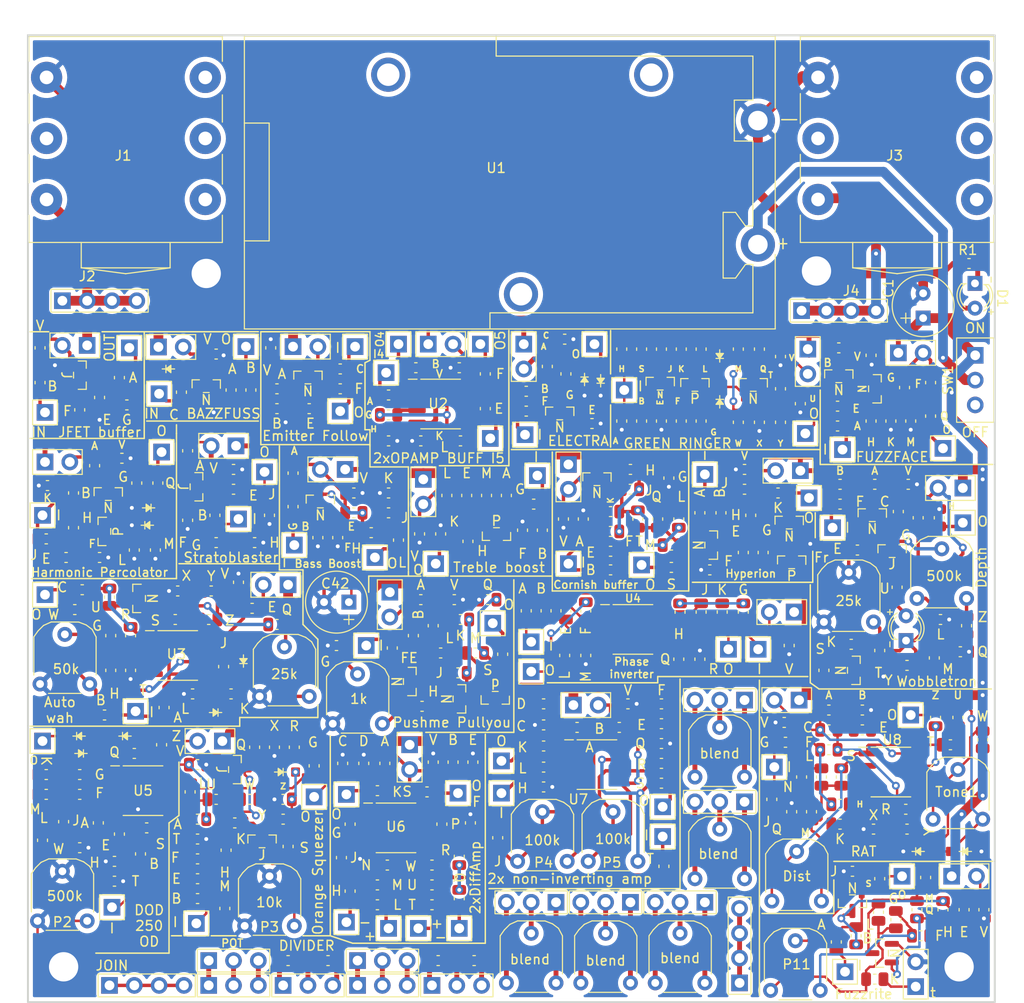
<source format=kicad_pcb>
(kicad_pcb (version 20211014) (generator pcbnew)
  (layers (0 "F.Cu" signal) (31 "B.Cu" signal) (34 "B.Paste" user) (35 "F.Paste" user) (36 "B.SilkS" user "B.Silkscreen") (37 "F.SilkS" user "F.Silkscreen") (38 "B.Mask" user) (39 "F.Mask" user) (44 "Edge.Cuts" user))
  (net 0 "")
  (net 1 "+9V")
  (net 2 "Net-(SW1-Pad2)")
  (net 3 "Net-(C2-Pad1)")
  (net 4 "Net-(C2-Pad2)")
  (net 5 "Net-(C3-Pad2)")
  (net 6 "Net-(C4-Pad1)")
  (net 7 "Net-(C4-Pad2)")
  (net 10 "Net-(C6-Pad2)")
  (net 12 "Net-(J1-PadT)")
  (net 17 "Net-(J3-PadT)")
  (net 19 "Net-(J5-Pad1)")
  (net 21 "GND")
  (net 22 "Net-(C6-Pad1)")
  (net 23 "Net-(C5-Pad1)")
  (net 24 "Net-(C7-Pad2)")
  (net 25 "Net-(C5-Pad2)")
  (net 26 "Net-(C8-Pad1)")
  (net 27 "Net-(C8-Pad2)")
  (net 28 "Net-(C9-Pad2)")
  (net 29 "Net-(C10-Pad1)")
  (net 30 "Net-(C10-Pad2)")
  (net 31 "Net-(D1-PadK)")
  (net 32 "Net-(J5-Pad2)")
  (net 33 "Net-(J5-Pad3)")
  (net 34 "Net-(C59-Pad1)")
  (net 35 "Net-(J7-Pad1)")
  (net 36 "Net-(J7-Pad2)")
  (net 37 "Net-(J7-Pad3)")
  (net 38 "Net-(C11-Pad1)")
  (net 39 "/TL072 buffer/VREF1")
  (net 40 "Net-(C12-Pad1)")
  (net 41 "/TL072 buffer/VREF2")
  (net 42 "Net-(C13-Pad1)")
  (net 43 "Net-(C13-Pad2)")
  (net 44 "Net-(C14-Pad1)")
  (net 45 "Net-(C14-Pad2)")
  (net 46 "Net-(C15-Pad2)")
  (net 47 "Net-(C16-Pad1)")
  (net 48 "Net-(C16-Pad2)")
  (net 49 "Net-(C17-Pad1)")
  (net 50 "Net-(C17-Pad2)")
  (net 51 "Net-(C18-Pad2)")
  (net 52 "Net-(Q4-PadE)")
  (net 53 "Net-(C19-Pad1)")
  (net 54 "Net-(C19-Pad2)")
  (net 55 "Net-(C20-Pad1)")
  (net 56 "Net-(C20-Pad2)")
  (net 57 "Net-(C21-Pad1)")
  (net 58 "Net-(C21-Pad2)")
  (net 59 "Net-(C22-Pad1)")
  (net 60 "Net-(C22-Pad2)")
  (net 61 "Net-(C23-Pad2)")
  (net 62 "Net-(D5-PadK)")
  (net 63 "Net-(Q5-PadC)")
  (net 64 "Net-(Q5-PadE)")
  (net 65 "Net-(R25-Pad1)")
  (net 66 "Net-(C24-Pad1)")
  (net 67 "Net-(C24-Pad2)")
  (net 68 "Net-(C25-Pad1)")
  (net 69 "Net-(C25-Pad2)")
  (net 70 "Net-(C26-Pad1)")
  (net 71 "Net-(C27-Pad2)")
  (net 72 "Net-(Q8-PadC)")
  (net 73 "Net-(Q9-PadC)")
  (net 74 "Net-(Q9-PadE)")
  (net 75 "Net-(C28-Pad1)")
  (net 76 "Net-(C29-Pad2)")
  (net 77 "Net-(C30-Pad1)")
  (net 78 "Net-(C30-Pad2)")
  (net 79 "Net-(C31-Pad2)")
  (net 80 "Net-(C32-Pad1)")
  (net 81 "Net-(C32-Pad2)")
  (net 82 "Net-(C34-Pad2)")
  (net 83 "Net-(D8-PadA)")
  (net 84 "Net-(C35-Pad2)")
  (net 85 "Net-(C36-Pad1)")
  (net 86 "Net-(C36-Pad2)")
  (net 87 "Net-(C37-Pad2)")
  (net 88 "Net-(I10-Pad1)")
  (net 89 "Net-(Q12-PadG)")
  (net 90 "Net-(Q12-PadS)")
  (net 91 "Net-(C38-Pad1)")
  (net 92 "Net-(C38-Pad2)")
  (net 93 "Net-(C39-Pad1)")
  (net 94 "Net-(C39-Pad2)")
  (net 95 "Net-(C40-Pad1)")
  (net 96 "Net-(C41-Pad2)")
  (net 97 "Net-(O11-Pad1)")
  (net 98 "Net-(C42-PadP)")
  (net 99 "Net-(C43-Pad1)")
  (net 100 "Net-(C43-Pad2)")
  (net 101 "Net-(C45-Pad1)")
  (net 102 "Net-(C45-Pad2)")
  (net 103 "Net-(C44-Pad1)")
  (net 104 "Net-(C44-Pad2)")
  (net 105 "Net-(C48-Pad1)")
  (net 106 "Net-(C48-Pad2)")
  (net 107 "Net-(C49-Pad1)")
  (net 108 "Net-(C49-Pad2)")
  (net 109 "Net-(C50-Pad1)")
  (net 110 "Net-(C51-Pad2)")
  (net 111 "Net-(C53-Pad2)")
  (net 112 "Net-(O13-Pad1)")
  (net 113 "Net-(C54-Pad1)")
  (net 114 "Net-(C54-Pad2)")
  (net 115 "Net-(C55-Pad2)")
  (net 116 "Net-(C56-Pad2)")
  (net 117 "Net-(C57-Pad1)")
  (net 118 "Net-(C57-Pad2)")
  (net 119 "Net-(C58-Pad2)")
  (net 120 "Net-(C59-Pad2)")
  (net 121 "Net-(C60-Pad1)")
  (net 122 "Net-(C60-Pad2)")
  (net 123 "Net-(C61-Pad1)")
  (net 124 "Net-(C61-Pad2)")
  (net 125 "Net-(C62-Pad1)")
  (net 126 "Net-(C62-Pad2)")
  (net 127 "Net-(C63-Pad2)")
  (net 128 "Net-(C65-Pad2)")
  (net 129 "Net-(C66-Pad2)")
  (net 130 "Net-(C67-Pad2)")
  (net 131 "Net-(D9-PadA)")
  (net 132 "Net-(D9-PadK)")
  (net 133 "Net-(D10-PadK)")
  (net 134 "Net-(C97-Pad1)")
  (net 135 "Net-(Q19-PadB)")
  (net 136 "Net-(R70-Pad1)")
  (net 137 "Net-(R71-PadW)")
  (net 138 "Net-(R74-Pad1)")
  (net 139 "Net-(R81-Pad2)")
  (net 140 "Net-(C68-Pad1)")
  (net 141 "Net-(C68-Pad2)")
  (net 142 "Net-(C69-Pad2)")
  (net 143 "Net-(C70-Pad1)")
  (net 144 "Net-(C71-Pad1)")
  (net 145 "Net-(C72-Pad1)")
  (net 146 "Net-(C72-Pad2)")
  (net 147 "Net-(C73-Pad1)")
  (net 148 "Net-(C73-Pad2)")
  (net 149 "Net-(C74-Pad1)")
  (net 150 "Net-(C75-Pad2)")
  (net 151 "Net-(D11-PadA)")
  (net 152 "Net-(Q21-PadE)")
  (net 153 "Net-(Q22-PadG)")
  (net 154 "Net-(R82-Pad2)")
  (net 155 "Net-(R87-PadS)")
  (net 156 "Net-(C76-Pad1)")
  (net 157 "Net-(C76-Pad2)")
  (net 158 "Net-(C77-Pad2)")
  (net 159 "Net-(C78-Pad1)")
  (net 160 "Net-(C79-Pad1)")
  (net 161 "Net-(C79-Pad2)")
  (net 162 "Net-(C80-Pad1)")
  (net 163 "Net-(C80-Pad2)")
  (net 164 "Net-(C81-Pad1)")
  (net 165 "Net-(P1-PadE)")
  (net 166 "Net-(Q24-PadC)")
  (net 167 "Net-(R94-Pad1)")
  (net 168 "Net-(C82-Pad1)")
  (net 169 "Net-(C82-Pad2)")
  (net 170 "Net-(C83-Pad1)")
  (net 171 "Net-(C83-Pad2)")
  (net 172 "Net-(C84-Pad1)")
  (net 173 "Net-(C84-Pad2)")
  (net 174 "Net-(C85-Pad1)")
  (net 175 "Net-(C85-Pad2)")
  (net 176 "Net-(C86-Pad2)")
  (net 177 "Net-(R100-Pad2)")
  (net 178 "Net-(R101-Pad2)")
  (net 179 "/Phase invertor/VREF1")
  (net 180 "/Phase invertor/VREF2")
  (net 181 "Net-(C87-Pad1)")
  (net 182 "Net-(C87-Pad2)")
  (net 183 "Net-(C88-Pad1)")
  (net 184 "Net-(C88-Pad2)")
  (net 185 "Net-(C89-Pad2)")
  (net 186 "Net-(C90-Pad2)")
  (net 187 "Net-(C91-Pad2)")
  (net 188 "Net-(C92-Pad1)")
  (net 189 "Net-(C92-Pad2)")
  (net 190 "DOD_250_POWER")
  (net 191 "Net-(C94-Pad1)")
  (net 192 "Net-(C94-Pad2)")
  (net 193 "Net-(C95-Pad1)")
  (net 194 "Net-(C95-Pad2)")
  (net 195 "Net-(C96-Pad2)")
  (net 196 "Net-(C98-Pad2)")
  (net 197 "Net-(C97-Pad2)")
  (net 198 "/2x differential amplifier/VREF1")
  (net 199 "Net-(C99-Pad2)")
  (net 200 "Net-(C100-Pad2)")
  (net 201 "Net-(D13-PadA)")
  (net 202 "Net-(D15-PadA)")
  (net 203 "Net-(P2-PadE)")
  (net 204 "Net-(Q26-PadS)")
  (net 205 "Net-(Q27-PadG)")
  (net 206 "Net-(R110-Pad2)")
  (net 207 "Net-(R117-Pad1)")
  (net 208 "Net-(C102-Pad1)")
  (net 209 "Net-(C102-Pad2)")
  (net 210 "Net-(C103-Pad1)")
  (net 211 "Net-(C103-Pad2)")
  (net 212 "Net-(C104-Pad1)")
  (net 213 "Net-(C104-Pad2)")
  (net 214 "Net-(C105-Pad1)")
  (net 215 "Net-(C105-Pad2)")
  (net 216 "/2x differential amplifier/VREF2")
  (net 217 "Net-(C107-Pad2)")
  (net 218 "Net-(C108-Pad1)")
  (net 219 "Net-(C108-Pad2)")
  (net 220 "Net-(C109-Pad1)")
  (net 221 "Net-(C109-Pad2)")
  (net 222 "Net-(J8-Pad1)")
  (net 223 "Net-(R120-Pad2)")
  (net 224 "Net-(R132-Pad2)")
  (net 225 "Net-(R133-Pad1)")
  (net 226 "Net-(R134-Pad2)")
  (net 227 "Net-(R135-Pad1)")
  (net 228 "/2x non-inverting amplifier/VREF1")
  (net 229 "Net-(C111-Pad2)")
  (net 230 "Net-(C112-Pad1)")
  (net 231 "Net-(C113-Pad2)")
  (net 232 "Net-(C114-Pad1)")
  (net 233 "/2x non-inverting amplifier/VREF2")
  (net 234 "Net-(C116-Pad2)")
  (net 235 "Net-(C117-Pad1)")
  (net 236 "Net-(C117-Pad2)")
  (net 237 "Net-(C118-Pad1)")
  (net 238 "Net-(C118-Pad2)")
  (net 239 "Net-(P4-PadS)")
  (net 240 "Net-(P5-PadS)")
  (net 241 "Net-(J9-Pad1)")
  (net 242 "Net-(J9-Pad2)")
  (net 243 "Net-(J9-Pad3)")
  (net 244 "Net-(J10-Pad1)")
  (net 245 "Net-(J10-Pad2)")
  (net 246 "Net-(J10-Pad3)")
  (net 247 "Net-(J11-Pad1)")
  (net 248 "Net-(J11-Pad2)")
  (net 249 "Net-(J11-Pad3)")
  (net 250 "Net-(J12-Pad1)")
  (net 251 "Net-(J12-Pad2)")
  (net 252 "Net-(J12-Pad3)")
  (net 253 "Net-(J13-Pad1)")
  (net 254 "Net-(J13-Pad2)")
  (net 255 "Net-(J13-Pad3)")
  (net 256 "Net-(J14-Pad1)")
  (net 257 "Net-(J14-Pad2)")
  (net 258 "Net-(J14-Pad3)")
  (net 259 "Net-(J15-Pad1)")
  (net 260 "Net-(J17-Pad1)")
  (net 261 "Net-(J17-Pad2)")
  (net 262 "Net-(J17-Pad3)")
  (net 263 "Net-(C119-Pad1)")
  (net 264 "Net-(C119-Pad2)")
  (net 265 "Net-(C121-Pad2)")
  (net 266 "Net-(C122-Pad2)")
  (net 267 "Net-(C120-Pad2)")
  (net 268 "Net-(C123-Pad1)")
  (net 269 "Net-(C124-Pad2)")
  (net 270 "/Rat/VREF1")
  (net 271 "Net-(C125-Pad2)")
  (net 272 "Net-(C127-Pad2)")
  (net 273 "Net-(C128-Pad2)")
  (net 274 "Net-(C130-Pad1)")
  (net 275 "Net-(C130-Pad2)")
  (net 276 "Net-(C123-Pad2)")
  (net 277 "Net-(C131-Pad1)")
  (net 278 "Net-(C131-Pad2)")
  (net 279 "Net-(C132-Pad1)")
  (net 280 "Net-(C132-Pad2)")
  (net 281 "Net-(C133-Pad1)")
  (net 282 "Net-(C133-Pad2)")
  (net 283 "Net-(C134-Pad2)")
  (net 284 "Net-(C135-Pad1)")
  (net 285 "Net-(C135-Pad2)")
  (net 286 "Net-(C136-Pad2)")
  (net 287 "Net-(D16-PadA)")
  (net 288 "Net-(R156-Pad1)")
  (net 289 "Net-(R162-Pad2)")
  (footprint "dvhx-kicad-library:Resistor_0805" (layer "F.Cu") (at 170.688 77.089 -90)
    (fp_text reference "R27" hide)
    (fp_text value "20k")
  )
  (footprint "dvhx-kicad-library:SOT23-BEC" (layer "F.Cu") (at 160.528 80.645)
    (fp_text reference "Q5" hide)
    (fp_text value "MMBT3904" hide)
  )
  (footprint "dvhx-kicad-library:Resistor_0805" (layer "F.Cu") (at 112.141 87.503 90)
    (fp_text reference "R43" hide)
    (fp_text value "22k" hide)
  )
  (footprint "dvhx-kicad-library:Resistor_0805" (layer "F.Cu") (at 152.019 115.824)
    (fp_text reference "R140" hide)
    (fp_text value "10k" hide)
  )
  (footprint "dvhx-kicad-library:SOT23-BEC" (layer "F.Cu") (at 139.954 112.903 -90)
    (fp_text reference "Q24" hide)
    (fp_text value "NPN" hide)
  )
  (footprint "dvhx-kicad-library:Resistor_0805" (layer "F.Cu") (at 97.663 120.65 180)
    (fp_text reference "R112" hide)
    (fp_text value "1M" hide)
  )
  (footprint "dvhx-kicad-library:Resistor_0805" (layer "F.Cu") (at 142.875 102.743)
    (fp_text reference "R98" hide)
    (fp_text value "10k" hide)
  )
  (footprint "dvhx-kicad-library:Resistor_0805" (layer "F.Cu") (at 178.943 123.698 180)
    (fp_text reference "R150" hide)
    (fp_text value "1k" hide)
  )
  (footprint "dvhx-kicad-library:SOT23-DSG" (layer "F.Cu") (at 101.092 79.756 -90)
    (fp_text reference "Q1" hide)
    (fp_text value "MMBFJ201" hide)
  )
  (footprint "dvhx-kicad-library:Resistor_0805" (layer "F.Cu") (at 104.648 129.54)
    (fp_text reference "R108" hide)
    (fp_text value "2M2" hide)
  )
  (footprint "dvhx-kicad-library:Header_1x2_male_upright" (layer "F.Cu") (at 136.271 90.424 -90)
    (fp_text reference "V11" hide)
    (fp_text value "Header_1x2_male" hide)
  )
  (footprint "dvhx-kicad-library:Capacitor_0805" (layer "F.Cu") (at 188.722 114.808 -90)
    (fp_text reference "C130" hide)
    (fp_text value "10u" hide)
  )
  (footprint "dvhx-kicad-library:Resistor_0805" (layer "F.Cu") (at 177.038 120.904 -90)
    (fp_text reference "R151" hide)
    (fp_text value "560" hide)
  )
  (footprint "dvhx-kicad-library:Capacitor_0805" (layer "F.Cu") (at 99.441 125.476 -90)
    (fp_text reference "C88" hide)
    (fp_text value "4n7" hide)
  )
  (footprint "dvhx-kicad-library:Capacitor_0805" (layer "F.Cu") (at 105.41 88.265)
    (fp_text reference "C34" hide)
    (fp_text value "10u" hide)
  )
  (footprint "dvhx-kicad-library:Capacitor_0805" (layer "F.Cu") (at 171.069 97.917 -90)
    (fp_text reference "C56" hide)
    (fp_text value "100n" hide)
  )
  (footprint "dvhx-kicad-library:Header_1x1_male_upright" (layer "F.Cu") (at 147.32 110.109)
    (fp_text reference "O18" hide)
    (fp_text value "Header_1x1_male" hide)
  )
  (footprint "dvhx-kicad-library:Resistor_0805" (layer "F.Cu") (at 115.062 96.901)
    (fp_text reference "R45" hide)
    (fp_text value "0-50k" hide)
  )
  (footprint "dvhx-kicad-library:Capacitor_0805" (layer "F.Cu") (at 179.07 120.904 -90)
    (fp_text reference "C123" hide)
    (fp_text value "100p" hide)
  )
  (footprint "dvhx-kicad-library:Resistor_0805" (layer "F.Cu") (at 156.591 84.455 90)
    (fp_text reference "R18" hide)
    (fp_text value "1M5")
  )
  (footprint "dvhx-kicad-library:Resistor_0805" (layer "F.Cu") (at 158.623 84.455 90)
    (fp_text reference "R20" hide)
    (fp_text value "100k")
  )
  (footprint "dvhx-kicad-library:Resistor_0805" (layer "F.Cu") (at 169.799 94.107 -90)
    (fp_text reference "R68" hide)
    (fp_text value "2M2" hide)
  )
  (footprint "dvhx-kicad-library:Header_1x1_male_upright" (layer "F.Cu") (at 160.782 123.952)
    (fp_text reference "O25" hide)
    (fp_text value "Header_1x1_male" hide)
  )
  (footprint "dvhx-kicad-library:Header_1x2_male_upright" (layer "F.Cu") (at 184.912 77.47)
    (fp_text reference "V7" hide)
    (fp_text value "Header_1x2_male" hide)
  )
  (footprint "dvhx-kicad-library:SOT23-BEC" (layer "F.Cu") (at 173.736 94.869)
    (fp_text reference "Q18" hide)
    (fp_text value "MMBT3904" hide)
  )
  (footprint "dvhx-kicad-library:Resistor_0805" (layer "F.Cu") (at 121.285 105.283)
    (fp_text reference "R74" hide)
    (fp_text value "22k" hide)
  )
  (footprint "dvhx-kicad-library:Capacitor_0805" (layer "F.Cu") (at 146.812 83.439 180)
    (fp_text reference "C16" hide)
    (fp_text value "100n" hide)
  )
  (footprint "dvhx-kicad-library:Capacitor_0805" (layer "F.Cu") (at 148.59 115.57 180)
    (fp_text reference "C110" hide)
    (fp_text value "10u" hide)
  )
  (footprint "dvhx-kicad-library:Header_1x3_male_upright" (layer "F.Cu") (at 157.48 133.731 180)
    (fp_text reference "J10" hide)
    (fp_text value "Header_1x3_male" hide)
  )
  (footprint "dvhx-kicad-library:SOT23-BEC" (layer "F.Cu") (at 180.213 133.604 180)
    (fp_text reference "Q28" hide)
    (fp_text value "NPN" hide)
  )
  (footprint "dvhx-kicad-library:Capacitor_0805" (layer "F.Cu") (at 155.448 99.695)
    (fp_text reference "C48" hide)
    (fp_text value "100n" hide)
  )
  (footprint "dvhx-kicad-library:Diode_SOD-123" (layer "F.Cu") (at 107.3785 93.345)
    (fp_text reference "D7" hide)
    (fp_text value "1N5819" hide)
  )
  (footprint "dvhx-kicad-library:Capacitor_0805" (layer "F.Cu") (at 135.89 96.012 -90)
    (fp_text reference "C47" hide)
    (fp_text value "10u" hide)
  )
  (footprint "dvhx-kicad-library:Resistor_0805" (layer "F.Cu") (at 125.476 96.393 90)
    (fp_text reference "R48" hide)
    (fp_text value "10k" hide)
  )
  (footprint "dvhx-kicad-library:Resistor_0805" (layer "F.Cu") (at 157.48 89.408 180)
    (fp_text reference "R59" hide)
    (fp_text value "120k" hide)
  )
  (footprint "dvhx-kicad-library:Capacitor_0805" (layer "F.Cu") (at 186.182 84.455 90)
    (fp_text reference "C26" hide)
    (fp_text value "22u" hide)
  )
  (footprint "dvhx-kicad-library:Capacitor_0805" (layer "F.Cu") (at 172.847 81.153 -90)
    (fp_text reference "C22" hide)
    (fp_text value "100n")
  )
  (footprint "dvhx-kicad-library:Resistor_0805" (layer "F.Cu") (at 137.16 131.953)
    (fp_text reference "R135" hide)
    (fp_text value "20k" hide)
  )
  (footprint "dvhx-kicad-library:SOT23-BEC" (layer "F.Cu") (at 182.245 94.107)
    (fp_text reference "Q21" hide)
    (fp_text value "NPN" hide)
  )
  (footprint "dvhx-kicad-library:Capacitor_0805" (layer "F.Cu") (at 97.663 96.52 180)
    (fp_text reference "C29" hide)
    (fp_text value "47n" hide)
  )
  (footprint "dvhx-kicad-library:Header_1x2_male_upright" (layer "F.Cu") (at 191.516 91.313 180)
    (fp_text reference "V15" hide)
    (fp_text value "Header_1x2_male" hide)
  )
  (footprint "dvhx-kicad-library:Resistor_0805" (layer "F.Cu") (at 122.936 89.789 90)
    (fp_text reference "R47" hide)
    (fp_text value "62k" hide)
  )
  (footprint "dvhx-kicad-library:Header_1x1_male_upright" (layer "F.Cu") (at 175.387 85.725)
    (fp_text reference "O7" hide)
    (fp_text value "Header_1x1_male" hide)
  )
  (footprint "dvhx-kicad-library:Header_1x1_male_upright" (layer "F.Cu") (at 133.731 76.581)
    (fp_text reference "O4")
    (fp_text value "Header_1x1_male" hide)
  )
  (footprint "dvhx-kicad-library:Capacitor_0805" (layer "F.Cu") (at 137.16 133.985)
    (fp_text reference "C105" hide)
    (fp_text value "680n" hide)
  )
  (footprint "dvhx-kicad-library:Header_1x1_male_upright" (layer "F.Cu") (at 125.095 122.936)
    (fp_text reference "O21" hide)
    (fp_text value "Header_1x1_male" hide)
  )
  (footprint "dvhx-kicad-library:Capacitor_0805" (layer "F.Cu") (at 160.655 121.539 180)
    (fp_text reference "C118" hide)
    (fp_text value "10u" hide)
  )
  (footprint "dvhx-kicad-library:Resistor_0805" (layer "F.Cu") (at 106.299 106.426 -90)
    (fp_text reference "R79" hide)
    (fp_text value "390k" hide)
  )
  (footprint "dvhx-kicad-library:Capacitor_0805" (layer "F.Cu") (at 112.649 112.395 180)
    (fp_text reference "C65" hide)
    (fp_text value "22u" hide)
  )
  (footprint "dvhx-kicad-library:Resistor_0805" (layer "F.Cu") (at 141.478 139.7)
    (fp_text reference "R147" hide)
    (fp_text value "R" hide)
  )
  (footprint "dvhx-kicad-library:Header_1x2_male_upright" (layer "F.Cu") (at 190.373 131.064)
    (fp_text reference "V22" hide)
    (fp_text value "Header_1x2_male" hide)
  )
  (footprint "dvhx-kicad-library:Resistor_0805" (layer "F.Cu") (at 137.287 105.41 90)
    (fp_text reference "R95" hide)
    (fp_text value "10k" hide)
  )
  (footprint "dvhx-kicad-library:Resistor_0805" (layer "F.Cu") (at 152.654 94.488 -90)
    (fp_text reference "R58" hide)
    (fp_text value "10M" hide)
  )
  (footprint "dvhx-kicad-library:Capacitor_0805" (layer "F.Cu") (at 128.778 132.588 -90)
    (fp_text reference "C102" hide)
    (fp_text value "680n" hide)
  )
  (footprint "dvhx-kicad-library:Resistor_0805" (layer "F.Cu") (at 143.891 127.127 90)
    (fp_text reference "R144" hide)
    (fp_text value "10k" hide)
  )
  (footprint "dvhx-kicad-library:Resistor_0805" (layer "F.Cu") (at 140.716 92.075 90)
    (fp_text reference "R55" hide)
    (fp_text value "1k" hide)
  )
  (footprint "dvhx-kicad-library:Resistor_0805" (layer "F.Cu") (at 177.8 118.11)
    (fp_text reference "R149" hide)
    (fp_text value "2M2" hide)
  )
  (footprint "dvhx-kicad-library:Capacitor_0805" (layer "F.Cu") (at 161.671 97.155 180)
    (fp_text reference "C51" hide)
    (fp_text value "10u" hide)
  )
  (footprint "dvhx-kicad-library:Header_1x3_male_upright" (layer "F.Cu") (at 121.92 142.24)
    (fp_text reference "J7" hide)
    (fp_text value "Header_1x3_male" hide)
  )
  (footprint "dvhx-kicad-library:Header_1x1_male_upright" (layer "F.Cu") (at 97.282 94.107)
    (fp_text reference "I9" hide)
    (fp_text value "Header_1x1_male" hide)
  )
  (footprint "dvhx-kicad-library:Resistor_0805" (layer "F.Cu") (at 116.967 125.603 180)
    (fp_text reference "R123" hide)
    (fp_text value "470k" hide)
  )
  (footprint "dvhx-kicad-library:Header_1x3_male_upright" (layer "F.Cu") (at 165.1 133.731 180)
    (fp_text reference "J13" hide)
    (fp_text value "Header_1x3_male" hide)
  )
  (footprint "dvhx-kicad-library:Diode_SOD-123" (layer "F.Cu") (at 106.4895 116.713 180)
    (fp_text reference "D14" hide)
    (fp_text value "Diode" hide)
  )
  (footprint "dvhx-kicad-library:Capacitor_0805" (layer "F.Cu") (at 175.006 120.904 -90)
    (fp_text reference "C121" hide)
    (fp_text value "4u7" hide)
  )
  (footprint "dvhx-kicad-library:Header_1x3_male_upright" (layer "F.Cu") (at 129.54 139.7)
    (fp_text reference "J14" hide)
    (fp_text value "Header_1x3_male" hide)
  )
  (footprint "dvhx-kicad-library:Connector_Jack_6.35mm_female_stereo" (layer "F.Cu") (at 105.791 55.499)
    (fp_text reference "J1")
    (fp_text value "Connector_6.35mm_female_stereo")
  )
  (footprint "dvhx-kicad-library:Resistor_0805" (layer "F.Cu") (at 184.785 101.473 90)
    (fp_text reference "R86" hide)
    (fp_text value "10k" hide)
  )
  (footprint "dvhx-kicad-library:Header_1x2_male_upright" (layer "F.Cu") (at 128.27 89.408 180)
    (fp_text reference "V10" hide)
    (fp_text value "Header_1x2_male" hide)
  )
  (footprint "dvhx-kicad-library:Header_1x1_male_upright" (layer "F.Cu") (at 153.797 76.581)
    (fp_text reference "O6" hide)
    (fp_text value "Header_1x1_male" hide)
  )
  (footprint "dvhx-kicad-library:Header_1x1_male_upright" (layer "F.Cu") (at 151.13 99.06)
    (fp_text reference "I13" hide)
    (fp_text value "Header_1x1_male" hide)
  )
  (footprint "dvhx-kicad-library:Capacitor_0805" (layer "F.Cu") (at 121.92 123.19 180)
    (fp_text reference "C100" hide)
    (fp_text value "4u7" hide)
  )
  (footprint "dvhx-kicad-library:Capacitor_0805" (layer "F.Cu") (at 172.593 91.821 180)
    (fp_text reference "C57" hide)
    (fp_text value "100n" hide)
  )
  (footprint "dvhx-kicad-library:Diode_SOD-123" (layer "F.Cu") (at 110.9345 79.121 180)
    (fp_text reference "D2" hide)
    (fp_text value "Diode" hide)
  )
  (footprint "dvhx-kicad-library:Resistor_trimmer_RM065" (layer "F.Cu") (at 122.047 110.109)
    (fp_text reference "R80" hide)
    (fp_text value "25k")
  )
  (footprint "dvhx-kicad-library:Header_1x2_male_upright" (layer "F.Cu") (at 97.536 88.646)
    (fp_text reference "V8" hide)
    (fp_text value "Header_1x2_male" hide)
  )
  (footprint "dvhx-kicad-library:Header_1x1_male_upright" (layer "F.Cu") (at 175.768 92.329)
    (fp_text reference "O14" hide)
    (fp_text value "Header_1x1_male" hide)
  )
  (footprint "dvhx-kicad-library:Capacitor_0805" (layer "F.Cu") (at 113.157 119.634)
    (fp_text reference "C93" hide)
    (fp_text value "10u" hide)
  )
  (footprint "dvhx-kicad-library:Header_1x2_male_upright" (layer "F.Cu") (at 151.13 88.9 -90)
    (fp_text reference "V12" hide)
    (fp_text value "Header_1x2_male" hide)
  )
  (footprint "dvhx-kicad-library:Resistor_0805" (layer "F.Cu") (at 115.062 123.19 180)
    (fp_text reference "R125" hide)
    (fp_text value "10k" hide)
  )
  (footprint "dvhx-kicad-library:Header_1x1_male_upright" (layer "F.Cu") (at 143.383 105.156)
    (fp_text reference "O17" hide)
    (fp_text value "Header_1x1_male" hide)
  )
  (footprint "dvhx-kicad-library:SOT23-BEC" (layer "F.Cu") (at 107.188 102.616 90)
    (fp_text reference "Q19" hide)
    (fp_text value "MMBT3904" hide)
  )
  (footprint "dvhx-kicad-library:Resistor_trimmer_RM065" (layer "F.Cu") (at 155.702 127)
    (fp_text reference "P5")
    (fp_text value "100k")
  )
  (footprint "dvhx-kicad-library:Header_1x1_male_upright" (layer "F.Cu") (at 97.536 83.566 90)
    (fp_text reference "I1" hide)
    (fp_text value "Header_1x1_male" hide)
  )
  (footprint "dvhx-kicad-library:Header_1x1_male_upright" (layer "F.Cu") (at 160.782 127)
    (fp_text reference "I27" hide)
    (fp_text value "Header_1x1_male" hide)
  )
  (footprint "dvhx-kicad-library:Resistor_0805" (layer "F.Cu") (at 101.092 83.312 90)
    (fp_text reference "R4" hide)
    (fp_text value "10k" hide)
  )
  (footprint "dvhx-kicad-library:Header_1x1_male_upright" (layer "F.Cu") (at 132.715 136.398)
    (fp_text reference "I23" hide)
    (fp_text value "Header_1x1_male" hide)
  )
  (footprint "dvhx-kicad-library:Capacitor_0805" (layer "F.Cu") (at 185.801 109.474 180)
    (fp_text reference "C69" hide)
    (fp_text value "1u" hide)
  )
  (footprint "dvhx-kicad-library:Header_1x2_male_upright" (layer "F.Cu") (at 109.151 76.87)
    (fp_text reference "V2" hide)
    (fp_text value "Header_1x2_male" hide)
  )
  (footprint "dvhx-kicad-library:Diode_SOD-123" (layer "F.Cu") (at 120.904 120.396)
    (fp_text reference "D15" hide)
    (fp_text value "Diode" hide)
  )
  (footprint "dvhx-kicad-library:Header_1x1_male_upright" (layer "F.Cu") (at 97.282 117.221 90)
    (fp_text reference "O20" hide)
    (fp_text value "Header_1x1_male" hide)
  )
  (footprint "dvhx-kicad-library:Capacitor_0805" (layer "F.Cu") (at 136.144 113.665)
    (fp_text reference "C79" hide)
    (fp_text value "100n" hide)
  )
  (footprint "dvhx-kicad-library:Capacitor_0805" (layer "F.Cu") (at 177.8 116.078)
    (fp_text reference "C125" hide)
    (fp_text value "10u" hide)
  )
  (footprint "dvhx-kicad-library:Header_1x3_male_upright" (layer "F.Cu") (at 169.164 123.444 180)
    (fp_text reference "J12" hide)
    (fp_text value "Header_1x3_male" hide)
  )
  (footprint "dvhx-kicad-library:Header_1x1_male_upright" (layer "F.Cu") (at 191.516 94.869)
    (fp_text reference "O16" hide)
    (fp_text value "Header_1x1_male" hide)
  )
  (footprint "dvhx-kicad-library:Resistor_0805" (layer "F.Cu") (at 115.824 109.601 -90)
    (fp_text reference "R76" hide)
    (fp_text value "2M2" hide)
  )
  (footprint "dvhx-kicad-library:Header_1x1_male_upright" (layer "F.Cu") (at 189.484 87.249)
    (fp_text reference "O8" hide)
    (fp_text value "Header_1x1_male" hide)
  )
  (footprint "dvhx-kicad-library:Capacitor_0805" (layer "F.Cu") (at 132.715 81.788 180)
    (fp_text reference "C11" hide)
    (fp_text value "100n" hide)
  )
  (footprint "dvhx-kicad-library:Header_1x1_male_upright" (layer "F.Cu") (at 104.394 134.239)
    (fp_text reference "I20" hide)
    (fp_text value "Header_1x1_male" hide)
  )
  (footprint "dvhx-kicad-library:Diode_LED_3mm" (layer "F.Cu") (at 185.700005 106.934 90)
    (fp_text reference "D11" hide)
    (fp_text value "RED" hide)
  )
  (footprint "dvhx-kicad-library:Header_1x1_male_upright" (layer "F.Cu") (at 156.845 81.28)
    (fp_text reference "I7" hide)
    (fp_text value "Header_1x1_male" hide)
  )
  (footprint "dvhx-kicad-library:Resistor_0805" (layer "F.Cu") (at 162.687 77.089 90)
    (fp_text reference "R23" hide)
    (fp_text value "10k")
  )
  (footprint "dvhx-kicad-library:Resistor_0805" (layer "F.Cu") (at 120.523 94.107 -90)
    (fp_text reference "R46" hide)
    (fp_text value "100k" hide)
  )
  (footprint "dvhx-kicad-library:Header_1x1_male_upright" (layer "F.Cu") (at 170.561 107.823)
    (fp_text reference "I19" hide)
    (fp_text value "Header_1x1_male" hide)
  )
  (footprint "dvhx-kicad-library:SOT23-BEC" (layer "F.Cu") (at 104.013 91.948)
    (fp_text reference "Q10" hide)
    (fp_text value "NPN" hide)
  )
  (footprint "dvhx-kicad-library:Resistor_trimmer_RM065" (layer "F.Cu") (at 129.54 112.903)
    (fp_text reference "P1" hide)
    (fp_text value "1k")
  )
  (footprint "dvhx-kicad-library:Resistor_0805" (layer "F.Cu") (at 181.229 114.046 180)
    (fp_text reference "R155" hide)
    (fp_text value "47k" hide)
  )
  (footprint "dvhx-kicad-library:Header_1x4_male_upright" (layer "F.Cu") (at 99.314 72.136)
    (fp_text reference "J2")
    (fp_text value "Header_1x4_male" hide)
  )
  (footprint "dvhx-kicad-library:Capacitor_0805" (layer "F.Cu") (at 164.719 77.089 -90)
    (fp_text reference "C20" hide)
    (fp_text value "47n")
  )
  (footprint "dvhx-kicad-library:Resistor_0805" (layer "F.Cu") (at 113.157 125.222)
    (fp_text reference "R118" hide)
    (fp_text value "390k" hide)
  )
  (footprint "dvhx-kicad-library:Header_1x1_male_upright" (layer "F.Cu") (at 143.129 86.233)
    (fp_text reference "I5")
    (fp_text value "Header_1x1_male" hide)
  )
  (footprint "dvhx-kicad-library:Resistor_0805" (layer "F.Cu") (at 172.847 84.582 90)
    (fp_text reference "R29" hide)
    (fp_text value "10k")
  )
  (footprint "dvhx-kicad-library:SOIC-8" (layer "F.Cu") (at 111.125 108.458)
    (fp_text reference "U3")
    (fp_text value "TL072" hide)
  )
  (footprint "dvhx-kicad-library:Capacitor_0805" (layer "F.Cu") (at 191.897 105.41 90)
    (fp_text reference "C71" hide)
    (fp_text value "100n" hide)
  )
  (footprint "dvhx-kicad-library:Capacitor_0805" (layer "F.Cu") (at 169.037 104.013 -90)
    (fp_text reference "C82" hide)
    (fp_text value "10u" hide)
  )
  (footprint "dvhx-kicad-library:Header_1x3_male_upright" (layer "F.Cu") (at 169.164 113.03 180)
    (fp_text reference "J9" hide)
    (fp_text value "Header_1x3_male" hide)
  )
  (footprint "dvhx-kicad-library:SOT23-BEC" (layer "F.Cu") (at 125.73 92.71)
    (fp_text reference "Q13" hide)
    (fp_text value "NPN" hide)
  )
  (footprint "dvhx-kicad-library:SOT23-BEC" (layer "F.Cu") (at 170.053 80.772)
    (fp_text reference "Q7" hide)
    (fp_text value "MMBT3904")
  )
  (footprint "dvhx-kicad-library:Header_1x1_male_upright" (layer "F.Cu") (at 113.03 135.89)
    (fp_text reference "I21" hide)
    (fp_text value "Header_1x1_male" hide)
  )
  (footprint "dvhx-kicad-library:Resistor_0805" (layer "F.Cu") (at 127.889 129.159 -90)
    (fp_text reference "R132" hide)
    (fp_text value "20k" hide)
  )
  (footprint "dvhx-kicad-library:Capacitor_0805" (layer "F.Cu") (at 164.719 84.455 90)
    (fp_text reference "C21" hide)
    (fp_text value "47n")
  )
  (footprint "dvhx-kicad-library:Diode_SOD-123" (layer "F.Cu") (at 100.457 118.491)
    (fp_text reference "D12" hide)
    (fp_text value "Diode" hide)
  )
  (footprint "dvhx-kicad-library:SOT23-BEC" (layer "F.Cu") (at 134.874 111.125 -90)
    (fp_text reference "Q23" hide)
    (fp_text value "NPN" hide)
  )
  (footprint "dvhx-kicad-library:Diode_SOD-123" (layer "F.Cu") (at 192.532 128.524 180)
    (fp_text reference "D17" hide)
    (fp_text value "1N4148" hide)
  )
  (footprint "dvhx-kicad-library:Resistor_0805" (layer "F.Cu") (at 148.463 95.631 90)
    (fp_text reference "R54" hide)
    (fp_text value "62k" hide)
  )
  (footprint "dvhx-kicad-library:Capacitor_0805" (layer "F.Cu") (at 157.226 113.411)
    (fp_text reference "C116" hide)
    (fp_text value "10u" hide)
  )
  (footprint "dvhx-kicad-library:SOIC-8" (layer "F.Cu") (at 154.051 119.634)
    (fp_text reference "U7")
    (fp_text value "TL072")
  )
  (footprint "dvhx-kicad-library:Capacitor_0805" (layer "F.Cu") (at 133.096 107.696 -90)
    (fp_text reference "C76" hide)
    (fp_text value "100n" hide)
  )
  (footprint "dvhx-kicad-library:Resistor_0805" (layer "F.Cu") (at 189.103 94.361 -90)
    (fp_text reference "R92" hide)
    (fp_text value "100k" hide)
  )
  (footprint "dvhx-kicad-library:Resistor_0805" (layer "F.Cu") (at 148.59 113.411)
    (fp_text reference "R141" hide)
    (fp_text value "10k" hide)
  )
  (footprint "dvhx-kicad-library:Resistor_0805" (layer "F.Cu") (at 138.176 125.73 -90)
    (fp_text reference "R139" hide)
    (fp_text value "20k" hide)
  )
  (footprint "dvhx-kicad-library:Capacitor_0805" (layer "F.Cu") (at 173.355 117.348 180)
    (fp_text reference "C119" hide)
    (fp_text value "22n" hide)
  )
  (footprint "dvhx-kicad-library:Capacitor_0805" (layer "F.Cu") (at 106.299 109.982 -90)
    (fp_text reference "C64" hide)
    (fp_text value "1n" hide)
  )
  (footprint "dvhx-kicad-library:Resistor_0805" (layer "F.Cu") (at 130.175 119.507 -90)
    (fp_text reference "R129" hide)
    (fp_text value "10k" hide)
  )
  (footprint "dvhx-kicad-library:Resistor_0805" (layer "F.Cu") (at 123.063 117.856 90)
    (fp_text reference "R127" hide)
    (fp_text value "1k5" hide)
  )
  (footprint "dvhx-kicad-library:Header_1x2_male_upright" (layer "F.Cu") (at 115.697 117.221 180)
    (fp_text reference "V18" hide)
    (fp_text value "Header_1x2_male" hide)
  )
  (footprint "dvhx-kicad-library:Resistor_0805" (layer "F.Cu") (at 102.616 89.027 90)
    (fp_text reference "R39" hide)
    (fp_text value "91k" hide)
  )
  (footprint "dvhx-kicad-library:Resistor_0805" (layer "F.Cu") (at 101.092 120.65)
    (fp_text reference "R113" hide)
    (fp_text value "10k" hide)
  )
  (footprint "dvhx-kicad-library:Diode_SOD-123" (layer "F.Cu") (at 166.624 77.0255 -90)
    (fp_text reference "D5" hide)
    (fp_text value "Diode" hide)
  )
  (footprint "dvhx-kicad-library:Capacitor_0805" (layer "F.Cu") (at 138.049 108.204)
    (fp_text reference "C81" hide)
    (fp_text value "100n" hide)
  )
  (footprint "dvhx-kicad-library:Resistor_0805" (layer "F.Cu") (at 139.827 110.236 180)
    (fp_text reference "R96" hide)
    (fp_text value "500k" hide)
  )
  (footprint "dvhx-kicad-library:Resistor_0805" (layer "F.Cu") (at 100.584 103.759 180)
    (fp_text reference "R75" hide)
    (fp_text value "47k" hide)
  )
  (footprint "dvhx-kicad-library:Resistor_0805" (layer "F.Cu") (at 141.351 119.38 -90)
    (fp_text reference "R131" hide)
    (fp_text value "10k" hide)
  )
  (footprint "dvhx-kicad-library:Header_1x1_male_upright" (layer "F.Cu") (at 137.541 99.06)
    (fp_text reference "O12" hide)
    (fp_text value "Header_1x1_male" hide)
  )
  (footprint "dvhx-kicad-library:Capacitor_0805" (layer "F.Cu") (at 136.652 122.428 180)
    (fp_text reference "C109" hide)
    (fp_text value "10u" hide)
  )
  (footprint "dvhx-kicad-library:Capacitor_0805" (layer "F.Cu") (at 160.909 130.048 90)
    (fp_text reference "C114" hide)
    (fp_text value "680n" hide)
  )
  (footprint "dvhx-kicad-library:Capacitor_0805" (layer "F.Cu") (at 178.562 137.795 -90)
    (fp_text reference "C131" hide)
    (fp_text value "47n" hide)
  )
  (footprint "dvhx-kicad-library:Resistor_0805" (layer "F.Cu") (at 141.605 108.204 180)
    (fp_text reference "R99" hide)
    (fp_text value "500k" hide)
  )
  (footprint "dvhx-kicad-library:Header_1x4_male_upright" (layer "F.Cu") (at 168.656 141.986 90)
    (fp_text reference "J15" hide)
    (fp_text value "Header_1x4_male" hide)
  )
  (footprint "dvhx-kicad-library:Resistor_0805" (layer "F.Cu") (at 140.081 104.775 180)
    (fp_text reference "R97" hide)
    (fp_text value "10k" hide)
  )
  (footprint "dvhx-kicad-library:Capacitor_0805" (layer "F.Cu") (at 147.574 92.964)
    (fp_text reference "C43" hide)
    (fp_text value "22n" hide)
  )
  (footprint "dvhx-kicad-library:SOT23-DSG" (layer "F.Cu") (at 116.967 120.142 -90)
    (fp_text reference "Q26" hide)
    (fp_text value "MMBFJ201" hide)
  )
  (footprint "dvhx-kicad-library:Capacitor_0805" (layer "F.Cu") (at 178.689 84.963)
    (fp_text reference "C24" hide)
    (fp_text value "2u2" hide)
  )
  (footprint "dvhx-kicad-library:Diode_SOD-123" (layer "F.Cu") (at 152.781 80.9625 90)
    (fp_text reference "D4" hide)
    (fp_text value "Diode" hide)
  )
  (footprint "dvhx-kicad-library:SOT23-BEC" (layer "F.Cu") (at 114.046 80.899)
    (fp_text reference "Q2" hide)
    (fp_text value "MMBT3904" hide)
  )
  (footprint "dvhx-kicad-library:Capacitor_0805" (layer "F.Cu") (at 131.572 122.301)
    (fp_text reference "C108" hide)
    (fp_text value "10u" hide)
  )
  (footprint "dvhx-kicad-library:Header_1x1_male_upright" (layer "F.Cu") (at 131.318 98.425 90)
    (fp_text reference "O11" hide)
    (fp_text value "Header_1x1_male" hide)
  )
  (footprint "dvhx-kicad-library:SOT23-BEC" (layer "F.Cu") (at 178.816 79.883)
    (fp_text reference "Q8" hide)
    (fp_text value "MMBT3904" hide)
  )
  (footprint "dvhx-kicad-library:Capacitor_0805" (layer "F.Cu") (at 178.943 92.964)
    (fp_text reference "C72" hide)
    (fp_text value "100n" hide)
  )
  (footprint "dvhx-kicad-library:Header_1x1_male_upright" (layer "F.Cu") (at 128.397 122.682)
    (fp_text reference "O22" hide)
    (fp_text value "Header_1x1_male" hide)
  )
  (footprint "dvhx-kicad-library:Resistor_0805" (layer "F.Cu") (at 174.879 82.677 90)
    (fp_text reference "R30" hide)
    (fp_text value "47k")
  )
  (footprint "dvhx-kicad-library:Diode_LED_3mm" (layer "F.Cu") (at 192.759996 70.358 -90)
    (fp_text reference "D1")
    (fp_text value "LED")
  )
  (footprint "dvhx-kicad-library:Capacitor_0805" (layer "F.Cu") (at 139.446 102.743)
    (fp_text reference "C77" hide)
    (fp_text value "10u" hide)
  )
  (footprint "dvhx-kicad-library:SOT23-BEC" (layer "F.Cu") (at 165.735 97.155 -90)
    (fp_text reference "Q16" hide)
    (fp_text value "MMBT3904" hide)
  )
  (footprint "dvhx-kicad-library:Connector_Jack_6.35mm_female_stereo" (layer "F.Cu") (at 184.785 55.499)
    (fp_text reference "J3")
    (fp_text value "Connector_6.35mm_female_stereo")
  )
  (footprint "dvhx-kicad-library:Capacitor_0805" (layer "F.Cu") (at 130.937 95.885 180)
    (fp_text reference "C39" hide)
    (fp_text value "100n" hide)
  )
  (footprint "dvhx-kicad-library:Resistor_0805" (layer "F.Cu") (at 146.431 95.631 -90)
    (fp_text reference "R56" hide)
    (fp_text value "3k9" hide)
  )
  (footprint "dvhx-kicad-library:Capacitor_0805" (layer "F.Cu") (at 142.621 79.629 -90)
    (fp_text reference "C14" hide)
    (fp_text value "10u" hide)
  )
  (footprint "dvhx-kicad-library:Header_1x1_male_upright" (layer "F.Cu") (at 165.1 89.916)
    (fp_text reference "I14" hide)
    (fp_text value "Header_1x1_male" hide)
  )
  (footprint "dvhx-kicad-library:Capacitor_0805" (layer "F.Cu") (at 116.84 89.408)
    (fp_text reference "C37" hide)
    (fp_text value "10u" hide)
  )
  (footprint "dvhx-kicad-library:Resistor_0805" (layer "F.Cu") (at 160.274 94.488 -90)
    (fp_text reference "R64" hide)
    (fp_text value "22k" hide)
  )
  (footprint "dvhx-kicad-library:Capacitor_0805" (layer "F.Cu") (at 101.346 101.727)
    (fp_text reference "C66" hide)
    (fp_text value "47n" hide)
  )
  (footprint "dvhx-kicad-library:Header_1x1_male_upright" (layer "F.Cu") (at 178.181 95.377)
    (fp_text reference "I16" hide)
    (fp_text value "Header_1x1_male" hide)
  )
  (footprint "dvhx-kicad-library:Resistor_0805" (layer "F.Cu") (at 136.017 86.487)
    (fp_text reference "R14" hide)
    (fp_text value "1M" hide)
  )
  (footprint "dvhx-kicad-library:Capacitor_0805" (layer "F.Cu") (at 183.007 131.318 90)
    (fp_text reference "C133" hide)
    (fp_text value "10u" hide)
  )
  (footprint "dvhx-kicad-library:Resistor_0805" (layer "F.Cu") (at 113.157 131.318)
    (fp_text reference "R116" hide)
    (fp_text value "82k" hide)
  )
  (footprint "dvhx-kicad-library:Header_1x3_male_upright" (layer "F.Cu") (at 114.3 142.24)
    (fp_text reference "J5" hide)
    (fp_text value "Header_1x3_male" hide)
  )
  (footprint "dvhx-kicad-library:Resistor_0805" (layer "F.Cu") (at 121.92 125.222)
    (fp_text reference "R126" hide)
    (fp_text value "100k" hide)
  )
  (footprint "dvhx-kicad-library:Capacitor_0805" (layer "F.Cu") (at 129.159 91.821)
    (fp_text reference "C41" hide)
    (fp_text value "10u" hide)
  )
  (footprint "dvhx-kicad-library:Resistor_0805" (layer "F.Cu") (at 193.548 117.094 90)
    (fp_text reference "R156" hide)
    (fp_text value "1k5" hide)
  )
  (footprint "dvhx-kicad-library:Resistor_0805" (layer "F.Cu") (at 160.655 119.507)
    (fp_text reference "R145" hide)
    (fp_text value "10k" hide)
  )
  (footprint "dvhx-kicad-library:Capacitor_0805" (layer "F.Cu") (at 101.092 128.143)
    (fp_text reference "C91" hide)
    (fp_text value "10u" hide)
  )
  (footprint "dvhx-kicad-library:Resistor_0805" (layer "F.Cu") (at 180.594 137.16 90)
    (fp_text reference "R158" hide)
    (fp_text value "470k" hide)
  )
  (footprint "dvhx-kicad-library:Resistor_0805" (layer "F.Cu") (at 187.706 131.191 90)
    (fp_text reference "R163" hide)
    (fp_text value "470k" hide)
  )
  (footprint "dvhx-kicad-library:Resistor_0805" (layer "F.Cu") (at 136.017 102.743 180)
    (fp_text reference "R94" hide)
    (fp_text value "470" hide)
  )
  (footprint "dvhx-kicad-library:Capacitor_0805" (layer "F.Cu") (at 116.84 91.44)
    (fp_text reference "C36" hide)
    (fp_text value "1u5" hide)
  )
  (footprint "dvhx-kicad-library:Capacitor_0805" (layer "F.Cu") (at 140.843 96.774 -90)
    (fp_text reference "C45" hide)
    (fp_text value "22n" hide)
  )
  (footprint "dvhx-kicad-library:Capacitor_0805" (layer "F.Cu") (at 101.092 122.682)
    (fp_text reference "C90" hide)
    (fp_text value "4.7u" hide)
  )
  (footprint "dvhx-kicad-library:Header_1x3_male_upright" (layer "F.Cu") (at 149.86 133.731 180)
    (fp_text reference "J11" hide)
    (fp_text value "Header_1x3_male" hide)
  )
  (footprint "dvhx-kicad-library:Resistor_trimmer_RM065" (layer "F.Cu") (at 154.94 139.446)
    (fp_text reference "P7" hide)
    (fp_text value "Blend" hide)
  )
  (footprint "dvhx-kicad-library:Header_1x1_male_upright" (layer "F.Cu") (at 106.172 76.962 180)
    (fp_text reference "O1" hide)
    (fp_text value "Header_1x1_male" hide)
  )
  (footprint "dvhx-kicad-library:Resistor_0805" (layer "F.Cu") (at 171.958 123.19 90)
    (fp_text reference "R148" hide)
    (fp_text value "2M2" hide)
  )
  (footprint "dvhx-kicad-library:Resistor_0805" (layer "F.Cu") (at 182.118 84.455 -90)
    (fp_text reference "R35" hide)
    (fp_text value "500" hide)
  )
  (footprint "dvhx-kicad-library:Resistor_0805" (layer "F.Cu") (at 148.971 78.867 90)
    (fp_text reference "R16" hide)
    (fp_text value "4k7" hide)
  )
  (footprint "dvhx-kicad-library:Capacitor_0805" (layer "F.Cu") (at 182.88 134.747 -90)
    (fp_text reference "C135" hide)
    (fp_text value "2n2" hide)
  )
  (footprint "dvhx-kicad-library:Capacitor_0805" (layer "F.Cu") (at 155.448 93.726 180)
    (fp_text reference "C50" hide)
    (fp_text value "1n" hide)
  )
  (footprint "dvhx-kicad-library:Resistor_0805" (layer "F.Cu") (at 139.319 119.38 90)
    (fp_text reference "R130" hide)
    (fp_text value "10k" hide)
  )
  (footprint "dvhx-kicad-library:Header_1x1_male_upright" (layer "F.Cu") (at 179.451 140.843)
    (fp_text reference "I29" hide)
    (fp_text value "Header_1x1_male" hide)
  )
  (footprint "dvhx-kicad-library:Resistor_0805" (layer "F.Cu") (at 169.037 97.917 90)
    (fp_text reference "R67" hide)
    (fp_text value "10k" hide)
  )
  (footprint "dvhx-kicad-library:Header_1x1_male_upright" (layer "F.Cu") (at 118.11 76.835)
    (fp_text reference "O2" hide)
    (fp_text value "Header_1x1_male" hide)
  )
  (footprint "dvhx-kicad-library:Diode_SOD-123" (layer "F.Cu") (at 101.7905 116.713 180)
    (fp_text reference "D13" hide)
    (fp_text value "Diode" hide)
  )
  (footprint "dvhx-kicad-library:Capacitor_0805" (layer "F.Cu") (at 117.348 100.965 90)
    (fp_text reference "C67" hide)
    (fp_text value "10u" hide)
  )
  (footprint "dvhx-kicad-library:Resistor_0805" (layer "F.Cu") (at 107.95 126.111)
    (fp_text reference "R114" hide)
    (fp_text value "22k" hide)
  )
  (footprint "dvhx-kicad-library:Resistor_0805" (layer "F.Cu") (at 105.156 126.746 -90)
    (fp_text reference "R110" hide)
    (fp_text value "10k" hide)
  )
  (footprint "dvhx-kicad-library:Capacitor_polarized_D6.35mm_H5.65mm_P2.54mm" (layer "F.Cu") (at 187.452 73.914 90)
    (fp_text reference "C1")
    (fp_text value "100u")
  )
  (footprint "dvhx-kicad-library:Resistor_0805" (layer "F.Cu") (at 116.586 112.395)
    (fp_text reference "R78" hide)
    (fp_text value "100R" hide)
  )
  (footprint "dvhx-kicad-library:Resistor_trimmer_RM065" (layer "F.Cu") (at 99.568 108.839)
    (fp_text reference "R71" hide)
    (fp_text value "50k")
  )
  (footprint "dvhx-kicad-library:Header_1x1_male_upright" (layer "F.Cu") (at 106.807 114.173)
    (fp_text reference "I15" hide)
    (fp_text value "Header_1x1_male" hide)
  )
  (footprint "dvhx-kicad-library:Header_1x3_male_upright" (layer "F.Cu") (at 114.3 139.7)
    (fp_text reference "J6" hide)
    (fp_text value "Header_1x3_male" hide)
  )
  (footprint "dvhx-kicad-library:Resistor_0805" (layer "F.Cu") (at 109.093 90.805 90)
    (fp_text reference "R41" hide)
    (fp_text value "4k7" hide)
  )
  (footprint "dvhx-kicad-library:Resistor_0805" (layer "F.Cu") (at 192.151 68.326)
    (fp_text reference "R1")
    (fp_text value "2k")
  )
  (footprint "dvhx-kicad-library:Capacitor_0805" (layer "F.Cu") (at 188.595 108.712 -90)
    (fp_text reference "C68" hide)
    (fp_text value "1u" hide)
  )
  (footprint "dvhx-kicad-library:Capacitor_0805" (layer "F.Cu") (at 115.062 77.597)
    (fp_text reference "C7" hide)
    (fp_text value "10u" hide)
  )
  (footprint "dvhx-kicad-library:Header_1x3_male_upright" (layer "F.Cu") (at 137.16 142.24)
    (fp_text reference "J17" hide)
    (fp_text value "Header_1x3_male" hide)
  )
  (footprint "dvhx-kicad-library:Header_1x1_male_upright" (layer "F.Cu") (at 97.536 102.235)
    (fp_text reference "O15" hide)
    (fp_text value "Header_1x1_male" hide)
  )
  (footprint "dvhx-kicad-library:Resistor_0805" (layer "F.Cu") (at 109.728 113.792 90)
    (fp_text reference "R70" hide)
    (fp_text value "100k" hide)
  )
  (footprint "dvhx-kicad-library:Resistor_0805" (layer "F.Cu") (at 132.715 86.487 180)
    (fp_text reference "R12" hide)
    (fp_text value "1M" hide)
  )
  (footprint "dvhx-kicad-library:Resistor_0805" (layer "F.Cu") (at 105.156 80.01 90)
    (fp_text reference "R2" hide)
    (fp_text value "10M" hide)
  )
  (footprint "dvhx-kicad-library:Capacitor_0805" (layer "F.Cu") (at 113.157 133.35)
    (fp_text reference "C94" hide)
    (fp_text value "47n" hide)
  )
  (footprint "dvhx-kicad-library:Resistor_0805" (layer "F.Cu") (at 152.908 108.458 90)
    (fp_text reference "R103" hide)
    (fp_text value "47k" hide)
  )
  (footprint "dvhx-kicad-library:Header_1x1_male_upright" (layer "F.Cu") (at 120.015 89.662)
    (fp_text reference "O10" hide)
    (fp_text value "Header_1x1_male" hide)
  )
  (footprint "dvhx-kicad-library:SOT23-BEC" (layer "F.Cu") (at 173.99 98.933)
    (fp_text reference "Q17" hide)
    (fp_text value "MMBT3906" hide)
  )
  (footprint "dvhx-kicad-library:Capacitor_0805" (layer "F.Cu") (at 181.229 116.078)
    (fp_text reference "C126" hide)
    (fp_text value "10u" hide)
  )
  (footprint "dvhx-kicad-library:Capacitor_0805" (layer "F.Cu") (at 150.622 94.488 -90)
    (fp_text reference "C53" hide)
    (fp_text value "10u" hide)
  )
  (footprint "dvhx-kicad-library:Header_1x1_male_upright" (layer "F.Cu") (at 179.197 87.376)
    (fp_text reference "I8" hide)
    (fp_text value "Header_1x1_male" hide)
  )
  (footprint "dvhx-kicad-library:Resistor_0805" (layer "F.Cu") (at 104.648 131.572 180)
    (fp_text reference "R115" hide)
    (fp_text value "22k" hide)
  )
  (footprint "dvhx-kicad-library:Header_1x1_male_upright" (layer "F.Cu") (at 132.461 79.502)
    (fp_text reference "I4")
    (fp_text value "Header_1x1_male" hide)
  )
  (footprint "dvhx-kicad-library:Header_1x3_male_upright" (layer "F.Cu") (at 129.54 142.24)
    (fp_text reference "J16" hide)
    (fp_text value "Header_1x3_male" hide)
  )
  (footprint "dvhx-kicad-library:SOT23-BEC" (layer "F.Cu") (at 150.241 83.693)
    (fp_text reference "Q4" hide)
    (fp_text value "MMBT3904" hide)
  )
  (footprint "dvhx-kicad-library:Resistor_0805" (layer "F.Cu") (at 156.337 115.824 180)
    (fp_text reference "R142" hide)
    (fp_text value "10k" hide)
  )
  (footprint "dvhx-kicad-library:Resistor_0805" (layer "F.Cu") (at 180.721 97.663)
    (fp_text reference "R91" hide)
    (fp_text value "10k" hide)
  )
  (footprint "dvhx-kicad-library:Header_1x1_male_upright" (layer "F.Cu") (at 139.827 122.555)
    (fp_text reference "O23" hide)
    (fp_text value "Header_1x1_male" hide)
  )
  (footprint "dvhx-kicad-library:Capacitor_0805" (layer "F.Cu") (at 103.632 114.554)
    (fp_text reference "C59" hide)
    (fp_text value "1u" hide)
  )
  (footprint "dvhx-kicad-library:Header_1x2_male_upright" (layer "F.Cu") (at 151.638 113.538)
    (fp_text reference "V20" hide)
    (fp_text value "Header_1x2_male" hide)
  )
  (footprint "dvhx-kicad-library:Resistor_0805" (layer "F.Cu") (at 103.124 98.425 180)
    (fp_text reference "R40" hide)
    (fp_text value "20k" hide)
  )
  (footprint "dvhx-kicad-library:Capacitor_0805" (layer "F.Cu") (at 97.028 80.518 -90)
    (fp_text reference "C2" hide)
    (fp_text value "100n" hide)
  )
  (footprint "dvhx-kicad-library:Resistor_0805" (layer "F.Cu") (at 103.124 82.042 90)
    (fp_text reference "R3" hide)
    (fp_text value "10M" hide)
  )
  (footprint "dvhx-kicad-library:Header_1x1_male_upright" (layer "F.Cu") (at 129.286 76.835)
    (fp_text reference "I3" hide)
    (fp_text value "Header_1x1_male" hide)
  )
  (footprint "dvhx-kicad-library:Resistor_0805" (layer "F.Cu") (at 102.997 125.603 -90)
    (fp_text reference "R111" hide)
    (fp_text value "470k" hide)
  )
  (footprint "dvhx-kicad-library:Capacitor_0805" (layer "F.Cu") (at 164.592 93.853 90)
    (fp_text reference "C54" hide)
    (fp_text value "100n" hide)
  )
  (footprint "dvhx-kicad-library:Resistor_0805" (layer "F.Cu") (at 100.457 91.821 90)
    (fp_text reference "R37" hide)
    (fp_text value "750k" hide)
  )
  (footprint "dvhx-kicad-library:Header_1x2_male_upright" (layer "F.Cu") (at 174.752 113.03 180)
    (fp_text reference "V21" hide)
    (fp_text value "Header_1x2_male" hide)
  )
  (footprint "dvhx-kicad-library:Resistor_0805" (layer "F.Cu") (at 182.499 90.932)
    (fp_text reference "R90" hide)
    (fp_text value "10k" hide)
  )
  (footprint "dvhx-kicad-library:SOIC-8" (layer "F.Cu") (at 107.569 122.301)
    (fp_text reference "U5")
    (fp_text value "Opamp_dual")
  )
  (footprint "dvhx-kicad-library:Capacitor_0805" (layer "F.Cu") (at 111.506 81.499 -90)
    (fp_text reference "C5" hide)
    (fp_text value "100n" hide)
  )
  (footprint "dvhx-kicad-library:Capacitor_0805" (layer "F.Cu") (at 182.372 126.238 180)
    (fp_text reference "C127" hide)
    (fp_text value "3n3" hide)
  )
  (footprint "dvhx-kicad-library:Resistor_0805" (layer "F.Cu") (at 124.587 83.185)
    (fp_text reference "R8" hide)
    (fp_text value "10k" hide)
  )
  (footprint "dvhx-kicad-library:Capacitor_0805" (layer "F.Cu") (at 108.839 97.663 -90)
    (fp_text reference "C33" hide)
    (fp_text value "10u" hide)
  )
  (footprint "dvhx-kicad-library:Capacitor_0805" (layer "F.Cu") (at 187.198 137.16)
    (fp_text reference "C132" hide)
    (fp_text value "2n2" hide)
  )
  (footprint "dvhx-kicad-library:Capacitor_0805" (layer "F.Cu") (at 189.484 134.493 90)
    (fp_text reference "C134" hide)
    (fp_text value "47n" hide)
  )
  (footprint "dvhx-kicad-library:Resistor_0805" (layer "F.Cu") (at 114.935 94.107 -90)
    (fp_text reference "R42" hide)
    (fp_text value "68k" hide)
  )
  (footprint "dvhx-kicad-library:Header_1x2_male_upright" (layer "F.Cu") (at 122.936 76.835)
    (fp_text reference "V3" hide)
    (fp_text value "Header_1x2_male" hide)
  )
  (footprint "dvhx-kicad-library:Resistor_trimmer_RM065" (layer "F.Cu") (at 120.523 133.604)
    (fp_text reference "P3")
    (fp_text value "10k")
  )
  (footprint "dvhx-kicad-library:Header_1x1_male_upright" (layer "F.Cu") (at 123.063 97.155)
    (fp_text reference "I11" hide)
    (fp_text value "Header_1x1_male" hide)
  )
  (footprint "dvhx-kicad-library:Capacitor_0805" (layer "F.Cu") (at 139.954 78.994 180)
    (fp_text reference "C15" hide)
    (fp_text value "10u" hide)
  )
  (footprint "dvhx-kicad-library:Capacitor_0805" (layer "F.Cu") (at 118.999 96.901)
    (fp_text reference "C35" hide)
    (fp_text value "10u" hide)
  )
  (footprint "dvhx-kicad-library:Resistor_0805" (layer "F.Cu") (at 162.687 84.455 -90)
    (fp_text reference "R24" hide)
    (fp_text value "10k")
  )
  (footprint "dvhx-kicad-library:Resistor_0805" (layer "F.Cu") (at 166.751 93.853 90)
    (fp_text reference "R66" hide)
    (fp_text value "2M2" hide)
  )
  (footprint "dvhx-kicad-library:Capacitor_0805" (layer "F.Cu") (at 142.621 83.185 90)
    (fp_text reference "C12" hide)
    (fp_text value "100n" hide)
  )
  (footprint "dvhx-kicad-library:Resistor_0805" (layer "F.Cu") (at 155.448 97.79)
    (fp_text reference "R60" hide)
    (fp_text value "1k" hide)
  )
  (footprint "dvhx-kicad-library:Resistor_trimmer_RM065" (layer "F.Cu") (at 166.624 128.778)
    (fp_text reference "P9" hide)
    (fp_text value "Blend" hide)
  )
  (footprint "dvhx-kicad-library:SOT23-BEC" (layer "F.Cu") (at 154.051 90.424)
    (fp_text reference "Q15" hide)
    (fp_text value "MMBT3904" hide)
  )
  (footprint "dvhx-kicad-library:Diode_SOD-123" (layer "F.Cu") (at 117.856 108.2675 -90)
    (fp_text reference "D9" hide)
    (fp_text value "Diode" hide)
  )
  (footprint "dvhx-kicad-library:Header_1x1_male_upright" (layer "F.Cu") (at 142.113 76.581)
    (fp_text reference "O5")
    (fp_text value "Header_1x1_male" hide)
  )
  (footprint "dvhx-kicad-library:SOT23-BEC" (layer "F.Cu") (at 103.632 95.758 90)
    (fp_text reference "Q11" hide)
    (fp_text value "PNP" hide)
  )
  (footprint "dvhx-kicad-library:Resistor_0805" (layer "F.Cu") (at 182.499 141.605 180)
    (fp_text reference "R162" hide)
    (fp_text value "22k" hide)
  )
  (footprint "dvhx-kicad-library:Resistor_0805" (layer "F.Cu") (at 128.778 125.73 -90)
    (fp_text reference "R138" hide)
    (fp_text value "20k" hide)
  )
  (footprint "dvhx-kicad-library:Capacitor_0805" (layer "F.Cu") (at 185.928 90.932)
    (fp_text reference "C75" hide)
    (fp_text value "10u" hide)
  )
  (footprint "dvhx-kicad-library:SOT23-BEC" (layer "F.Cu") (at 180.34 109.982 -90)
    (fp_text reference "Q20" hide)
    (fp_text value "NPN" hide)
  )
  (footprint "dvhx-kicad-library:Resistor_0805" (layer "F.Cu") (at 131.572 131.953 180)
    (fp_text reference "R133" hide)
    (fp_text value "20k" hide)
  )
  (footprint "dvhx-kicad-library:Resistor_0805" (layer "F.Cu") (at 186.817 134.493 90)
    (fp_text reference "R164" hide)
    (fp_text value "470k" hide)
  )
  (footprint "dvhx-kicad-library:Capacitor_0805" (layer "F.Cu") (at 184.912 93.726 -90)
    (fp_text reference "C73" hide)
    (fp_text value "100n" hide)
  )
  (footprint "dvhx-kicad-library:Header_1x1_male_upright" (layer "F.Cu") (at 117.348 94.488)
    (fp_text reference "I10" hide)
    (fp_text value "Header_1x1_male" hide)
  )
  (footprint "dvhx-kicad-library:Header_1x2_male_upright" (layer "F.Cu") (at 175.641 77.089 -90)
    (fp_text reference "V6" hide)
    (fp_text value "Header_1x2_male" hide)
  )
  (footprint "dvhx-kicad-library:Resistor_0805" (layer "F.Cu") (at 97.282 127.381 90)
    (fp_text reference "R109" hide)
    (fp_text value "4k7" hide)
  )
  (footprint "dvhx-kicad-library:Resistor_0805" (layer "F.Cu") (at 161.671 99.441)
    (fp_text reference "R65" hide)
    (fp_text value "51R" hide)
  )
  (footprint "dvhx-kicad-library:Capacitor_0805" (layer "F.Cu") (at 131.572 133.985)
    (fp_text reference "C103" hide)
    (fp_text value "680n" hide)
  )
  (footprint "dvhx-kicad-library:Resistor_0805" (layer "F.Cu") (at 135.255 106.426 -90)
    (fp_text reference "R93" hide)
    (fp_text value "1M" hide)
  )
  (footprint "dvhx-kicad-library:Resistor_0805" (layer "F.Cu") (at 191.008 114.808 -90)
    (fp_text reference "R153" hide)
    (fp_text value "1k" hide)
  )
  (footprint "dvhx-kicad-library:Resistor_0805" (layer "F.Cu") (at 184.658 135.509 90)
    (fp_text reference "R160" hide)
    (fp_text value "1M2" hide)
  )
  (footprint "dvhx-kicad-library:Resistor_0805" (layer "F.Cu") (at 121.285 81.153 180)
    (fp_text reference "R6" hide)
    (fp_text value "330k" hide)
  )
  (footprint "dvhx-kicad-library:Capacitor_0805" (layer "F.Cu") (at 152.908 103.886 -90)
    (fp_text reference "C84" hide)
    (fp_text value "10u" hide)
  )
  (footprint "dvhx-kicad-library:Switch_1P2T" (layer "F.Cu") (at 192.786 77.724 -90)
    (fp_text reference "SW1")
    (fp_text value "Switch_1P2T" hide)
  )
  (footprint "dvhx-kicad-library:Header_1x1_male_upright" (layer "F.Cu") (at 147.32 107.061)
    (fp_text reference "I18" hide)
    (fp_text value "Header_1x1_male" hide)
  )
  (footprint "dvhx-kicad-library:Capacitor_0805" (layer "F.Cu") (at 120.65 76.962 90)
    (fp_text reference "C9" hide)
    (fp_text value "10u" hide)
  )
  (footprint "dvhx-kicad-library:Header_1x2_male_upright" (layer "F.Cu") (at 174.244 104.013 180)
    (fp_text reference "V17" hide)
    (fp_text value "Header_1x2_male" hide)
  )
  (footprint "dvhx-kicad-library:Capacitor_0805" (layer "F.Cu") (at 173.228 115.316 180)
    (fp_text reference "C129" hide)
    (fp_text value "10u" hide)
  )
  (footprint "dvhx-kicad-library:Capacitor_0805" (layer "F.Cu") (at 144.399 108.331 90)
    (fp_text reference "C80" hide)
    (fp_text value "100n" hide)
  )
  (footprint "dvhx-kicad-library:Resistor_0805" (layer "F.Cu") (at 118.999 117.856 90)
    (fp_text reference "R122" hide)
    (fp_text value "2k4" hide)
  )
  (footprint "dvhx-kicad-library:Resistor_0805" (layer "F.Cu") (at 164.719 104.013 -90)
    (fp_text reference "R107" hide)
    (fp_text value "10k" hide)
  )
  (footprint "dvhx-kicad-library:Capacitor_0805" (layer "F.Cu") (at 172.847 77.851 -90)
    (fp_text reference "C23" hide)
    (fp_text value "10u")
  )
  (footprint "dvhx-kicad-library:Header_1x2_male_upright" (layer "F.Cu") (at 122.428 101.219 180)
    (fp_text reference "V14" hide)
    (fp_text value "Header_1x2_male" hide)
  )
  (footprint "dvhx-kicad-library:Capacitor_0805" (layer "F.Cu") (at 97.663 122.682 180)
    (fp_text reference "C89" hide)
    (fp_text value "22p" hide)
  )
  (footprint "dvhx-kicad-library:Resistor_0805" (layer "F.Cu") (at 178.689 82.931 180)
    (fp_text reference "R32" hide)
    (fp_text value "100k" hide)
  )
  (footprint "dvhx-kicad-library:Header_1x1_male_upright" (layer "F.Cu") (at 147.955 90.043)
    (fp_text reference "I12" hide)
    (fp_text value "Header_1x1_male" hide)
  )
  (footprint "dvhx-kicad-library:Header_1x1_male_upright" (layer "F.Cu") (at 127.762 83.439)
    (fp_text reference "O3" hide)
    (fp_text value "Header_1x1_male" hide)
  )
  (footprint "dvhx-kicad-library:Capacitor_0805" (layer "F.Cu") (at 141.097 125.603 90)
    (fp_text reference "C106" hide)
    (fp_text value "10u" hide)
  )
  (footprint "dvhx-kicad-library:SOIC-8" (layer "F.Cu") (at 157.734 105.791)
    (fp_text reference "U4")
    (fp_text value "Opamp_dual")
  )
  (footprint "dvhx-kicad-library:Resistor_0805" (layer "F.Cu") (at 133.731 96.647 90)
    (fp_text reference "R52" hide)
    (fp_text value "10k" hide)
  )
  (footprint "dvhx-kicad-library:Capacitor_0805" (layer "F.Cu") (at 121.031 117.856 -90)
    (fp_text reference "C96" hide)
    (fp_text value "4u7" hide)
  )
  (footprint "dvhx-kicad-library:Resistor_0805" (layer "F.Cu") (at 178.943 90.932 180)
    (fp_text reference "R89" hide)
    (fp_text value "2M2" hide)
  )
  (footprint "dvhx-kicad-library:Diode_SOD-123" (layer "F.Cu") (at 154.432 79.5655 -90)
    (fp_text reference "D3" hide)
    (fp_text value "Diode" hide)
  )
  (footprint "dvhx-kicad-library:Resistor_0805" (layer "F.Cu") (at 115.951 134.366 90)
    (fp_text reference "R121" hide)
    (fp_text value "1M" hide)
  )
  (footprint "dvhx-kicad-library:Header_1x1_male_upright" (layer "F.Cu") (at 146.685 85.852)
    (fp_text reference "I6" hide)
    (fp_text value "Header_1x1_male" hide)
  )
  (footprint "dvhx-kicad-library:Resistor_0805" (layer "F.Cu") (at 138.049 96.012 -90)
    (fp_text reference "R57" hide)
    (fp_text value "100k" hide)
  )
  (footprint "dvhx-kicad-library:Resistor_trimmer_RM065" (layer "F.Cu") (at 148.463 127)
    (fp_text reference "P4")
    (fp_text value "100k")
  )
  (footprint "dvhx-kicad-library:Resistor_0805" (layer "F.Cu") (at 185.547 81.026 -90)
    (fp_text reference "R34" hide)
    (fp_text value "8k2" hide)
  )
  (footprint "dvhx-kicad-library:Capacitor_0805" (layer "F.Cu") (at 106.68 118.491)
    (fp_text reference "C92" hide)
    (fp_text value "1n" hide)
  )
  (footprint "dvhx-kicad-library:Capacitor_0805" (layer "F.Cu") (at 148.59 117.729)
    (fp_text reference "C117" hide)
    (fp_text value "10u" hide)
  )
  (footprint "dvhx-kicad-library:Header_1x2_male_upright" (layer "F.Cu") (at 174.879 89.535 180)
    (fp_text reference "V13" hide)
    (fp_text value "Header_1x2_male" hide)
  )
  (footprint "dvhx-kicad-library:Resistor_0805" (layer "F.Cu") (at 140.081 86.487 180)
    (fp_text reference "R13" hide)
    (fp_text value "1M" hide)
  )
  (footprint "dvhx-kicad-library:Resistor_0805" (layer "F.Cu") (at 132.334 119.507 90)
    (fp_text reference "R128" hide)
    (fp_text value "10k" hide)
  )
  (footprint "dvhx-kicad-library:Resistor_0805" (layer "F.Cu") (at 126.518 139.7)
    (fp_text reference "R10" hide)
    (fp_text value "R" hide)
  )
  (footprint "dvhx-kicad-library:Resistor_0805" (layer "F.Cu") (at 144.78 92.075 90)
    (fp_text reference "R53" hide)
    (fp_text value "10k" hide)
  )
  (footprint "dvhx-kicad-library:Header_1x2_male_upright" (layer "F.Cu") (at 132.842 101.981 -90)
    (fp_text reference "V16" hide)
    (fp_text value "Header_1x2_male" hide)
  )
  (footprint "dvhx-kicad-library:Resistor_0805" (layer "F.Cu") (at 137.795 139.7)
    (fp_text reference "R146" hide)
    (fp_text value "R" hide)
  )
  (footprint "dvhx-kicad-library:Capacitor_0805" (layer "F.Cu") (at 150.749 76.073)
    (fp_text reference "C18" hide)
    (fp_text value "10u" hide)
  )
  (footprint "dvhx-kicad-library:Resistor_0805" (layer "F.Cu") (at 148.844 103.886 90)
    (fp_text reference "R100" hide)
    (fp_text value "10k" hide)
  )
  (footprint "dvhx-kicad-library:Capacitor_0805" (layer "F.Cu") (at 173.736 107.442 -90)
    (fp_text reference "C86" hide)
    (fp_text value "10u" hide)
  )
  (footprint "dvhx-kicad-library:SOT23-BEC" (layer "F.Cu") (at 124.46 80.01)
    (fp_text reference "Q3" hide)
    (fp_text value "MMBT3904" hide)
  )
  (footprint "dvhx-kicad-library:Capacitor_0805" (layer "F.Cu") (at 118.618 81.28 -90)
    (fp_text reference "C6" hide)
    (fp_text value "100n" hide)
  )
  (footprint "dvhx-kicad-library:Resistor_0805" (layer "F.Cu") (at 185.674 124.206 180)
    (fp_text reference "R157" hide)
    (fp_text value "1M" hide)
  )
  (footprint "dvhx-kicad-library:Resistor_0805" (layer "F.Cu") (at 132.715 91.821)
    (fp_text reference "R51" hide)
    (fp_text value "1k" hide)
  )
  (footprint "dvhx-kicad-library:SOT23-BEC" (layer "F.Cu") (at 143.764 96.012 180)
    (fp_text reference "Q14" hide)
    (fp_text value "PNP" hide)
  )
  (footprint "dvhx-kicad-library:Capacitor_0805" (layer "F.Cu") (at 106.934 90.805 -90)
    (fp_text reference "C32" hide)
    (fp_text value "100n" hide)
  )
  (footprint "dvhx-kicad-library:Resistor_0805" (layer "F.Cu") (at 184.15 84.455 -90)
    (fp_text reference "R36" hide)
    (fp_text value "500" hide)
  )
  (footprint "dvhx-kicad-library:Capacitor_0805" (layer "F.Cu") (at 146.812 103.886 -90)
    (fp_text reference "C83" hide)
    (fp_text value "10u" hide)
  )
  (footprint "dvhx-kicad-library:Capacitor_0805" (layer "F.Cu") (at 160.655 113.411)
    (fp_text reference "C115" hide)
    (fp_text value "10u" hide)
  )
  (footprint "dvhx-kicad-library:Header_1x1_male_upright" (layer "F.Cu") (at 167.513 107.823)
    (fp_text reference "O19" hide)
    (fp_text value "Header_1x1_male" hide)
  )
  (footprint "dvhx-kicad-library:Capacitor_0805" (layer "F.Cu") (at 97.79 91.059)
    (fp_text reference "C28" hide)
    (fp_text value "100p" hide)
  )
  (footprint "dvhx-kicad-library:Capacitor_0805" (layer "F.Cu") (at 127.762 79.121)
    (fp_text reference "C8" hide)
    (fp_text value "100n" hide)
  )
  (footprint "dvhx-kicad-library:Capacitor_0805" (layer "F.Cu") (at 128.016 119.507 90)
    (fp_text reference "C101" hide)
    (fp_text value "10u" hide)
  )
  (footprint "dvhx-kicad-library:Capacitor_0805" (layer "F.Cu") (at 132.715 93.853)
    (fp_text reference "C40" hide)
    (fp_text value "100n" hide)
  )
  (footprint "dvhx-kicad-library:Capacitor_0805" (layer "F.Cu") (at 166.878 104.013 90)
    (fp_text reference "C85" hide)
    (fp_text value "10u" hide)
  )
  (footprint "dvhx-kicad-library:Resistor_0805" (layer "F.Cu") (at 176.022 124.46 -90)
    (fp_text reference "R152" hide)
    (fp_text value "47" hide)
  )
  (footprint "dvhx-kicad-library:Resistor_0805" (layer "F.Cu") (at 168.529 84.582 90)
    (fp_text reference "R26" hide)
    (fp_text value "68k")
  )
  (footprint "dvhx-kicad-library:Capacitor_0805" (layer "F.Cu") (at 104.14 102.489 -90)
    (fp_text reference "C62" hide)
    (fp_text value "4n7" hide)
  )
  (footprint "dvhx-kicad-library:Resistor_0805" (layer "F.Cu") (at 112.141 94.615 -90)
    (fp_text reference "R44" hide)
    (fp_text value "12k" hide)
  )
  (footprint "dvhx-kicad-library:Capacitor_0805" (layer "F.Cu") (at 127.762 81.153 180)
    (fp_text reference "C10" hide)
    (fp_text value "100n" hide)
  )
  (footprint "dvhx-kicad-library:Capacitor_0805" (layer "F.Cu") (at 157.48 91.44 180)
    (fp_text reference "C49" hide)
    (fp_text value "4u7" hide)
  )
  (footprint "dvhx-kicad-library:Capacitor_0805" (layer "F.Cu") (at 114.554 101.854 180)
    (fp_text reference "C61" hide)
    (fp_text value "10n" hide)
  )
  (footprint "dvhx-kicad-library:Resistor_trimmer_RM065" (layer "F.Cu") (at 147.32 139.446)
    (fp_text reference "P8" hide)
    (fp_text value "Blend" hide)
  )
  (footprint "dvhx-kicad-library:Diode_SOD-123" (layer "F.Cu") (at 108.7755 95.123 180)
    (fp_text reference "D8" hide)
    (fp_text value "1N5819" hide)
  )
  (footprint "dvhx-kicad-library:Resistor_0805" (layer "F.Cu") (at 177.8 114.046 180)
    (fp_text reference "R154" hide)
    (fp_text value "47k" hide)
  )
  (footprint "dvhx-kicad-library:Resistor_trimmer_RM065" (layer "F.Cu") (at 174.371 140.208)
    (fp_text reference "P11")
    (fp_text value "500k" hide)
  )
  (footprint "dvhx-kicad-library:Capacitor_0805" (layer "F.Cu") (at 150.876 79.629 -90)
    (fp_text reference "C17" hide)
    (fp_text value "100n" hide)
  )
  (footprint "dvhx-kicad-library:Capacitor_0805" (layer "F.Cu") (at 148.59 119.888 180)
    (fp_text reference "C112" hide)
    (fp_text value "680n" hide)
  )
  (footprint "dvhx-kicad-library:Header_1x2_male_upright" (layer "F.Cu") (at 146.558 76.581 -90)
    (fp_text reference "V5" hide)
    (fp_text value "Header_1x2_male" hide)
  )
  (footprint "dvhx-kicad-library:Resistor_0805" (layer "F.Cu") (at 161.417 90.297 90)
    (fp_text reference "R62" hide)
    (fp_text value "200k" hide)
  )
  (footprint "dvhx-kicad-library:Capacitor_0805" (layer "F.Cu") (at 107.315 128.778 -90)
    (fp_text reference "C87" hide)
    (fp_text value "10n" hide)
  )
  (footprint "dvhx-kicad-library:SOT23-DSG" (layer "F.Cu") (at 184.277 97.79)
    (fp_text reference "Q22" hide)
    (fp_text value "MMBFJ201" hide)
  )
  (footprint "dvhx-kicad-library:Header_1x2_male_upright" (layer "F.Cu") (at 101.854 76.708 180)
    (fp_text reference "V1" hide)
    (fp_text value "Header_1x2_male" hide)
  )
  (footprint "dvhx-kicad-library:SOT23-DSG" (layer "F.Cu") (at 113.03 91.186 -90)
    (fp_text reference "Q12" hide)
    (fp_text value "MMBFJ201" hide)
  )
  (footprint "dvhx-kicad-library:Resistor_0805" (layer "F.Cu") (at 162.56 104.013 90)
    (fp_text reference "R101" hide)
    (fp_text value "10k" hide)
  )
  (footprint "dvhx-kicad-library:Capacitor_0805" (layer "F.Cu") (at 186.944 94.361 90)
    (fp_text reference "C74" hide)
    (fp_text value "100n" hide)
  )
  (footprint "dvhx-kicad-library:Resistor_0805" (layer "F.Cu") (at 170.688 84.582 90)
    (fp_text reference "R28" hide)
    (fp_text value "20k")
  )
  (footprint "dvhx-kicad-library:Header_1x2_male_upright" (layer "F.Cu") (at 186.69 142.367 90)
    (fp_text reference "TONE2" hide)
    (fp_text value "Header_1x2_male" hide)
  )
  (footprint "dvhx-kicad-library:Capacitor_0805" (layer "F.Cu") (at 188.214 83.947 90)
    (fp_text reference "C25" hide)
    (fp_text value "10n" hide)
  )
  (footprint "dvhx-kicad-library:Header_1x1_male_upright" (layer "F.Cu") (at 158.623 99.187)
    (fp_text reference "O13" hide)
    (fp_text value "Header_1x1_male" hide)
  )
  (footprint "dvhx-kicad-library:Resistor_0805" (layer "F.Cu") (at 162.433 108.839 90)
    (fp_text reference "R104" hide)
    (fp_text value "47k" hide)
  )
  (footprint "dvhx-kicad-library:Resistor_0805" (layer "F.Cu") (at 99.695 98.425 180)
    (fp_text reference "R38" hide)
    (fp_text value "220k" hide)
  )
  (footprint "dvhx-kicad-library:Resistor_0805" (layer "F.Cu") (at 132.588 129.921)
    (fp_text reference "R136" hide)
    (fp_text value "20k" hide)
  )
  (footprint "dvhx-kicad-library:Capacitor_0805" (layer "F.Cu") (at 193.675 134.493 -90)
    (fp_text reference "C136" hide)
    (fp_text value "10u" hide)
  )
  (footprint "dvhx-kicad-library:Header_1x1_male_upright" (layer "F.Cu") (at 186.182 114.554)
    (fp_text reference "O26" hide)
    (fp_text value "Header_1x1_male" hide)
  )
  (footprint "dvhx-kicad-library:Resistor_trimmer_RM065" (layer "F.Cu") (at 166.624 118.364)
    (fp_text reference "P6" hide)
    (fp_text value "Blend" hide)
  )
  (footprint "dvhx-kicad-library:Resistor_0805" (layer "F.Cu") (at 158.623 77.089 90)
    (fp_text reference "R19" hide)
    (fp_text value "470k" hide)
  )
  (footprint "dvhx-kicad-library:Header_1x4_male_upright" (layer "F.Cu") (at 104.14 142.24)
    (fp_text reference "J8" hide)
    (fp_text value "Header_1x4_male" hide)
  )
  (footprint "dvhx-kicad-library:Capacitor_0805" (layer "F.Cu") (at 182.118 77.724 -90)
    (fp_text reference "C27" hide)
    (fp_text value "10u" hide)
  )
  (footprint "dvhx-kicad-library:Header_1x1_male_upright" (layer "F.Cu") (at 128.397 135.763)
    (fp_text reference "I22" hide)
    (fp_text value "Header_1x1_male" hide)
  )
  (footprint "dvhx-kicad-library:SOT23-BEC" (layer "F.Cu") (at 183.261 138.938 90)
    (fp_text reference "Q29" hide)
    (fp_text value "NPN" hide)
  )
  (footprint "dvhx-kicad-library:Resistor_0805" (layer "F.Cu") (at 122.428 128.016 -90)
    (fp_text reference "R124" hide)
    (fp_text value "470k" hide)
  )
  (footprint "dvhx-kicad-library:Resistor_0805" (layer "F.Cu") (at 150.876 103.886 -90)
    (fp_text reference "R106" hide)
    (fp_text value "10k" hide)
  )
  (footprint "dvhx-kicad-library:Resistor_trimmer_RM065" (layer "F.Cu") (at 162.56 139.446)
    (fp_text reference "P10" hide)
    (fp_text value "Blend" hide)
  )
  (footprint "dvhx-kicad-library:Capacitor_0805" (layer "F.Cu") (at 110.871 104.775 180)
    (fp_text reference "C63" hide)
    (fp_text value "4n7" hide)
  )
  (footprint "dvhx-kicad-library:Resistor_0805" (layer "F.Cu") (at 150.749 108.458 -90)
    (fp_text reference "R102" hide)
    (fp_text value "47k" hide)
  )
  (footprint "dvhx-kicad-library:Diode_SOD-123" (layer "F.Cu") (at 166.624 83.2485 90)
    (fp_text reference "D6" hide)
    (fp_text value "Diode" hide)
  )
  (footprint "dvhx-kicad-library:Capacitor_0805" (layer "F.Cu") (at 125.095 119.761 -90)
    (fp_text reference "C95" hide)
    (fp_text value "4u7" hide)
  )
  (footprint "dvhx-kicad-library:Capacitor_0805" (layer "F.Cu") (at 169.164 89.408 180)
    (fp_text reference "C58" hide)
    (fp_text value "10u" hide)
  )
  (footprint "dvhx-kicad-library:Header_1x2_male_upright" (layer "F.Cu") (at 136.779 76.581)
    (fp_text reference "V4" hide)
    (fp_text value "Header_1x2_male" hide)
  )
  (footprint "dvhx-kicad-library:Resistor_0805" (layer "F.Cu") (at 132.715 83.82 180)
    (fp_text reference "R11" hide)
    (fp_text value "1M" hide)
  )
  (footprint "dvhx-kicad-library:Resistor_0805" (layer "F.Cu") (at 114.3 104.775)
    (fp_text reference "R77" hide)
    (fp_text value "470k" hide)
  )
  (footprint "dvhx-kicad-library:Capacitor_0805" (layer "F.Cu") (at 160.655 117.475)
    (fp_text reference "C113" hide)
    (fp_text value "680n" hide)
  )
  (footprint "dvhx-kicad-library:Capacitor_polarized_D6.35mm_H5.65mm_P2.54mm" (layer "F.Cu") (at 128.651 102.997 180)
    (fp_text reference "C42")
    (fp_text value "125u")
  )
  (footprint "dvhx-kicad-library:Header_1x1_male_upright" (layer "F.Cu") (at 185.293 131.064)
    (fp_text reference "O27" hide)
    (fp_text value "Header_1x1_male" hide)
  )
  (footprint "dvhx-kicad-library:Diode_SOD-123" (layer "F.Cu") (at 114.2365 114.3)
    (fp_text reference "D10" hide)
    (fp_text value "Diode" hide)
  )
  (footprint "dvhx-kicad-library:SOIC-8" (layer "F.Cu") (at 184.15 120.396)
    (fp_text reference "U8")
    (fp_text value "TL072")
  )
  (footprint "dvhx-kicad-library:Resistor_trimmer_RM065" (layer "F.Cu") (at 189.357 100.076)
    (fp_text reference "R87" hide)
    (fp_text value "500k")
  )
  (footprint "dvhx-kicad-library:Resistor_0805" (layer "F.Cu") (at 189.23 104.775 180)
    (fp_text reference "R88" hide)
    (fp_text value "220k" hide)
  )
  (footprint "dvhx-kicad-library:Capacitor_0805" (layer "F.Cu") (at 165.608 99.695 180)
    (fp_text reference "C55" hide)
    (fp_text value "100n" hide)
  )
  (footprint "dvhx-kicad-library:Capacitor_0805" (layer "F.Cu") (at 138.684 92.075 -90)
    (fp_text reference "C44" hide)
    (fp_text value "10u" hide)
  )
  (footprint "dvhx-kicad-library:Capacitor_0805" (layer "F.Cu") (at 97.028 76.962 -90)
    (fp_text reference "C3" hide)
    (fp_text value "10u" hide)
  )
  (footprint "dvhx-kicad-library:Capacitor_0805" (layer "F.Cu") (at 158.242 94.488 -90)
    (fp_text reference "C52" hide)
    (fp_text value "10u" hide)
  )
  (footprint "dvhx-kicad-library:SOT23-BEC" (layer "F.Cu") (at 143.637 112.776 180)
    (fp_text reference "Q25" hide)
    (fp_text value "PNP" hide)
  )
  (footprint "dvhx-kicad-library:Capacitor_0805" (layer "F.Cu") (at 118.491 123.19)
    (fp_text reference "C99" hide)
    (fp_text value "4u7" hide)
  )
  (footprint "dvhx-kicad-library:Capacitor_0805" (layer "F.Cu") (at 185.801 126.238 180)
    (fp_text reference "C128" hide)
    (fp_text value "22n" hide)
  )
  (footprint "dvhx-kicad-library:Resistor_0805" (layer "F.Cu") (at 118.745 103.632 180)
    (fp_text reference "R81" hide)
    (fp_text value "47R" hide)
  )
  (footprint "dvhx-kicad-library:Capacitor_0805" (layer "F.Cu") (at 100.457 95.377 -90)
    (fp_text reference "C30" hide)
    (fp_text value "100n" hide)
  )
  (footprint "dvhx-kicad-library:Capacitor_0805" (layer "F.Cu") (at 142.748 92.075 -90)
    (fp_text reference "C46" hide)
    (fp_text value "10u" hide)
  )
  (footprint "dvhx-kicad-library:Resistor_0805" (layer "F.Cu") (at 162.433 94.488 -90)
    (fp_text reference "R63" hide)
    (fp_text value "7k5" hide)
  )
  (footprint "dvhx-kicad-library:Capacitor_0805" (layer "F.Cu") (at 105.918 82.804 180)
    (fp_text reference "C4" hide)
    (fp_text value "100n" hide)
  )
  (footprint "dvhx-kicad-library:Resistor_0805" (layer "F.Cu") (at 111.125 101.854 180)
    (fp_text reference "R73" hide)
    (fp_text value "47k" hide)
  )
  (footprint "dvhx-kicad-library:Capacitor_0805" (layer "F.Cu") (at 190.246 117.602 180)
    (fp_text reference "C124" hide)
    (fp_text value "4u7" hide)
  )
  (footprint "dvhx-kicad-library:Capacitor_0805" (layer "F.Cu") (at 106.68 97.663 -90)
    (fp_text reference "C31" hide)
    (fp_text value "10u" hide)
  )
  (footprint "dvhx-kicad-library:Resistor_trimmer_RM065" (layer "F.Cu") (at 99.314 133.096)
    (fp_text reference "P2")
    (fp_text value "500k")
  )
  (footprint "dvhx-kicad-library:Resistor_0805" (layer "F.Cu") (at 153.543 84.709 180)
    (fp_text reference "R17" hide)
    (fp_text value "470" hide)
  )
  (footprint "dvhx-kicad-library:Header_1x1_male_upright" (layer "F.Cu") (at 144.272 122.555)
    (fp_text reference "I26" hide)
    (fp_text value "Header_1x1_male" hide)
  )
  (footprint "dvhx-kicad-library:Header_1x1_male_upright" (layer "F.Cu") (at 135.763 136.398)
    (fp_text reference "I25" hide)
    (fp_text value "Header_1x1_male" hide)
  )
  (footprint "dvhx-kicad-library:Resistor_0805" (layer "F.Cu") (at 137.16 129.921)
    (fp_text reference "R137" hide)
    (fp_text value "20k" hide)
  )
  (footprint "dvhx-kicad-library:Battery_holder_9V" (layer "F.Cu") (at 117.951 45.053)
    (fp_text reference "U1")
    (fp_text value "Battery_9V" hide)
  )
  (footprint "dvhx-kicad-library:Resistor_0805" (layer "F.Cu") (at 169.164 91.44)
    (fp_text reference "R69" hide)
    (fp_text value "10k" hide)
  )
  (footprint "dvhx-kicad-library:SOIC-8" (layer "F.Cu") (at 138.044 82.712)
    (fp_text reference "U2")
    (fp_text value "Opamp_dual" hide)
  )
  (footprint "dvhx-kicad-library:Capacitor_0805" (layer "F.Cu") (at 148.59 121.92)
    (fp_text reference "C111" hide)
    (fp_text value "680n" hide)
  )
  (footprint "dvhx-kicad-library:Resistor_0805" (layer "F.Cu") (at 139.954 129.032 -90)
    (fp_text reference "R134" hide)
    (fp_text value "20k" hide)
  )
  (footprint "dvhx-kicad-library:Capacitor_0805" (layer "F.Cu") (at 173.99 124.46 90)
    (fp_text reference "C122" hide)
    (fp_text value "2u2" hide)
  )
  (footprint "dvhx-kicad-library:Resistor_0805" (layer "F.Cu") (at 160.655 84.455 90)
    (fp_text reference "R22" hide)
    (fp_text value "6k8")
  )
  (footprint "dvhx-kicad-library:Resistor_0805" (layer "F.Cu") (at 164.592 108.839 -90)
    (fp_text reference "R105" hide)
    (fp_text value "47k" hide)
  )
  (footprint "dvhx-kicad-library:Header_1x1_male_upright" (layer "F.Cu") (at 144.272 119.253)
    (fp_text reference "O24" hide)
    (fp_text value "Header_1x1_male" hide)
  )
  (footprint "dvhx-kicad-library:Resistor_0805" (layer "F.Cu") (at 168.529 77.089 -90)
    (fp_text reference "R25" hide)
    (fp_text value "68k")
  )
  (footprint "dvhx-kicad-library:Resistor_0805" (layer "F.Cu") (at 160.655 77.089 90)
    (fp_text reference "R21" hide)
    (fp_text value "20k")
  )
  (footprint "dvhx-kicad-library:Resistor_0805" (layer "F.Cu") (at 113.157 127.254 180)
    (fp_text reference "R119" hide)
    (fp_text value "470k" hide)
  )
  (footprint "dvhx-kicad-library:Resistor_0805" (layer "F.Cu") (at 155.448 95.758 180)
    (fp_text reference "R61" hide)
    (fp_text value "120k" hide)
  )
  (footprint "dvhx-kicad-library:Capacitor_0805" (layer "F.Cu") (at 127.381 107.442)
    (fp_text reference "C78" hide)
    (fp_text value "10u" hide)
  )
  (footprint "dvhx-kicad-library:Resistor_0805" (layer "F.Cu") (at 191.643 134.493 90)
    (fp_text reference "R159" hide)
    (fp_text value "470k" hide)
  )
  (footprint "dvhx-kicad-library:Header_1x1_male_upright" (layer "F.Cu") (at 139.954 136.398)
    (fp_text reference "I24" hide)
    (fp_text value "Header_1x1_male" hide)
  )
  (footprint "dvhx-kicad-library:Resistor_0805" (layer "F.Cu") (at 127.508 96.393 90)
    (fp_text reference "R50" hide)
    (fp_text value "1k" hide)
  )
  (footprint "dvhx-kicad-library:Capacitor_0805" (layer "F.Cu") (at 178.943 125.73 180)
    (fp_text reference "C120" hide)
    (fp_text value "1n" hide)
  )
  (footprint "dvhx-kicad-library:Header_1x4_male_upright" (layer "F.Cu") (at 175.006 73.152)
    (fp_text reference "J4")
    (fp_text value "Header_1x4_male" hide)
  )
  (footprint "dvhx-kicad-library:Resistor_0805" (layer "F.Cu") (at 116.586 81.28 90)
    (fp_text reference "R5" hide)
    (fp_text value "100k" hide)
  )
  (footprint "dvhx-kicad-library:Diode_SOD-123" (layer "F.Cu") (at 187.706 128.524 180)
    (fp_text reference "D16" hide)
    (fp_text value "1N4148" hide)
  )
  (footprint "dvhx-kicad-library:Header_1x2_male_upright" (layer "F.Cu") (at 134.874 117.602 -90)
    (fp_text reference "V19" hide)
    (fp_text value "Header_1x2_male" hide)
  )
  (footprint "dvhx-kicad-library:Capacitor_0805" (layer "F.Cu") (at 116.078 128.397 -90)
    (fp_text reference "C97" hide)
    (fp_text value "2n2" hide)
  )
  (footprint "dvhx-kicad-library:Resistor_trimmer_RM065" (layer "F.Cu") (at 174.498 131.064)
    (fp_text reference "Distortion1" hide)
    (fp_text value "100k" hide)
  )
  (footprint "dvhx-kicad-library:Capacitor_0805" (layer "F.Cu") (at 156.591 77.089 -90)
    (fp_text reference "C19" hide)
    (fp_text value "100n")
  )
  (footprint "dvhx-kicad-library:Capacitor_0805" (layer "F.Cu") (at 104.267 109.982 90)
    (fp_text reference "C60" hide)
    (fp_text value "47n" hide)
  )
  (footprint "dvhx-kicad-library:Resistor_0805" (layer "F.Cu") (at 180.213 130.556)
    (fp_text reference "R161" hide)
    (fp_text value "100k" hide)
  )
  (footprint "dvhx-kicad-library:Capacitor_0805" (layer "F.Cu") (at 135.509 78.994)
    (fp_text reference "C13" hide)
    (fp_text value "10u" hide)
  )
  (footprint "dvhx-kicad-library:Header_1x2_male_upright" (layer "F.Cu") (at 117.094 86.995 180)
    (fp_text reference "V9" hide)
    (fp_text value "Header_1x2_male" hide)
  )
  (footprint "dvhx-kicad-library:Resistor_0805" (layer "F.Cu") (at 109.474 117.602 -90)
    (fp_text reference "R120" hide)
    (fp_text value "100" hide)
  )
  (footprint "dvhx-kicad-library:Header_1x1_male_upright" (layer "F.Cu") (at 109.474 87.63)
    (fp_text reference "O9" hide)
    (fp_text value "Header_1x1_male" hide)
  )
  (footprint "dvhx-kicad-library:Resistor_trimmer_RM065" (layer "F.Cu") (at 179.832 102.489)
    (fp_text reference "R83" hide)
    (fp_text value "25k")
  )
  (footprint "dvhx-kicad-library:Resistor_0805" (layer "F.Cu") (at 160.655 115.443 180)
    (fp_text reference "R143" hide)
    (fp_text value "10k" hide)
  )
  (footprint "dvhx-kicad-library:SOIC-8" (layer "F.Cu") (at 133.477 126.111)
    (fp_text reference "U6")
    (fp_text value "Opamp_dual")
  )
  (footprint "dvhx-kicad-library:Capacitor_0805" (layer "F.Cu") (at 113.157 129.286)
    (fp_text reference "C98" hide)
    (fp_text value "47n" hide)
  )
  (footprint "dvhx-kicad-library:Header_1x1_male_upright" (layer "F.Cu") (at 109.22 81.661)
    (fp_text reference "I2" hide)
    (fp_text value "Header_1x1_male" hide)
  )
  (footprint "dvhx-kicad-library:Resistor_0805" (layer "F.Cu") (at 183.007 107.95 -90)
    (fp_text reference "R82" hide)
    (fp_text value "2k2" hide)
  )
  (footprint "dvhx-kicad-library:Resistor_trimmer_RM065" (layer "F.Cu") (at 191.008 122.682)
    (fp_text reference "Tone1")
    (fp_text value "100k")
  )
  (footprint "dvhx-kicad-library:Resistor_0805" (layer "F.Cu") (at 122.428 139.7)
    (fp_text reference "R9" hide)
    (fp_text value "R" hide)
  )
  (footprint "dvhx-kicad-library:Resistor_0805" (layer "F.Cu") (at 104.267 106.426 90)
    (fp_text reference "R72" hide)
    (fp_text value "47k" hide)
  )
  (footprint "dvhx-kicad-library:Resistor_0805" (layer "F.Cu") (at 191.262 108.077 180)
    (fp_text reference "R84" hide)
    (fp_text value "22k" hide)
  )
  (footprint "dvhx-kicad-library:SOT23-BEC" (layer "F.Cu") (at 164.084 80.772)
    (fp_text reference "Q6" hide)
    (fp_text value "MMBT3906" hide)
  )
  (footprint "dvhx-kicad-library:Resistor_0805" (layer "F.Cu") (at 180.086 107.315)
    (fp_text reference "R85" hide)
    (fp_text value "2M2" hide)
  )
  (footprint "dvhx-kicad-library:Resistor_0805" (layer "F.Cu") (at 129.159 93.853 180)
    (fp_text reference "R49" hide)
    (fp_text value "3k9" hide)
  )
  (footprint "dvhx-kicad-library:SOT23-DSG" (layer "F.Cu") (at 119.761 127.508)
    (fp_text reference "Q27" hide)
    (fp_text value "MMBFJ201" hide)
  )
  (footprint "dvhx-kicad-library:SOT23-BEC" (layer "F.Cu") (at 182.499 81.153 -90)
    (fp_text reference "Q9" hide)
    (fp_text value "MMBT3904" hide)
  )
  (footprint "dvhx-kicad-library:Resistor_0805" (layer "F.Cu") (at 146.812 81.407 180)
    (fp_text reference "R15" hide)
    (fp_text value "3M3")
  )
  (footprint "dvhx-kicad-library:Resistor_0805" (layer "F.Cu") (at 112.395 122.428 -90)
    (fp_text reference "R117" hide)
    (fp_text value "220k" hide)
  )
  (footprint "dvhx-kicad-library:Capacitor_0805" (layer "F.Cu") (at 177.292 109.982 90)
    (fp_text reference "C70" hide)
    (fp_text value "1u" hide)
  )
  (footprint "dvhx-kicad-library:Resistor_0805" (layer "F.Cu") (at 121.285 83.185)
    (fp_text reference "R7" hide)
    (fp_text value "330k" hide)
  )
  (footprint "dvhx-kicad-library:Capacitor_0805" (layer "F.Cu") (at 122.936 93.218 -90)
    (fp_text reference "C38" hide)
    (fp_text value "100n" hide)
  )
  (footprint "dvhx-kicad-library:Capacitor_0805" (layer "F.Cu") (at 139.954 133.35 -90)
    (fp_text reference "C104" hide)
    (fp_text value "680n" hide)
  )
  (footprint "dvhx-kicad-library:Resistor_0805" (layer "F.Cu") (at 188.214 80.518 90)
    (fp_text reference "R33" hide)
    (fp_text value "330" hide)
  )
  (footprint "dvhx-kicad-library:Header_1x1_male_upright" (layer "F.Cu") (at 172.212 119.888 -90)
    (fp_text reference "I28" hide)
    (fp_text value "Header_1x1_male" hide)
  )
  (footprint "dvhx-kicad-library:Resistor_0805" (layer "F.Cu") (at 178.816 76.962)
    (fp_text reference "R31" hide)
    (fp_text value "33k" hide)
  )
  (footprint "dvhx-kicad-library:Header_1x1_male_upright" (layer "F.Cu") (at 130.429 107.442)
    (fp_text reference "I17" hide)
    (fp_text value "Header_1x1_male" hide)
  )
  (footprint "dvhx-kicad-library:Capacitor_0805" (layer "F.Cu") (at 137.287 119.38 90)
    (fp_text reference "C107" hide)
    (fp_text value "10u" hide)
  )
  (gr_line (start 162.56 132.334) (end 162.56 110.871) (layer "F.SilkS") (width 0.15))
  (gr_line (start 149.479 100.33) (end 149.479 101.854) (layer "F.SilkS") (width 0.15))
  (gr_line (start 136.525 116.332) (end 145.542 116.332) (layer "F.SilkS") (width 0.15))
  (gr_line (start 163.449 101.854) (end 163.449 87.63) (layer "F.SilkS") (width 0.15))
  (gr_line (start 130.683 101.981) (end 130.683 100.33) (layer "F.SilkS") (width 0.15))
  (gr_line (start 111.252 119.38) (end 111.252 124.841) (layer "F.SilkS") (width 0.15))
  (gr_line (start 142.621 137.922) (end 142.621 116.5225) (layer "F.SilkS") (width 0.15))
  (gr_line (start 123.952 105.283) (end 123.952 101.9175) (layer "F.SilkS") (width 0.15))
  (gr_line (start 119.634 86.868) (end 130.81 86.868) (layer "F.SilkS") (width 0.15))
  (gr_line (start 148.971 111.252) (end 160.274 111.252) (layer "F.SilkS") (width 0.15))
  (gr_line (start 129.032 137.922) (end 142.621 137.922) (layer "F.SilkS") (width 0.15))
  (gr_line (start 137.922 89.027) (end 145.034 89.027) (layer "F.SilkS") (width 0.15))
  (gr_line (start 126.746 137.16) (end 129.032 137.922) (layer "F.SilkS") (width 0.15))
  (gr_line (start 194.564 129.54) (end 178.308 129.54) (layer "F.SilkS") (width 0.15))
  (gr_line (start 121.539 99.695) (end 123.952 99.695) (layer "F.SilkS") (width 0.15))
  (gr_line (start 119.38 75.311) (end 107.696 75.311) (layer "F.SilkS") (width 0.15))
  (gr_line (start 160.274 111.252) (end 160.274 110.617) (layer "F.SilkS") (width 0.15))
  (gr_line (start 111.506 137.16) (end 110.49 137.16) (layer "F.SilkS") (width 0.15))
  (gr_line (start 145.542 116.332) (end 145.542 100.711) (layer "F.SilkS") (width 0.15))
  (gr_line (start 117.475 114.808) (end 117.475 115.697) (layer "F.SilkS") (width 0.15))
  (gr_line (start 107.95 84.455) (end 119.38 84.455) (layer "F.SilkS") (width 0.15))
  (gr_line (start 172.72 66.294) (end 173.482 66.294) (layer "F.SilkS") (width 0.15))
  (gr_line (start 170.942 134.874) (end 178.308 134.874) (layer "F.SilkS") (width 0.15))
  (gr_line (start 110.998 100.584) (end 110.998 85.725) (layer "F.SilkS") (width 0.15))
  (gr_line (start 176.911 88.9) (end 194.564 88.9) (layer "F.SilkS") (width 0.15))
  (gr_line (start 121.539 99.06) (end 111.252 99.06) (layer "F.SilkS") (width 0.15))
  (gr_line (start 110.236 138.938) (end 102.743 138.938) (layer "F.SilkS") (width 0.15))
  (gr_line (start 172.974 53.594) (end 174.498 53.594) (layer "F.SilkS") (width 0.15))
  (gr_line (start 134.747 99.822) (end 134.747 100.33) (layer "F.SilkS") (width 0.15))
  (gr_line (start 119.634 75.311) (end 119.634 86.868) (layer "F.SilkS") (width 0.15))
  (gr_line (start 130.81 75.311) (end 130.81 78.232) (layer "F.SilkS") (width 0.15))
  (gr_line (start 121.539 99.187) (end 121.539 99.695) (layer "F.SilkS") (width 0.15))
  (gr_line (start 134.747 89.154) (end 130.81 89.154) (layer "F.SilkS") (width 0.15))
  (gr_line (start 110.998 85.725) (end 110.998 84.836) (layer "F.SilkS") (width 0.15))
  (gr_line (start 121.539 86.995) (end 121.539 99.06) (layer "F.SilkS") (width 0.15))
  (gr_line (start 117.475 114.808) (end 125.476 114.808) (layer "F.SilkS") (width 0.15))
  (gr_line (start 155.448 87.122) (end 155.448 82.804) (layer "F.SilkS") (width 0.15))
  (gr_line (start 139.065 100.33) (end 149.479 100.33) (layer "F.SilkS") (width 0.15))
  (gr_line (start 123.952 99.695) (end 123.952 101.981) (layer "F.SilkS") (width 0.15))
  (gr_line (start 155.448 87.376) (end 176.911 87.376) (layer "F.SilkS") (width 0.15))
  (gr_line (start 176.784 111.887) (end 175.895 111.252) (layer "F.SilkS") (width 0.15))
  (gr_line (start 96.139 100.584) (end 110.998 100.584) (layer "F.SilkS") (width 0.15))
  (gr_line (start 107.696 86.233) (end 107.696 75.311) (layer "F.SilkS") (width 0.15))
  (gr_line (start 130.302 78.486) (end 130.302 85.344) (layer "F.SilkS") (width 0.15))
  (gr_line (start 173.101 65.786) (end 173.101 66.802) (layer "F.SilkS") (width 0.15))
  (gr_line (start 149.479 101.854) (end 163.449 101.854) (layer "F.SilkS") (width 0.15))
  (gr_line (start 145.288 87.376) (end 155.448 87.376) (layer "F.SilkS") (width 0.15))
  (gr_line (start 111.252 124.841) (end 110.236 125.603) (layer "F.SilkS") (width 0.15))
  (gr_line (start 117.475 115.697) (end 96.012 115.697) (layer "F.SilkS") (width 0.15))
  (gr_line (start 96.012 86.233) (end 107.696 86.233) (layer "F.SilkS") (width 0.15))
  (gr_line (start 130.81 78.232) (end 130.302 78.486) (layer "F.SilkS") (width 0.15))
  (gr_line (start 110.236 125.603) (end 110.236 138.938) (layer "F.SilkS") (width 0.15))
  (gr_line (start 130.683 100.33) (end 134.6835 100.33) (layer "F.SilkS") (width 0.15))
  (gr_line (start 125.476 106.807) (end 123.952 105.283) (layer "F.SilkS") (width 0.15))
  (gr_line (start 160.274 110.617) (end 175.641 110.617) (layer "F.SilkS") (width 0.15))
  (gr_line (start 134.747 99.695) (end 134.747 89.154) (layer "F.SilkS") (width 0.15))
  (gr_line (start 97.917 75.311) (end 96.012 75.311) (layer "F.SilkS") (width 0.15))
  (gr_line (start 126.746 116.713) (end 126.746 137.16) (layer "F.SilkS") (width 0.15))
  (gr_line (start 130.302 85.344) (end 130.81 85.344) (layer "F.SilkS") (width 0.15))
  (gr_line (start 176.403 93.853) (end 176.403 96.393) (layer "F.SilkS") (width 0.15))
  (gr_line (start 130.81 86.995) (end 130.81 89.154) (layer "F.SilkS") (width 0.15))
  (gr_line (start 175.895 111.252) (end 175.895 101.219) (layer "F.SilkS") (width 0.15))
  (gr_line (start 163.83 100.965) (end 176.149 100.965) (layer "F.SilkS") (width 0.15))
  (gr_line (start 130.81 85.344) (end 130.81 86.995) (layer "F.SilkS") (width 0.15))
  (gr_line (start 170.688 110.998) (end 170.688 143.256) (layer "F.SilkS") (width 0.15))
  (gr_line (start 119.634 75.311) (end 130.81 75.311) (layer "F.SilkS") (width 0.15))
  (gr_line (start 145.034 89.027) (end 145.034 75.184) (layer "F.SilkS") (width 0.15))
  (gr_line (start 176.911 87.376) (end 176.911 81.28) (layer "F.SilkS") (width 0.15))
  (gr_line (start 176.784 111.887) (end 194.437 111.887) (layer "F.SilkS") (width 0.15))
  (gr_line (start 134.747 100.33) (end 136.017 100.33) (layer "F.SilkS") (width 0.15))
  (gr_line (start 155.448 79.629) (end 155.448 75.184) (layer "F.SilkS") (width 0.15))
  (gr_line (start 125.476 111.76) (end 125.476 106.807) (layer "F.SilkS") (width 0.15))
  (gr_line (start 149.479 100.33) (end 149.479 87.63) (layer "F.SilkS") (width 0.15))
  (gr_line (start 143.002 132.334) (end 162.56 132.334) (layer "F.SilkS") (width 0.15))
  (gr_line (start 114.554 137.16) (end 117.094 137.16) (layer "F.SilkS") (width 0.15))
  (gr_line (start 125.476 114.808) (end 125.476 113.538) (layer "F.SilkS") (width 0.15))
  (gr_line (start 107.696 75.311) (end 103.378 75.311) (layer "F.SilkS") (width 0.15))
  (gr_line (start 126.746 137.16) (end 123.952 137.16) (layer "F.SilkS") (width 0.15))
  (gr_line (start 176.911 87.376) (end 176.911 88.9) (layer "F.SilkS") (width 0.15))
  (gr_line (start 178.308 134.874) (end 178.308 131.445) (layer "F.SilkS") (width 0.15))
  (gr_line (start 176.149 100.965) (end 176.149 97.79) (layer "F.SilkS") (width 0.15))
  (gr_rect (start 95.788 44.958) (end 194.788 143.958) (layer "Edge.Cuts") (width 0.2) (fill none))
  (gr_text "DOD\n250\nOD" (at 108.204 136.144) (layer "F.SilkS") (effects (font (size 1 1))))
  (gr_text "T" (at 171.831 79.756) (layer "F.SilkS") (effects (font (size 0.6 0.6))))
  (gr_text "A" (at 155.956 86.487) (layer "F.SilkS") (effects (font (size 0.6 0.6))))
  (gr_text "X" (at 170.688 86.741) (layer "F.SilkS") (effects (font (size 0.6 0.6))))
  (gr_text "V" (at 173.99 77.978) (layer "F.SilkS") (effects (font (size 0.6 0.6))))
  (gr_text "blend" (at 166.624 118.491) (layer "F.SilkS") (effects (font (size 1 1))))
  (gr_text "JFET buffer" (at 103.124 85.598) (layer "F.SilkS") (effects (font (size 1 1))))
  (gr_text "GREEN RINGER" (at 162.306 86.741) (layer "F.SilkS") (effects (font (size 1 1))))
  (gr_text "Q" (at 171.069 79.121) (layer "F.SilkS") (effects (font (size 0.6 0.6))))
  (gr_text "Cornish buffer" (at 153.924 101.219) (layer "F.SilkS") (effects (font (size 0.8 0.8))))
  (gr_text "B" (at 158.623 82.423) (layer "F.SilkS") (effects (font (size 0.6 0.6))))
  (gr_text "Hyperion" (at 169.799 100.076) (layer "F.SilkS") (effects (font (size 0.8 0.8))))
  (gr_text "O" (at 176.276 83.693) (layer "F.SilkS") (effects (font (size 1 1))))
  (gr_text "blend" (at 162.56 139.446) (layer "F.SilkS") (effects (font (size 1 1))))
  (gr_text "blend" (at 154.94 139.7) (layer "F.SilkS") (effects (font (size 1 1))))
  (gr_text "Harmonic Percolator" (at 103.124 99.949) (layer "F.SilkS") (effects (font (size 0.9 0.9))))
  (gr_text "E" (at 160.528 82.55 90) (layer "F.SilkS") (effects (font (size 0.6 0.6))))
  (gr_text "ELECTRA" (at 152.146 86.487) (layer "F.SilkS") (effects (font (size 1 1))))
  (gr_text "Emitter Follow" (at 125.222 85.979) (layer "F.SilkS") (effects (font (size 1 1))))
  (gr_text "OFF\n" (at 192.786 85.598) (layer "F.SilkS") (effects (font (size 1 1))))
  (gr_text "BAZZFUSS" (at 115.824 83.693) (layer "F.SilkS") (effects (font (size 1 1))))
  (gr_text "Fuzzrite" (at 181.356 143.129) (layer "F.SilkS") (effects (font (size 1 1))))
  (gr_text "POT" (at 116.713 137.922) (layer "F.SilkS") (effects (font (size 0.8 0.8))))
  (gr_text "Stratoblaster" (at 116.586 98.425) (layer "F.SilkS") (effects (font (size 1 1))))
  (gr_text "H" (at 156.591 79.121) (layer "F.SilkS") (effects (font (size 0.6 0.6))))
  (gr_text "M" (at 168.529 79.121) (layer "F.SilkS") (effects (font (size 0.6 0.6))))
  (gr_text "N" (at 124.46 81.407) (layer "F.SilkS") (effects (font (size 1 1))))
  (gr_text "U" (at 176.149 82.169) (layer "F.SilkS") (effects (font (size 0.6 0.6))))
  (gr_text "L" (at 165.1 79.121) (layer "F.SilkS") (effects (font (size 0.6 0.6))))
  (gr_text "K" (at 162.687 79.121) (layer "F.SilkS") (effects (font (size 0.6 0.6))))
  (gr_text "Pushme Pullyou" (at 139.192 115.316) (layer "F.SilkS") (effects (font (size 1 1))))
  (gr_text "Y" (at 172.847 86.741) (layer "F.SilkS") (effects (font (size 0.6 0.6))))
  (gr_text "t" (at 188.468 143.002) (layer "F.SilkS") (effects (font (size 1 1))))
  (gr_text "2xDiffAmp" (at 141.605 131.191 90) (layer "F.SilkS") (effects (font (size 1 1))))
  (gr_text "Treble boost" (at 144.018 99.441) (layer "F.SilkS") (effects (font (size 1 1))))
  (gr_text "blend" (at 166.497 128.778) (layer "F.SilkS") (effects (font (size 1 1))))
  (gr_text "RAT" (at 181.356 128.524) (layer "F.SilkS") (effects (font (size 1 1))))
  (gr_text "N" (at 114.046 82.296) (layer "F.SilkS") (effects (font (size 1 1))))
  (gr_text "J" (at 99.722 79.756 270) (layer "F.SilkS") (effects (font (size 1 1))))
  (gr_text "S" (at 158.623 79.121) (layer "F.SilkS") (effects (font (size 0.6 0.6))))
  (gr_text "G" (at 165.989 85.598) (layer "F.SilkS") (effects (font (size 0.6 0.6))))
  (gr_text "ON" (at 192.786 74.93) (layer "F.SilkS") (effects (font (size 1 1))))
  (gr_text "blend" (at 147.193 139.573) (layer "F.SilkS") (effects (font (size 1 1))))
  (gr_text "Auto\nwah" (at 99.06 114.046) (layer "F.SilkS") (effects (font (size 1 1))))
  (gr_text "F" (at 162.306 82.423) (layer "F.SilkS") (effects (font (size 0.6 0.6))))
  (gr_text "J" (at 161.544 79.121) (layer "F.SilkS") (effects (font (size 0.6 0.6))))
  (gr_text "Wobbletron" (at 188.849 111.125) (layer "F.SilkS") (effects (font (size 1 1))))
  (gr_text "Orange Squeezer" (at 125.476 130.683 90) (layer "F.SilkS") (effects (font (size 1 1))))
  (gr_text "Phase\ninverter" (at 157.607 109.728) (layer "F.SilkS") (effects (font (size 0.8 0.8))))
  (gr_text "Bass Boost" (at 126.492 99.06) (layer "F.SilkS") (effects (font (size 0.8 0.8))))
  (gr_text "2xOPAMP BUFF" (at 136.779 88.265) (layer "F.SilkS") (effects (font (size 1 1))))
  (gr_text "2x non-inverting amp" (at 151.257 131.318) (layer "F.SilkS") (effects (font (size 1 1))))
  (gr_text "W" (at 168.529 86.741) (layer "F.SilkS") (effects (font (size 0.6 0.6))))
  (gr_text "FUZZFACE" (at 184.277 88.138) (layer "F.SilkS") (effects (font (size 1 1))))
  (segment (start 155.956 111.76) (end 151.511 111.76) (width 1) (layer "F.Cu") (net 1))
  (segment (start 146.28952 111.76) (end 146.28952 116.47348) (width 1) (layer "F.Cu") (net 1))
  (segment (start 176.403 87.884) (end 175.006 87.884) (width 1) (layer "F.Cu") (net 1))
  (segment (start 117.094 86.995) (end 118.872 86.995) (width 0.5) (layer "F.Cu") (net 1))
  (segment (start 193.548 89.408) (end 193.548 87.249) (width 1) (layer "F.Cu") (net 1))
  (segment (start 190.373 84.074) (end 190.373 81.534) (width 1) (layer "F.Cu") (net 1))
  (segment (start 97.536 88.646) (end 97.536 87.249) (width 0.5) (layer "F.Cu") (net 1))
  (segment (start 175.514 111.125) (end 175.514 101.727) (width 1) (layer "F.Cu") (net 1))
  (segment (start 175.768 112.522) (end 175.514 112.268) (width 1) (layer "F.Cu") (net 1))
  (segment (start 130.81 103.761022) (end 129.796022 104.775) (width 1) (layer "F.Cu") (net 1))
  (segment (start 192.786 77.724) (end 190.5 75.438) (width 1) (layer "F.Cu") (net 1))
  (segment (start 130.175 87.503) (end 118.999 87.503) (width 1) (layer "F.Cu") (net 1))
  (segment (start 184.912 77.47) (end 184.912 75.438) (width 0.5) (layer "F.Cu") (net 1))
  (segment (start 136.271 90.424) (end 136.271 89.789) (width 0.5) (layer "F.Cu") (net 1))
  (segment (start 193.548 122.809) (end 193.294 122.809) (width 1) (layer "F.Cu") (net 1))
  (segment (start 118.999 87.503) (end 118.999 87.122) (width 1) (layer "F.Cu") (net 1))
  (segment (start 145.923 116.84) (end 145.542 117.221) (width 1) (layer "F.Cu") (net 1))
  (segment (start 187.452 73.914) (end 185.928 75.438) (width 1) (layer "F.Cu") (net 1))
  (segment (start 106.68 86.868) (end 97.917 86.868) (width 0.5) (layer "F.Cu") (net 1))
  (segment (start 177.927 89.408) (end 176.403 87.884) (width 1) (layer "F.Cu") (net 1))
  (segment (start 185.928 75.438) (end 184.912 75.438) (width 1) (layer "F.Cu") (net 1))
  (segment (start 131.699 101.092) (end 130.81 101.981) (width 1) (layer "F.Cu") (net 1))
  (segment (start 191.516 91.313) (end 191.516 89.535) (width 1) (layer "F.Cu") (net 1))
  (segment (start 184.912 75.438) (end 175.768 75.438) (width 1) (layer "F.Cu") (net 1))
  (segment (start 132.842 101.219) (end 132.715 101.092) (width 0.35) (layer "F.Cu") (net 1))
  (segment (start 102.362 74.168) (end 101.854 74.676) (width 1) (layer "F.Cu") (net 1))
  (segment (start 151.13 88.9) (end 151.13 87.884) (width 0.5) (layer "F.Cu") (net 1))
  (segment (start 129.796022 104.775) (end 124.587 104.775) (width 1) (layer "F.Cu") (net 1))
  (segment (start 177.8 89.535) (end 177.927 89.408) (width 0.5) (layer "F.Cu") (net 1))
  (segment (start 149.479 101.727) (end 148.844 101.092) (width 1) (layer "F.Cu") (net 1))
  (segment (start 174.879 88.011) (end 175.006 87.884) (width 0.5) (layer "F.Cu") (net 1))
  (segment (start 148.844 101.092) (end 132.715 101.092) (width 1) (layer "F.Cu") (net 1))
  (segment (start 128.27 89.408) (end 129.921 89.408) (width 0.5) (layer "F.Cu") (net 1))
  (segment (start 108.458 85.09) (end 106.68 86.868) (width 0.5) (layer "F.Cu") (net 1))
  (segment (start 157.353 111.76) (end 155.956 111.76) (width 1) (layer "F.Cu") (net 1))
  (segment (start 175.514 112.268) (end 175.514 111.125) (width 1) (layer "F.Cu") (net 1))
  (segment (start 109.728 74.168) (end 102.362 74.168) (width 1) (layer "F.Cu") (net 1))
  (segment (start 193.548 89.408) (end 191.389 89.408) (width 1) (layer "F.Cu") (net 1))
  (segment (start 136.779 76.581) (end 136.779 74.168) (width 0.35) (layer "F.Cu") (net 1))
  (segment (start 130.81 101.981) (end 130.81 103.761022) (width 1) (layer "F.Cu") (net 1))
  (segment (start 146.28952 116.47348) (end 145.923 116.84) (width 1) (layer "F.Cu") (net 1))
  (segment (start 191.516 89.535) (end 191.389 89.408) (width 1) (layer "F.Cu") (net 1))
  (segment (start 146.558 74.168) (end 136.779 74.168) (width 1) (layer "F.Cu") (net 1))
  (segment (start 122.936 76.835) (end 122.936 74.168) (width 1) (layer "F.Cu") (net 1))
  (segment (start 118.999 87.122) (end 118.999 85.09) (width 1) (layer "F.Cu") (net 1))
  (segment (start 97.536 87.249) (end 97.663 87.122) (width 0.35) (layer "F.Cu") (net 1))
  (segment (start 136.271 89.789) (end 130.302 89.789) (width 1) (layer "F.Cu") (net 1))
  (segment (start 174.879 89.535) (end 174.879 88.011) (width 0.5) (layer "F.Cu") (net 1))
  (segment (start 175.768 77.724) (end 175.768 75.438) (width 0.5) (layer "F.Cu") (net 1))
  (segment (start 123.698 74.168) (end 109.728 74.168) (width 1) (layer "F.Cu") (net 1))
  (segment (start 145.796 87.884) (end 145.796 89.535) (width 1) (layer "F.Cu") (net 1))
  (segment (start 101.854 74.676) (end 101.854 76.708) (width 1) (layer "F.Cu") (net 1))
  (segment (start 191.516 72.898) (end 190.5 73.914) (width 0.5) (layer "F.Cu") (net 1))
  (segment (start 97.917 86.868) (end 97.663 87.122) (width 0.5) (layer "F.Cu") (net 1))
  (segment (start 136.779 74.168) (end 123.698 74.168) (width 1) (layer "F.Cu") (net 1))
  (segment (start 151.511 111.76) (end 146.28952 111.76) (width 1) (layer "F.Cu") (net 1))
  (segment (start 145.796 89.535) (end 145.542 89.789) (width 1) (layer "F.Cu") (net 1))
  (segment (start 151.13 87.884) (end 145.796 87.884) (width 1) (layer "F.Cu") (net 1))
  (segment (start 129.921 89.408) (end 130.175 89.662) (width 0.5) (layer "F.Cu") (net 1))
  (segment (start 117.856 115.824) (end 117.348 116.332) (width 1) (layer "F.Cu") (net 1))
  (segment (start 118.11 115.57) (end 117.856 115.824) (width 1) (layer "F.Cu") (net 1))
  (segment (start 175.514 101.727) (end 149.479 101.727) (width 1) (layer "F.Cu") (net 1))
  (segment (start 193.548 112.522) (end 175.768 112.522) (width 1) (layer "F.Cu") (net 1))
  (segment (start 175.514 111.125) (end 157.988 111.125) (width 1) (layer "F.Cu") (net 1))
  (segment (start 130.302 89.789) (end 130.175 89.662) (width 1) (layer "F.Cu") (net 1))
  (segment (start 125.095 116.332) (end 125.095 115.57) (width 1) (layer "F.Cu") (net 1))
  (segment (start 193.548 89.408) (end 193.548 111.252) (width 1) (layer "F.Cu") (net 1))
  (segment (start 132.715 101.092) (end 131.699 101.092) (width 1) (layer "F.Cu") (net 1))
  (segment (start 109.151 76.87) (end 109.151 74.237) (width 1) (layer "F.Cu") (net 1))
  (segment (start 151.638 113.538) (end 151.638 111.887) (width 1) (layer "F.Cu") (net 1))
  (segment (start 193.548 87.249) (end 190.5 84.201) (width 1) (layer "F.Cu") (net 1))
  (segment (start 190.5 84.201) (end 190.373 84.074) (width 1) (layer "F.Cu") (net 1))
  (segment (start 122.428 102.616) (end 122.428 101.219) (width 1) (layer "F.Cu") (net 1))
  (segment (start 115.697 117.094) (end 116.459 116.332) (width 0.25) (layer "F.Cu") (net 1))
  (segment (start 157.861 111.252) (end 157.353 111.76) (width 1) (layer "F.Cu") (net 1))
  (segment (start 117.348 116.332) (end 116.459 116.332) (width 1) (layer "F.Cu") (net 1))
  (segment (start 115.697 117.221) (end 115.697 117.094) (width 0.25) (layer "F.Cu") (net 1))
  (segment (start 157.988 111.125) (end 157.861 111.252) (width 1) (layer "F.Cu") (net 1))
  (segment (start 124.587 104.775) (end 122.428 102.616) (width 1) (layer "F.Cu") (net 1))
  (segment (start 190.5 75.438) (end 190.5 73.914) (width 1) (layer "F.Cu") (net 1))
  (segment (start 146.558 76.581) (end 146.558 74.168) (width 0.5) (layer "F.Cu") (net 1))
  (segment (start 191.389 89.408) (end 177.927 89.408) (width 1) (layer "F.Cu") (net 1))
  (segment (start 118.999 85.09) (end 108.458 85.09) (width 1) (layer "F.Cu") (net 1))
  (segment (start 175.006 87.884) (end 151.13 87.884) (width 1) (layer "F.Cu") (net 1))
  (segment (start 193.548 112.522) (end 193.548 111.252) (width 1) (layer "F.Cu") (net 1))
  (segment (start 175.768 75.438) (end 172.72 75.438) (width 1) (layer "F.Cu") (net 1))
  (segment (start 125.095 115.57) (end 118.11 115.57) (width 1) (layer "F.Cu") (net 1))
  (segment (start 145.542 117.221) (end 125.984 117.221) (width 1) (layer "F.Cu") (net 1))
  (segment (start 118.872 86.995) (end 118.999 87.122) (width 0.25) (layer "F.Cu") (net 1))
  (segment (start 151.638 111.887) (end 151.511 111.76) (width 1) (layer "F.Cu") (net 1))
  (segment (start 193.294 122.809) (end 191.389 124.714) (width 1) (layer "F.Cu") (net 1))
  (segment (start 174.879 89.535) (end 177.8 89.535) (width 0.5) (layer "F.Cu") (net 1))
  (segment (start 109.151 74.237) (end 109.22 74.168) (width 1) (layer "F.Cu") (net 1))
  (segment (start 187.452 73.914) (end 190.5 73.914) (width 1) (layer "F.Cu") (net 1))
  (segment (start 172.72 75.438) (end 171.45 74.168) (width 1) (layer "F.Cu") (net 1))
  (segment (start 192.759996 72.898) (end 191.516 72.898) (width 0.5) (layer "F.Cu") (net 1))
  (segment (start 125.984 117.221) (end 125.095 116.332) (width 1) (layer "F.Cu") (net 1))
  (segment (start 132.842 101.981) (end 132.842 101.219) (width 0.35) (layer "F.Cu") (net 1))
  (segment (start 130.175 89.662) (end 130.175 87.503) (width 1) (layer "F.Cu") (net 1))
  (segment (start 171.45 74.168) (end 146.558 74.168) (width 1) (layer "F.Cu") (net 1))
  (segment (start 145.542 89.789) (end 136.271 89.789) (width 1) (layer "F.Cu") (net 1))
  (via (at 193.548 90.424) (size 0.8) (drill 0.4) (layers "F.Cu" "B.Cu") (net 1))
  (via (at 193.548 89.408) (size 0.8) (drill 0.4) (layers "F.Cu" "B.Cu") (net 1))
  (via (at 191.389 124.714) (size 0.8) (drill 0.4) (layers "F.Cu" "B.Cu") (net 1))
  (via (at 190.373 81.534) (size 0.8) (drill 0.4) (layers "F.Cu" "B.Cu") (net 1))
  (via (at 193.548 112.522) (size 0.8) (drill 0.4) (layers "F.Cu" "B.Cu") (net 1))
  (via (at 193.548 122.809) (size 0.8) (drill 0.4) (layers "F.Cu" "B.Cu") (net 1))
  (via (at 193.548 111.252) (size 0.8) (drill 0.4) (layers "F.Cu" "B.Cu") (net 1))
  (segment (start 190.373 80.518) (end 190.373 84.201) (width 1) (layer "B.Cu") (net 1))
  (segment (start 190.754 125.349) (end 190.754 130.937) (width 1) (layer "B.Cu") (net 1))
  (segment (start 193.548 87.376) (end 193.548 88.265) (width 1) (layer "B.Cu") (net 1))
  (segment (start 193.548 89.408) (end 193.548 90.424) (width 1) (layer "B.Cu") (net 1))
  (segment (start 193.548 88.265) (end 193.548 89.408) (width 1) (layer "B.Cu") (net 1))
  (segment (start 193.548 90.424) (end 193.548 112.522) (width 1) (layer "B.Cu") (net 1))
  (segment (start 190.5 84.328) (end 193.548 87.376) (width 1) (layer "B.Cu") (net 1))
  (segment (start 191.389 124.714) (end 190.754 125.349) (width 1) (layer "B.Cu") (net 1))
  (segment (start 190.373 80.137) (end 190.373 80.518) (width 1) (layer "B.Cu") (net 1))
  (segment (start 190.373 84.201) (end 190.5 84.328) (width 1) (layer "B.Cu") (net 1))
  (segment (start 193.548 112.522) (end 193.548 122.809) (width 1) (layer "B.Cu") (net 1))
  (segment (start 192.786 77.724) (end 190.373 80.137) (width 1) (layer "B.Cu") (net 1))
  (segment (start 191.77 80.264) (end 189.484 77.978) (width 1) (layer "F.Cu") (net 2))
  (segment (start 192.786 80.264) (end 191.77 80.264) (width 1) (layer "F.Cu") (net 2))
  (via (at 189.484 77.978) (size 0.8) (drill 0.4) (layers "F.Cu" "B.Cu") (net 2))
  (segment (start 189.484 65.024) (end 183.388 58.928) (width 1) (layer "B.Cu") (net 2))
  (segment (start 189.484 77.978) (end 189.484 65.024) (width 1) (layer "B.Cu") (net 2))
  (segment (start 183.388 58.928) (end 174.752 58.928) (width 1) (layer "B.Cu") (net 2))
  (segment (start 170.529 63.151) (end 170.529 66.389) (width 1) (layer "B.Cu") (net 2))
  (segment (start 174.752 58.928) (end 170.529 63.151) (width 1) (layer "B.Cu") (net 2))
  (segment (start 97.028 81.407) (end 97.028 83.058) (width 0.35) (layer "F.Cu") (net 3))
  (segment (start 97.028 83.058) (end 97.536 83.566) (width 0.35) (layer "F.Cu") (net 3))
  (segment (start 97.155 79.756) (end 97.028 79.629) (width 0.35) (layer "F.Cu") (net 4))
  (segment (start 102.108 79.756) (end 97.155 79.756) (width 0.35) (layer "F.Cu") (net 4))
  (segment (start 103.632 80.01) (end 103.632 79.756) (width 0.35) (layer "F.Cu") (net 4))
  (segment (start 103.124 81.153) (end 103.124 80.518) (width 0.35) (layer "F.Cu") (net 4))
  (segment (start 102.108 79.756) (end 103.632 79.756) (width 0.35) (layer "F.Cu") (net 4))
  (segment (start 103.632 79.756) (end 104.775 80.899) (width 0.35) (layer "F.Cu") (net 4))
  (segment (start 103.124 80.518) (end 103.632 80.01) (width 0.35) (layer "F.Cu") (net 4))
  (segment (start 104.775 80.899) (end 105.156 80.899) (width 0.35) (layer "F.Cu") (net 4))
  (segment (start 103.759 79.121) (end 105.156 79.121) (width 0.35) (layer "F.Cu") (net 5))
  (segment (start 97.028 76.073) (end 98.679 76.073) (width 0.35) (layer "F.Cu") (net 5))
  (segment (start 98.679 76.073) (end 99.314 76.708) (width 0.35) (layer "F.Cu") (net 5))
  (segment (start 103.444 78.806) (end 103.759 79.121) (width 0.35) (layer "F.Cu") (net 5))
  (segment (start 100.076 77.47) (end 100.076 78.774) (width 0.35) (layer "F.Cu") (net 5))
  (segment (start 99.314 76.708) (end 100.076 77.47) (width 0.35) (layer "F.Cu") (net 5))
  (segment (start 100.076 78.774) (end 100.108 78.806) (width 0.35) (layer "F.Cu") (net 5))
  (segment (start 100.108 78.806) (end 103.444 78.806) (width 0.35) (layer "F.Cu") (net 5))
  (segment (start 101.45852 82.05648) (end 104.28148 82.05648) (width 0.35) (layer "F.Cu") (net 6))
  (segment (start 101.092 82.423) (end 101.45852 82.05648) (width 0.35) (layer "F.Cu") (net 6))
  (segment (start 100.108 80.706) (end 100.108 81.439) (width 0.35) (layer "F.Cu") (net 6))
  (segment (start 104.28148 82.05648) (end 105.029 82.804) (width 0.35) (layer "F.Cu") (net 6))
  (segment (start 100.108 81.439) (end 101.092 82.423) (width 0.35) (layer "F.Cu") (net 6))
  (segment (start 106.807 77.597) (end 106.172 76.962) (width 0.35) (layer "F.Cu") (net 7))
  (segment (start 106.807 82.804) (end 106.807 77.597) (width 0.35) (layer "F.Cu") (net 7))
  (segment (start 118.618 79.248) (end 118.11 78.74) (width 0.35) (layer "F.Cu") (net 10))
  (segment (start 118.11 78.74) (end 118.11 76.835) (width 0.35) (layer "F.Cu") (net 10))
  (segment (start 118.618 79.248) (end 118.618 80.391) (width 0.35) (layer "F.Cu") (net 10))
  (segment (start 101.854 65.924) (end 97.57 61.64) (width 1) (layer "F.Cu") (net 12))
  (segment (start 101.854 72.39) (end 101.854 65.924) (width 1) (layer "F.Cu") (net 12))
  (segment (start 106.934 72.136) (end 99.314 72.136) (width 1) (layer "F.Cu") (net 12))
  (segment (start 182.626 62.992) (end 181.274 61.64) (width 1) (layer "F.Cu") (net 17))
  (segment (start 180.086 73.152) (end 177.546 73.152) (width 1) (layer "F.Cu") (net 17))
  (segment (start 182.626 73.152) (end 180.086 73.152) (width 1) (layer "F.Cu") (net 17))
  (segment (start 181.274 61.64) (end 176.818 61.64) (width 1) (layer "F.Cu") (net 17))
  (segment (start 182.626 67.31) (end 182.626 62.992) (width 1) (layer "F.Cu") (net 17))
  (segment (start 177.546 73.152) (end 175.006 73.152) (width 1) (layer "F.Cu") (net 17))
  (via (at 182.626 67.31) (size 0.8) (drill 0.4) (layers "F.Cu" "B.Cu") (net 17))
  (segment (start 182.626 73.152) (end 182.626 67.31) (width 1) (layer "B.Cu") (net 17))
  (segment (start 114.3 139.7) (end 114.3 142.24) (width 0.5) (layer "F.Cu") (net 19))
  (segment (start 175.8 99.917) (end 174.94 99.917) (width 0.35) (layer "F.Cu") (net 21))
  (segment (start 177.927 125.73) (end 177.927 127.381) (width 0.25) (layer "F.Cu") (net 21))
  (segment (start 181.737 124.079) (end 181.737 122.301) (width 0.25) (layer "F.Cu") (net 21))
  (segment (start 147.701 115.57) (end 147.701 113.411) (width 0.35) (layer "F.Cu") (net 21))
  (segment (start 172.974 85.471) (end 174.879 83.566) (width 0.25) (layer "F.Cu") (net 21))
  (segment (start 106.172 57.742) (end 106.172 64.77) (width 1) (layer "F.Cu") (net 21))
  (segment (start 110.744 69.342) (end 114.046 69.342) (width 1) (layer "F.Cu") (net 21))
  (segment (start 158.115 112.903) (end 158.877 112.141) (width 0.35) (layer "F.Cu") (net 21))
  (segment (start 179.832 99.949) (end 179.832 97.663) (width 0.35) (layer "F.Cu") (net 21))
  (segment (start 131.731 61.055) (end 170.529 61.055) (width 1) (layer "F.Cu") (net 21))
  (segment (start 152.654 93.599) (end 152.4 93.599) (width 0.35) (layer "F.Cu") (net 21))
  (segment (start 170.561 86.487) (end 172.72 86.487) (width 0.25) (layer "F.Cu") (net 21))
  (segment (start 172.466 123.571) (end 171.958 124.079) (width 0.25) (layer "F.Cu") (net 21))
  (segment (start 161.417 91.186) (end 161.417 91.694) (width 0.35) (layer "F.Cu") (net 21))
  (segment (start 137.541 79.375) (end 137.541 84.328) (width 0.5) (layer "F.Cu") (net 21))
  (segment (start 175.895 97.028) (end 175.895 99.822) (width 0.35) (layer "F.Cu") (net 21))
  (segment (start 152.908 109.347) (end 155.067 109.347) (width 0.25) (layer "F.Cu") (net 21))
  (segment (start 174.879 121.793) (end 173.99 122.682) (width 0.25) (layer "F.Cu") (net 21))
  (segment (start 174.686 95.853) (end 175.736 95.853) (width 0.35) (layer "F.Cu") (net 21))
  (segment (start 182.61452 79.10952) (end 182.61452 80.586697) (width 0.35) (layer "F.Cu") (net 21))
  (segment (start 173.99 123.571) (end 172.466 123.571) (width 0.25) (layer "F.Cu") (net 21))
  (segment (start 156.591 85.344) (end 158.623 85.344) (width 0.25) (layer "F.Cu") (net 21))
  (segment (start 125.476 100.584) (end 126.111 101.219) (width 0.35) (layer "F.Cu") (net 21))
  (segment (start 96.774 137.668) (end 99.441 140.335) (width 0.25) (layer "F.Cu") (net 21))
  (segment (start 161.163 112.141) (end 161.544 112.522) (width 0.35) (layer "F.Cu") (net 21))
  (segment (start 173.99 122.682) (end 173.99 123.571) (width 0.25) (layer "F.Cu") (net 21))
  (segment (start 105.156 124.206) (end 107.061 124.206) (width 0.25) (layer "F.Cu") (net 21))
  (segment (start 139.065 78.994) (end 137.922 78.994) (width 0.5) (layer "F.Cu") (net 21))
  (segment (start 181.356 127.508) (end 182.372 128.524) (width 0.25) (layer "F.Cu") (net 21))
  (segment (start 123.19 84.582) (end 123.571 84.201) (width 0.35) (layer "F.Cu") (net 21))
  (segment (start 164.751 99.663) (end 164.719 99.695) (width 0.35) (layer "F.Cu") (net 21))
  (segment (start 114.996 83.378) (end 114.808 83.566) (width 0.35) (layer "F.Cu") (net 21))
  (segment (start 182.61452 80.586697) (end 182.175217 81.026) (width 0.35) (layer "F.Cu") (net 21))
  (segment (start 103.124 84.074) (end 102.997 84.201) (width 0.35) (layer "F.Cu") (net 21))
  (segment (start 108.172 101.666) (end 110.048 101.666) (width 0.35) (layer "F.Cu") (net 21))
  (segment (start 163.068 86.487) (end 170.561 86.487) (width 0.25) (layer "F.Cu") (net 21))
  (segment (start 106.299 110.871) (end 106.934 110.871) (width 0.35) (layer "F.Cu") (net 21))
  (segment (start 182.118 78.613) (end 182.1815 78.6765) (width 0.35) (layer "F.Cu") (net 21))
  (segment (start 190.5 68.326) (end 189.484 69.342) (width 0.5) (layer "F.Cu") (net 21))
  (segment (start 177.927 127.381) (end 178.054 127.508) (width 0.25) (layer "F.Cu") (net 21))
  (segment (start 179.925 81.026) (end 179.766 80.867) (width 0.35) (layer "F.Cu") (net 21))
  (segment (start 138.049 95.123) (end 137.668 95.123) (width 0.35) (layer "F.Cu") (net 21))
  (segment (start 190.627 139.827) (end 191.135 140.335) (width 0.25) (layer "F.Cu") (net 21))
  (segment (start 97.57 49.14) (end 106.172 57.742) (width 1) (layer "F.Cu") (net 21))
  (segment (start 137.252 84.617) (end 137.287 84.582) (width 0.35) (layer "F.Cu") (net 21))
  (segment (start 187.452 69.342) (end 189.484 69.342) (width 1) (layer "F.Cu") (net 21))
  (segment (start 126.111 101.219) (end 126.111 102.997) (width 0.35) (layer "F.Cu") (net 21))
  (segment (start 160.655 85.344) (end 158.623 85.344) (width 0.25) (layer "F.Cu") (net 21))
  (segment (start 107.442 110.363) (end 108.712 110.363) (width 0.35) (layer "F.Cu") (net 21))
  (segment (start 175.895 96.012) (end 175.895 97.028) (width 0.35) (layer "F.Cu") (net 21))
  (segment (start 155.067 109.347) (end 155.321 109.093) (width 0.25) (layer "F.Cu") (net 21))
  (segment (start 161.417 91.694) (end 162.433 92.71) (width 0.35) (layer "F.Cu") (net 21))
  (segment (start 115.951 135.255) (end 117.094 135.255) (width 0.25) (layer "F.Cu") (net 21))
  (segment (start 137.541 84.328) (end 137.287 84.582) (width 0.5) (layer "F.Cu") (net 21))
  (segment (start 108.839 98.552) (end 106.68 98.552) (width 0.35) (layer "F.Cu") (net 21))
  (segment (start 121.158 84.582) (end 123.19 84.582) (width 0.35) (layer "F.Cu") (net 21))
  (segment (start 178.054 127.508) (end 181.356 127.508) (width 0.25) (layer "F.Cu") (net 21))
  (segment (start 102.997 84.201) (end 101.092 84.201) (width 0.35) (layer "F.Cu") (net 21))
  (segment (start 182.175217 81.026) (end 179.925 81.026) (width 0.35) (layer "F.Cu") (net 21))
  (segment (start 181.356 124.46) (end 181.737 124.079) (width 0.25) (layer "F.Cu") (net 21))
  (segment (start 110.048 101.666) (end 110.236 101.854) (width 0.35) (layer "F.Cu") (net 21))
  (segment (start 96.774 135.636) (end 96.774 137.668) (width 0.25) (layer "F.Cu") (net 21))
  (segment (start 172.847 85.471) (end 172.974 85.471) (width 0.25) (layer "F.Cu") (net 21))
  (segment (start 184.15 85.344) (end 186.182 85.344) (width 0.35) (layer "F.Cu") (net 21))
  (segment (start 123.444 69.342) (end 131.731 61.055) (width 1) (layer "F.Cu") (net 21))
  (segment (start 149.86 121.539) (end 149.479 121.92) (width 0.35) (layer "F.Cu") (net 21))
  (segment (start 176.53 67.056) (end 170.529 61.055) (width 1) (layer "F.Cu") (net 21))
  (segment (start 176.53 69.088) (end 176.784 69.342) (width 1) (layer "F.Cu") (net 21))
  (segment (start 133.604 86.487) (end 135.128 86.487) (width 0.35) (layer "F.Cu") (net 21))
  (segment (start 161.544 112.522) (end 161.544 113.411) (width 0.35) (layer "F.Cu") (net 21))
  (segment (start 182.1815 78.6765) (end 182.61452 79.10952) (width 0.35) (layer "F.Cu") (net 21))
  (segment (start 183.073 110.932) (end 183.388 110.617) (width 0.35) (layer "F.Cu") (net 21))
  (segment (start 181.356 126.238) (end 181.356 124.46) (width 0.25) (layer "F.Cu") (net 21))
  (segment (start 148.209 96.52) (end 146.431 94.742) (width 0.35) (layer "F.Cu") (net 21))
  (segment (start 162.433 92.71) (end 162.433 93.599) (width 0.35) (layer "F.Cu") (net 21))
  (segment (start 175.006 121.793) (end 174.879 121.793) (width 0.25) (layer "F.Cu") (net 21))
  (segment (start 125.476 97.282) (end 125.476 100.584) (width 0.35) (layer "F.Cu") (net 21))
  (segment (start 158.115 113.411) (end 158.115 112.903) (width 0.35) (layer "F.Cu") (net 21))
  (segment (start 184.245 137.988) (end 184.851 137.988) (width 0.25) (layer "F.Cu") (net 21))
  (segment (start 179.324 132.559) (end 179.263 132.62) (width 0.25) (layer "F.Cu") (net 21))
  (segment (start 135.631 85.095) (end 135.631 84.617) (width 0.35) (layer "F.Cu") (net 21))
  (segment (start 161.544 117.475) (end 161.544 115.443) (width 0.35) (layer "F.Cu") (net 21))
  (segment (start 176.818 49.14) (end 175.078 49.14) (width 1) (layer "F.Cu") (net 21))
  (segment (start 160.655 85.344) (end 162.687 85.344) (width 0.25) (layer "F.Cu") (net 21))
  (segment (start 158.877 112.141) (end 161.163 112.141) (width 0.35) (layer "F.Cu") (net 21))
  (segment (start 114.996 81.883) (end 114.996 83.378) (width 0.35) (layer "F.Cu") (net 21))
  (segment (start 162.687 85.344) (end 162.687 86.106) (width 0.25) (layer "F.Cu") (net 21))
  (segment (start 103.124 82.931) (end 103.124 84.074) (width 0.35) (layer "F.Cu") (net 21))
  (segment (start 164.751 98.105) (end 164.751 99.663) (width 0.35) (layer "F.Cu") (net 21))
  (segment (start 162.687 86.106) (end 163.068 86.487) (width 0.25) (layer "F.Cu") (net 21))
  (segment (start 97.028 77.851) (end 97.663 77.851) (width 0.35) (layer "F.Cu") (net 21))
  (segment (start 179.324 130.556) (end 179.324 132.559) (width 0.25) (layer "F.Cu") (net 21))
  (segment (start 140.335 102.743) (end 141.986 102.743) (width 0.35) (layer "F.Cu") (net 21))
  (segment (start 117.094 135.255) (end 117.983 136.144) (width 0.25) (layer "F.Cu") (net 21))
  (segment (start 175.895 99.822) (end 175.8 99.917) (width 0.35) (layer "F.Cu") (net 21))
  (segment (start 115.951 77.597) (end 115.824 77.724) (width 0.35) (layer "F.Cu") (net 21))
  (segment (start 135.128 85.598) (end 135.631 85.095) (width 0.35) (layer "F.Cu") (net 21))
  (segment (start 120.523 94.996) (end 120.523 96.266) (width 0.25) (layer "F.Cu") (net 21))
  (segment (start 155.321 109.093) (end 155.321 107.696) (width 0.25) (layer "F.Cu") (net 21))
  (segment (start 184.851 137.988) (end 186.69 139.827) (width 0.25) (layer "F.Cu") (net 21))
  (segment (start 176.784 69.342) (end 187.452 69.342) (width 1) (layer "F.Cu") (net 21))
  (segment (start 170.529 53.689) (end 170.529 61.055) (width 1) (layer "F.Cu") (net 21))
  (segment (start 148.463 96.52) (end 148.209 96.52) (width 0.35) (layer "F.Cu") (net 21))
  (segment (start 152.781 81.8515) (end 154.432 81.8515) (width 0.35) (layer "F.Cu") (net 21))
  (segment (start 97.663 77.851) (end 98.552 78.74) (width 0.35) (layer "F.Cu") (net 21))
  (segment (start 161.544 113.411) (end 161.544 115.443) (width 0.35) (layer "F.Cu") (net 21))
  (segment (start 120.396 83.82) (end 121.158 84.582) (width 0.35) (layer "F.Cu") (net 21))
  (segment (start 182.372 128.524) (end 185.42 128.524) (width 0.25) (layer "F.Cu") (net 21))
  (segment (start 106.172 64.77) (end 110.744 69.342) (width 1) (layer "F.Cu") (net 21))
  (segment (start 154.432 81.8515) (end 154.432 84.709) (width 0.35) (layer "F.Cu") (net 21))
  (segment (start 106.426 95.123) (end 106.426 93.4085) (width 0.35) (layer "F.Cu") (net 21))
  (segment (start 179.356 110.932) (end 183.073 110.932) (width 0.35) (layer "F.Cu") (net 21))
  (segment (start 151.638 121.539) (end 149.86 121.539) (width 0.35) (layer "F.Cu") (net 21))
  (segment (start 181.356 126.238) (end 181.356 127.508) (width 0.25) (layer "F.Cu") (net 21))
  (segment (start 170.688 86.36) (end 170.688 85.471) (width 0.25) (layer "F.Cu") (net 21))
  (segment (start 131.064 128.016) (end 129.794 129.286) (width 0.35) (layer "F.Cu") (net 21))
  (segment (start 125.476 97.282) (end 127.508 97.282) (width 0.35) (layer "F.Cu") (net 21))
  (segment (start 193.675 135.382) (end 193.675 137.795) (width 0.25) (layer "F.Cu") (net 21))
  (segment (start 135.128 86.487) (end 135.128 85.598) (width 0.35) (layer "F.Cu") (net 21))
  (segment (start 172.847 86.36) (end 172.847 85.471) (width 0.25) (layer "F.Cu") (net 21))
  (segment (start 120.523 96.266) (end 119.888 96.901) (width 0.25) (layer "F.Cu") (net 21))
  (segment (start 160.274 93.599) (end 162.433 93.599) (width 0.35) (layer "F.Cu") (net 21))
  (segment (start 187.452 71.374) (end 187.452 69.342) (width 1) (layer "F.Cu") (net 21))
  (segment (start 176.53 69.088) (end 176.53 67.056) (width 1) (layer "F.Cu") (net 21))
  (segment (start 114.046 69.342) (end 123.444 69.342) (width 1) (layer "F.Cu") (net 21))
  (segment (start 175.078 49.14) (end 170.529 53.689) (width 1) (layer "F.Cu") (net 21))
  (segment (start 152.4 93.599) (end 150.622 95.377) (width 0.35) (layer "F.Cu") (net 21))
  (segment (start 119.38 123.19) (end 121.031 123.19) (width 0.25) (layer "F.Cu") (net 21))
  (segment (start 106.426 93.4085) (end 106.4895 93.345) (width 0.35) (layer "F.Cu") (net 21))
  (segment (start 186.69 139.827) (end 190.627 139.827) (width 0.25) (layer "F.Cu") (net 21))
  (segment (start 123.571 84.201) (end 123.571 83.185) (width 0.35) (layer "F.Cu") (net 21))
  (segment (start 120.396 83.185) (end 120.396 83.82) (width 0.35) (layer "F.Cu") (net 21))
  (segment (start 172.72 86.487) (end 172.847 86.36) (width 0.25) (layer "F.Cu") (net 21))
  (segment (start 137.922 78.994) (end 137.541 79.375) (width 0.5) (layer "F.Cu") (net 21))
  (segment (start 103.124 84.074) (end 103.124 84.328) (width 0.35) (layer "F.Cu") (net 21))
  (segment (start 182.118 114.046) (end 182.118 116.078) (width 0.25) (layer "F.Cu") (net 21))
  (segment (start 193.675 137.795) (end 191.135 140.335) (width 0.25) (layer "F.Cu") (net 21))
  (segment (start 175.736 95.853) (end 175.895 96.012) (width 0.35) (layer "F.Cu") (net 21))
  (segment (start 106.934 110.871) (end 107.442 110.363) (width 0.35) (layer "F.Cu") (net 21))
  (segment (start 170.561 86.487) (end 170.688 86.36) (width 0.25) (layer "F.Cu") (net 21))
  (segment (start 131.826 91.821) (end 130.048 91.821) (width 0.35) (layer "F.Cu") (net 21))
  (segment (start 137.668 95.123) (end 135.89 96.901) (width 0.35) (layer "F.Cu") (net 21))
  (segment (start 130.175 118.618) (end 128.016 118.618) (width 0.35) (layer "F.Cu") (net 21))
  (segment (start 135.631 84.617) (end 137.252 84.617) (width 0.35) (layer "F.Cu") (net 21))
  (segment (start 121.031 125.222) (end 121.031 123.19) (width 0.25) (layer "F.Cu") (net 21))
  (segment (start 191.262 68.326) (end 190.5 68.326) (width 0.5) (layer "F.Cu") (net 21))
  (via (at 121.031 118.745) (size 0.8) (drill 0.4) (layers "F.Cu" "B.Cu") (net 21))
  (via (at 119.888 96.901) (size 0.8) (drill 0.4) (layers "F.Cu" "B.Cu") (net 21))
  (via (at 147.701 115.57) (size 0.8) (drill 0.4) (layers "F.Cu" "B.Cu") (net 21))
  (via (at 133.604 86.487) (size 0.8) (drill 0.4) (layers "F.Cu" "B.Cu") (net 21))
  (via (at 122.174 84.582) (size 0.8) (drill 0.4) (layers "F.Cu" "B.Cu") (net 21))
  (via (at 114.046 119.634) (size 0.8) (drill 0.4) (layers "F.Cu" "B.Cu") (net 21))
  (via (at 115.824 77.724) (size 0.8) (drill 0.4) (layers "F.Cu" "B.Cu") (net 21))
  (via (at 114.046 69.342) (size 6) (drill 3) (layers "F.Cu" "B.Cu") (net 21))
  (via (at 161.544 117.475) (size 0.8) (drill 0.4) (layers "F.Cu" "B.Cu") (net 21))
  (via (at 141.986 102.743) (size 0.8) (drill 0.4) (layers "F.Cu" "B.Cu") (net 21))
  (via (at 117.348 100.076) (size 0.8) (drill 0.4) (layers "F.Cu" "B.Cu") (net 21))
  (via (at 130.175 118.618) (size 0.8) (drill 0.4) (layers "F.Cu" "B.Cu") (net 21))
  (via (at 110.236 101.854) (size 0.8) (drill 0.4) (layers "F.Cu" "B.Cu") (net 21))
  (via (at 129.794 129.286) (size 0.8) (drill 0.4) (layers "F.Cu" "B.Cu") (net 21))
  (via (at 149.479 121.92) (size 0.8) (drill 0.4) (layers "F.Cu" "B.Cu") (net 21))
  (via (at 135.89 96.901) (size 0.8) (drill 0.4) (layers "F.Cu" "B.Cu") (net 21))
  (via (at 104.013 98.425) (size 0.8) (drill 0.4) (layers "F.Cu" "B.Cu") (net 21))
  (via (at 103.759 129.54) (size 0.8) (drill 0.4) (layers "F.Cu" "B.Cu") (net 21))
  (via (at 160.655 85.344) (size 0.8) (drill 0.4) (layers "F.Cu" "B.Cu") (net 21))
  (via (at 154.432 84.709) (size 0.8) (drill 0.4) (layers "F.Cu" "B.Cu") (net 21))
  (via (at 128.016 118.618) (size 0.8) (drill 0.4) (layers "F.Cu" "B.Cu") (net 21))
  (via (at 103.124 84.328) (size 0.8) (drill 0.4) (layers "F.Cu" "B.Cu") (net 21))
  (via (at 193.675 135.382) (size 0.8) (drill 0.4) (layers "F.Cu" "B.Cu") (net 21))
  (via (at 172.847 78.74) (size 0.8) (drill 0.4) (layers "F.Cu" "B.Cu") (net 21))
  (via (at 138.049 95.123) (size 0.8) (drill 0.4) (layers "F.Cu" "B.Cu") (net 21))
  (via (at 161.417 91.186) (size 0.8) (drill 0.4) (layers "F.Cu" "B.Cu") (net 21))
  (via (at 156.591 85.344) (size 0.8) (drill 0.4) (layers "F.Cu" "B.Cu") (net 21))
  (via (at 106.426 93.345) (size 0.8) (drill 0.4) (layers "F.Cu" "B.Cu") (net 21))
  (via (at 152.781 81.8515) (size 0.8) (drill 0.4) (layers "F.Cu" "B.Cu") (net 21))
  (via (at 191.135 140.335) (size 6) (drill 3) (layers "F.Cu" "B.Cu") (net 21))
  (via (at 131.826 91.821) (size 0.8) (drill 0.4) (layers "F.Cu" "B.Cu") (net 21))
  (via (at 173.99 123.571) (size 0.8) (drill 0.4) (layers "F.Cu" "B.Cu") (net 21))
  (via (at 127.508 97.282) (size 0.8) (drill 0.4) (layers "F.Cu" "B.Cu") (net 21))
  (via (at 141.351 118.491) (size 0.8) (drill 0.4) (layers "F.Cu" "B.Cu") (net 21))
  (via (at 151.638 76.073) (size 0.8) (drill 0.4) (layers "F.Cu" "B.Cu") (net 21))
  (via (at 112.141 95.504) (size 0.8) (drill 0.4) (layers "F.Cu" "B.Cu") (net 21))
  (via (at 108.839 98.552) (size 0.8) (drill 0.4) (layers "F.Cu" "B.Cu") (net 21))
  (via (at 152.908 109.347) (size 0.8) (drill 0.4) (layers "F.Cu" "B.Cu") (net 21))
  (via (at 101.981 128.143) (size 0.8) (drill 0.4) (layers "F.Cu" "B.Cu") (net 21))
  (via (at 172.339 115.316) (size 0.8) (drill 0.4) (layers "F.Cu" "B.Cu") (net 21))
  (via (at 186.817 90.932) (size 0.8) (drill 0.4) (layers "F.Cu" "B.Cu") (net 21))
  (via (at 168.275 89.408) (size 0.8) (drill 0.4) (layers "F.Cu" "B.Cu") (net 21))
  (via (at 174.879 83.566) (size 0.8) (drill 0.4) (layers "F.Cu" "B.Cu") (net 21))
  (via (at 106.68 98.552) (size 0.8) (drill 0.4) (layers "F.Cu" "B.Cu") (net 21))
  (via (at 105.537 131.572) (size 0.8) (drill 0.4) (layers "F.Cu" "B.Cu") (net 21))
  (via (at 181.356 126.238) (size 0.8) (drill 0.4) (layers "F.Cu" "B.Cu") (net 21))
  (via (at 175.895 97.028) (size 0.8) (drill 0.4) (layers "F.Cu" "B.Cu") (net 21))
  (via (at 189.103 93.472) (size 0.8) (drill 0.4) (layers "F.Cu" "B.Cu") (net 21))
  (via (at 117.729 89.408) (size 0.8) (drill 0.4) (layers "F.Cu" "B.Cu") (net 21))
  (via (at 186.182 85.344) (size 0.8) (drill 0.4) (layers "F.Cu" "B.Cu") (net 21))
  (via (at 120.65 76.073) (size 0.8) (drill 0.4) (layers "F.Cu" "B.Cu") (net 21))
  (via (at 152.654 93.599) (size 0.8) (drill 0.4) (layers "F.Cu" "B.Cu") (net 21))
  (via (at 184.15 85.344) (size 0.8) (drill 0.4) (layers "F.Cu" "B.Cu") (net 21))
  (via (at 173.736 108.331) (size 0.8) (drill 0.4) (layers "F.Cu" "B.Cu") (net 21))
  (via (at 182.118 114.046) (size 0.8) (drill 0.4) (layers "F.Cu" "B.Cu") (net 21))
  (via (at 192.151 108.077) (size 0.8) (drill 0.4) (layers "F.Cu" "B.Cu") (net 21))
  (via (at 150.622 95.377) (size 0.8) (drill 0.4) (layers "F.Cu" "B.Cu") (net 21))
  (via (at 114.808 83.566) (size 0.8) (drill 0.4) (layers "F.Cu" "B.Cu") (net 21))
  (via (at 183.388 110.617) (size 0.8) (drill 0.4) (layers "F.Cu" "B.Cu") (net 21))
  (via (at 190.119 104.775) (size 0.8) (drill 0.4) (layers "F.Cu" "B.Cu") (net 21))
  (via (at 176.53 69.088) (size 6) (drill 3) (layers "F.Cu" "B.Cu") (net 21))
  (via (at 125.476 97.282) (size 0.8) (drill 0.4) (layers "F.Cu" "B.Cu") (net 21))
  (via (at 179.324 130.556) (size 0.8) (drill 0.4) (layers "F.Cu" "B.Cu") (net 21))
  (via (at 99.441 140.335) (size 6) (drill 3) (layers "F.Cu" "B.Cu") (net 21))
  (via (at 106.426 95.123) (size 0.8) (drill 0.4) (layers "F.Cu" "B.Cu") (net 21))
  (via (at 114.046 127.254) (size 0.8) (drill 0.4) (layers "F.Cu" "B.Cu") (net 21))
  (via (at 135.128 86.487) (size 0.8) (drill 0.4) (layers "F.Cu" "B.Cu") (net 21))
  (via (at 98.552 78.74) (size 0.8) (drill 0.4) (layers "F.Cu" "B.Cu") (net 21))
  (via (at 146.431 94.742) (size 0.8) (drill 0.4) (layers "F.Cu" "B.Cu") (net 21))
  (via (at 154.432 81.8515) (size 0.8) (drill 0.4) (layers "F.Cu" "B.Cu") (net 21))
  (via (at 141.097 124.714) (size 0.8) (drill 0.4) (layers "F.Cu" "B.Cu") (net 21))
  (via (at 96.901 91.059) (size 0.8) (drill 0.4) (layers "F.Cu" "B.Cu") (net 21))
  (via (at 182.1815 78.6765) (size 0.8) (drill 0.4) (layers "F.Cu" "B.Cu") (net 21))
  (via (at 185.42 128.524) (size 0.8) (drill 0.4) (layers "F.Cu" "B.Cu") (net 21))
  (via (at 106.299 88.265) (size 0.8) (drill 0.4) (layers "F.Cu" "B.Cu") (net 21))
  (via (at 106.299 110.871) (size 0.8) (drill 0.4) (layers "F.Cu" "B.Cu") (net 21))
  (via (at 139.065 78.994) (size 0.8) (drill 0.4) (layers "F.Cu" "B.Cu") (net 21))
  (via (at 111.76 112.395) (size 0.8) (drill 0.4) (layers "F.Cu" "B.Cu") (net 21))
  (via (at 164.719 99.695) (size 0.8) (drill 0.4) (layers "F.Cu" "B.Cu") (net 21))
  (via (at 107.061 124.206) (size 0.8) (drill 0.4) (layers "F.Cu" "B.Cu") (net 21))
  (via (at 126.492 107.442) (size 0.8) (drill 0.4) (layers "F.Cu" "B.Cu") (net 21))
  (via (at 130.048 91.821) (size 0.8) (drill 0.4) (layers "F.Cu" "B.Cu") (net 21))
  (via (at 121.031 123.19) (size 0.8) (drill 0.4) (layers "F.Cu" "B.Cu") (net 21))
  (via (at 164.592 107.95) (size 0.8) (drill 0.4) (layers "F.Cu" "B.Cu") (net 21))
  (via (at 193.421 128.524) (size 0.8) (drill 0.4) (layers "F.Cu" "B.Cu") (net 21))
  (via (at 170.688 85.471) (size 0.8) (drill 0.4) (layers "F.Cu" "B.Cu") (net 21))
  (via (at 137.287 118.491) (size 0.8) (drill 0.4) (layers "F.Cu" "B.Cu") (net 21))
  (via (at 158.115 113.411) (size 0.8) (drill 0.4) (layers "F.Cu" "B.Cu") (net 21))
  (via (at 120.523 94.996) (size 0.8) (drill 0.4) (layers "F.Cu" "B.Cu") (net 21))
  (via (at 140.335 102.743) (size 0.8) (drill 0.4) (layers "F.Cu" "B.Cu") (net 21))
  (segment (start 187.325 92.329) (end 186.817 91.821) (width 0.35) (layer "B.Cu") (net 21))
  (segment (start 193.421 128.524) (end 194.31 129.413) (width 0.25) (layer "B.Cu") (net 21))
  (segment (start 194.31 134.747) (end 193.675 135.382) (width 0.25) (layer "B.Cu") (net 21))
  (segment (start 187.96 92.329) (end 187.325 92.329) (width 0.35) (layer "B.Cu") (net 21))
  (segment (start 186.817 91.821) (end 186.817 90.932) (width 0.35) (layer "B.Cu") (net 21))
  (segment (start 194.31 129.413) (end 194.31 134.747) (width 0.25) (layer "B.Cu") (net 21))
  (segment (start 189.103 93.472) (end 187.96 92.329) (width 0.35) (layer "B.Cu") (net 21))
  (segment (start 116.586 81.974204) (end 116.586 82.169) (width 0.35) (layer "F.Cu") (net 22))
  (segment (start 114.935 80.323204) (end 116.586 81.974204) (width 0.35) (layer "F.Cu") (net 22))
  (segment (start 114.935 79.883) (end 114.935 80.323204) (width 0.35) (layer "F.Cu") (net 22))
  (segment (start 114.046 79.883) (end 114.935 79.883) (width 0.35) (layer "F.Cu") (net 22))
  (segment (start 112.395 79.121) (end 113.157 79.883) (width 0.35) (layer "F.Cu") (net 22))
  (segment (start 113.157 79.883) (end 114.046 79.883) (width 0.35) (layer "F.Cu") (net 22))
  (segment (start 116.586 82.169) (end 118.618 82.169) (width 0.35) (layer "F.Cu") (net 22))
  (segment (start 111.8235 79.121) (end 112.395 79.121) (width 0.35) (layer "F.Cu") (net 22))
  (segment (start 109.947 82.388) (end 109.22 81.661) (width 0.35) (layer "F.Cu") (net 23))
  (segment (start 111.506 82.388) (end 109.947 82.388) (width 0.35) (layer "F.Cu") (net 23))
  (segment (start 115.316 78.994) (end 116.332 78.994) (width 0.35) (layer "F.Cu") (net 24))
  (segment (start 116.586 79.248) (end 116.586 80.391) (width 0.35) (layer "F.Cu") (net 24))
  (segment (start 115.062 78.74) (end 115.316 78.994) (width 0.35) (layer "F.Cu") (net 24))
  (segment (start 114.173 77.597) (end 112.418 77.597) (width 0.35) (layer "F.Cu") (net 24))
  (segment (start 116.332 78.994) (end 116.586 79.248) (width 0.35) (layer "F.Cu") (net 24))
  (segment (start 114.173 77.597) (end 115.062 78.486) (width 0.35) (layer "F.Cu") (net 24))
  (segment (start 112.418 77.597) (end 111.691 76.87) (width 0.35) (layer "F.Cu") (net 24))
  (segment (start 115.062 78.486) (end 115.062 78.74) (width 0.35) (layer "F.Cu") (net 24))
  (segment (start 111.506 80.61) (end 112.868 80.61) (width 0.35) (layer "F.Cu") (net 25))
  (segment (start 110.017 79.121) (end 111.506 80.61) (width 0.35) (layer "F.Cu") (net 25))
  (segment (start 108.6485 79.121) (end 110.017 79.121) (width 0.35) (layer "F.Cu") (net 25))
  (segment (start 113.096 80.838) (end 113.096 81.883) (width 0.35) (layer "F.Cu") (net 25))
  (segment (start 112.868 80.61) (end 113.096 80.838) (width 0.35) (layer "F.Cu") (net 25))
  (segment (start 128.651 79.121) (end 128.651 77.47) (width 0.35) (layer "F.Cu") (net 26))
  (segment (start 128.651 77.47) (end 129.286 76.835) (width 0.35) (layer "F.Cu") (net 26))
  (segment (start 123.784217 81.153) (end 122.174 81.153) (width 0.35) (layer "F.Cu") (net 27))
  (segment (start 126.238 79.756) (end 125.181217 79.756) (width 0.35) (layer "F.Cu") (net 27))
  (segment (start 122.174 81.153) (end 122.174 83.185) (width 0.35) (layer "F.Cu") (net 27))
  (segment (start 125.181217 79.756) (end 123.784217 81.153) (width 0.35) (layer "F.Cu") (net 27))
  (segment (start 126.873 79.121) (end 126.238 79.756) (width 0.35) (layer "F.Cu") (net 27))
  (segment (start 120.777 79.121) (end 120.65 79.248) (width 0.35) (layer "F.Cu") (net 28))
  (segment (start 125.476 76.835) (end 125.476 78.994) (width 0.35) (layer "F.Cu") (net 28))
  (segment (start 120.65 77.851) (end 120.65 79.248) (width 0.35) (layer "F.Cu") (net 28))
  (segment (start 125.476 78.994) (end 125.349 79.121) (width 0.35) (layer "F.Cu") (net 28))
  (segment (start 120.65 79.248) (end 120.65 80.899) (width 0.35) (layer "F.Cu") (net 28))
  (segment (start 124.46 79.121) (end 120.777 79.121) (width 0.35) (layer "F.Cu") (net 28))
  (segment (start 120.65 80.899) (end 120.396 81.153) (width 0.35) (layer "F.Cu") (net 28))
  (segment (start 125.349 79.121) (end 124.46 79.121) (width 0.35) (layer "F.Cu") (net 28))
  (segment (start 125.41 81.121) (end 125.41 83.124) (width 0.35) (layer "F.Cu") (net 29))
  (segment (start 126.873 81.153) (end 125.442 81.153) (width 0.35) (layer "F.Cu") (net 29))
  (segment (start 125.442 81.153) (end 125.41 81.121) (width 0.35) (layer "F.Cu") (net 29))
  (segment (start 128.651 81.153) (end 128.651 82.55) (width 0.35) (layer "F.Cu") (net 30))
  (segment (start 128.651 82.55) (end 127.762 83.439) (width 0.35) (layer "F.Cu") (net 30))
  (segment (start 193.04 70.077996) (end 192.759996 70.358) (width 0.5) (layer "F.Cu") (net 31))
  (segment (start 193.04 68.326) (end 193.04 70.077996) (width 0.5) (layer "F.Cu") (net 31))
  (segment (start 116.84 139.7) (end 116.84 142.24) (width 0.5) (layer "F.Cu") (net 32))
  (segment (start 119.38 139.7) (end 119.38 142.24) (width 0.5) (layer "F.Cu") (net 33))
  (segment (start 107.315 114.681) (end 106.807 114.173) (width 0.35) (layer "F.Cu") (net 34))
  (segment (start 106.426 114.554) (end 106.807 114.173) (width 0.35) (layer "F.Cu") (net 34))
  (segment (start 104.521 114.554) (end 106.426 114.554) (width 0.35) (layer "F.Cu") (net 34))
  (segment (start 109.728 114.681) (end 107.315 114.681) (width 0.35) (layer "F.Cu") (net 34))
  (segment (start 121.539 141.859) (end 121.92 142.24) (width 0.5) (layer "F.Cu") (net 35))
  (segment (start 121.539 139.7) (end 121.539 141.859) (width 0.5) (layer "F.Cu") (net 35))
  (segment (start 123.317 139.7) (end 124.46 139.7) (width 0.5) (layer "F.Cu") (net 36))
  (segment (start 124.46 142.24) (end 124.46 139.954) (width 0.5) (layer "F.Cu") (net 36))
  (segment (start 124.46 139.7) (end 125.629 139.7) (width 0.5) (layer "F.Cu") (net 36))
  (segment (start 127.407 139.7) (end 127.407 141.833) (width 0.5) (layer "F.Cu") (net 37))
  (segment (start 127.407 141.833) (end 127 142.24) (width 0.5) (layer "F.Cu") (net 37))
  (segment (start 131.826 81.788) (end 131.826 80.137) (width 0.35) (layer "F.Cu") (net 38))
  (segment (start 131.826 80.137) (end 132.461 79.502) (width 0.35) (layer "F.Cu") (net 38))
  (segment (start 133.604 83.82) (end 133.604 84.963) (width 0.35) (layer "F.Cu") (net 39))
  (segment (start 132.08 85.217) (end 131.826 85.471) (width 0.35) (layer "F.Cu") (net 39))
  (segment (start 135.631 83.347) (end 134.077 83.347) (width 0.35) (layer "F.Cu") (net 39))
  (segment (start 133.604 84.963) (end 133.35 85.217) (width 0.35) (layer "F.Cu") (net 39))
  (segment (start 133.35 85.217) (end 132.08 85.217) (width 0.35) (layer "F.Cu") (net 39))
  (segment (start 134.077 83.347) (end 133.604 83.82) (width 0.35) (layer "F.Cu") (net 39))
  (segment (start 133.604 81.788) (end 133.604 83.82) (width 0.35) (layer "F.Cu") (net 39))
  (segment (start 131.826 85.471) (end 131.826 86.487) (width 0.35) (layer "F.Cu") (net 39))
  (segment (start 143.69552 83.37052) (end 143.69552 85.66648) (width 0.35) (layer "F.Cu") (net 40))
  (segment (start 143.69552 85.66648) (end 143.129 86.233) (width 0.35) (layer "F.Cu") (net 40))
  (segment (start 142.621 82.296) (end 143.69552 83.37052) (width 0.35) (layer "F.Cu") (net 40))
  (segment (start 140.462 87.884) (end 137.16 87.884) (width 0.35) (layer "F.Cu") (net 41))
  (segment (start 140.457 84.958) (end 140.457 84.617) (width 0.35) (layer "F.Cu") (net 41))
  (segment (start 142.078 84.617) (end 142.621 84.074) (width 0.35) (layer "F.Cu") (net 41))
  (segment (start 137.16 87.884) (end 136.906 87.63) (width 0.35) (layer "F.Cu") (net 41))
  (segment (start 140.97 87.376) (end 140.462 87.884) (width 0.35) (layer "F.Cu") (net 41))
  (segment (start 140.457 84.617) (end 142.078 84.617) (width 0.35) (layer "F.Cu") (net 41))
  (segment (start 140.97 86.487) (end 140.97 85.471) (width 0.35) (layer "F.Cu") (net 41))
  (segment (start 140.97 85.471) (end 140.457 84.958) (width 0.35) (layer "F.Cu") (net 41))
  (segment (start 140.97 86.487) (end 140.97 87.376) (width 0.35) (layer "F.Cu") (net 41))
  (segment (start 136.906 87.63) (end 136.906 86.487) (width 0.35) (layer "F.Cu") (net 41))
  (segment (start 135.631 80.807) (end 135.631 79.761) (width 0.35) (layer "F.Cu") (net 42))
  (segment (start 135.631 79.761) (end 136.398 78.994) (width 0.35) (layer "F.Cu") (net 42))
  (segment (start 135.631 82.077) (end 135.631 80.807) (width 0.35) (layer "F.Cu") (net 42))
  (segment (start 133.731 76.581) (end 133.731 78.105) (width 0.35) (layer "F.Cu") (net 43))
  (segment (start 133.731 78.105) (end 134.62 78.994) (width 0.35) (layer "F.Cu") (net 43))
  (segment (start 142.621 80.518) (end 141.062 82.077) (width 0.35) (layer "F.Cu") (net 44))
  (segment (start 140.457 83.347) (end 140.457 82.077) (width 0.35) (layer "F.Cu") (net 44))
  (segment (start 141.062 82.077) (end 140.457 82.077) (width 0.35) (layer "F.Cu") (net 44))
  (segment (start 142.621 78.74) (end 142.621 77.089) (width 0.35) (layer "F.Cu") (net 45))
  (segment (start 142.621 77.089) (end 142.113 76.581) (width 0.35) (layer "F.Cu") (net 45))
  (segment (start 140.457 80.015) (end 140.457 80.807) (width 0.35) (layer "F.Cu") (net 46))
  (segment (start 139.192 85.471) (end 138.684 84.963) (width 0.35) (layer "F.Cu") (net 46))
  (segment (start 140.843 79.629) (end 140.457 80.015) (width 0.35) (layer "F.Cu") (net 46))
  (segment (start 138.684 84.963) (end 138.684 80.899) (width 0.35) (layer "F.Cu") (net 46))
  (segment (start 138.776 80.807) (end 140.457 80.807) (width 0.35) (layer "F.Cu") (net 46))
  (segment (start 139.192 86.487) (end 139.192 85.471) (width 0.35) (layer "F.Cu") (net 46))
  (segment (start 138.684 80.899) (end 138.776 80.807) (width 0.35) (layer "F.Cu") (net 46))
  (segment (start 140.843 78.105) (end 140.843 78.994) (width 0.35) (layer "F.Cu") (net 46))
  (segment (start 140.843 78.994) (end 140.843 79.629) (width 0.35) (layer "F.Cu") (net 46))
  (segment (start 139.319 76.581) (end 140.843 78.105) (width 0.35) (layer "F.Cu") (net 46))
  (via (at 131.826 83.82) (size 0.8) (drill 0.4) (layers "F.Cu" "B.Cu") (net 46))
  (via (at 138.684 83.82) (size 0.8) (drill 0.4) (layers "F.Cu" "B.Cu") (net 46))
  (segment (start 131.826 83.82) (end 138.684 83.82) (width 0.35) (layer "B.Cu") (net 46))
  (segment (start 145.923 83.439) (end 145.923 85.09) (width 0.35) (layer "F.Cu") (net 47))
  (segment (start 145.923 85.09) (end 146.685 85.852) (width 0.35) (layer "F.Cu") (net 47))
  (segment (start 149.291 84.677) (end 148.558 84.677) (width 0.35) (layer "F.Cu") (net 48))
  (segment (start 145.923 81.407) (end 145.923 81.661) (width 0.35) (layer "F.Cu") (net 48))
  (segment (start 148.558 84.677) (end 147.701 83.82) (width 0.35) (layer "F.Cu") (net 48))
  (segment (start 147.701 83.82) (end 147.701 83.439) (width 0.35) (layer "F.Cu") (net 48))
  (segment (start 145.923 81.661) (end 147.701 83.439) (width 0.35) (layer "F.Cu") (net 48))
  (segment (start 150.876 80.518) (end 149.987 81.407) (width 0.35) (layer "F.Cu") (net 49))
  (segment (start 147.701 81.407) (end 148.844 81.407) (width 0.35) (layer "F.Cu") (net 49))
  (segment (start 150.241 82.677) (end 150.241 81.661) (width 0.35) (layer "F.Cu") (net 49))
  (segment (start 149.987 81.407) (end 148.844 81.407) (width 0.35) (layer "F.Cu") (net 49))
  (segment (start 150.241 81.661) (end 149.987 81.407) (width 0.35) (layer "F.Cu") (net 49))
  (segment (start 148.844 81.407) (end 148.844 79.883) (width 0.35) (layer "F.Cu") (net 49))
  (segment (start 154.432 77.216) (end 153.797 76.581) (width 0.35) (layer "F.Cu") (net 50))
  (segment (start 152.781 78.6765) (end 150.9395 78.6765) (width 0.35) (layer "F.Cu") (net 50))
  (segment (start 150.9395 78.6765) (end 150.876 78.74) (width 0.35) (layer "F.Cu") (net 50))
  (segment (start 154.432 78.6765) (end 154.432 77.216) (width 0.35) (layer "F.Cu") (net 50))
  (segment (start 154.432 78.6765) (end 152.781 78.6765) (width 0.35) (layer "F.Cu") (net 50))
  (segment (start 149.86 76.073) (end 148.971 76.073) (width 0.35) (layer "F.Cu") (net 51))
  (segment (start 148.844 76.2) (end 148.844 78.105) (width 0.35) (layer "F.Cu") (net 51))
  (segment (start 148.971 76.073) (end 148.844 76.2) (width 0.35) (layer "F.Cu") (net 51))
  (segment (start 146.558 79.121) (end 147.574 78.105) (width 0.5) (layer "F.Cu") (net 51))
  (segment (start 147.574 78.105) (end 148.844 78.105) (width 0.5) (layer "F.Cu") (net 51))
  (segment (start 151.191 84.677) (end 152.622 84.677) (width 0.35) (layer "F.Cu") (net 52))
  (segment (start 152.622 84.677) (end 152.654 84.709) (width 0.35) (layer "F.Cu") (net 52))
  (segment (start 156.845 83.312) (end 156.591 83.566) (width 0.25) (layer "F.Cu") (net 53))
  (segment (start 156.845 78.232) (end 156.591 77.978) (width 0.25) (layer "F.Cu") (net 53))
  (segment (start 156.845 81.28) (end 156.845 83.312) (width 0.25) (layer "F.Cu") (net 53))
  (segment (start 156.845 81.28) (end 156.845 78.232) (width 0.25) (layer "F.Cu") (net 53))
  (segment (start 158.369 77.978) (end 158.623 77.978) (width 0.25) (layer "F.Cu") (net 54))
  (segment (start 159.578 80.711) (end 158.623 79.756) (width 0.25) (layer "F.Cu") (net 54))
  (segment (start 158.623 79.756) (end 158.623 77.978) (width 0.25) (layer "F.Cu") (net 54))
  (segment (start 159.578 82.611) (end 158.623 83.566) (width 0.25) (layer "F.Cu") (net 54))
  (segment (start 159.578 81.629) (end 159.578 80.711) (width 0.25) (layer "F.Cu") (net 54))
  (segment (start 156.591 76.2) (end 158.369 77.978) (width 0.25) (layer "F.Cu") (net 54))
  (segment (start 159.578 81.629) (end 159.578 82.611) (width 0.25) (layer "F.Cu") (net 54))
  (segment (start 164.719 77.978) (end 162.687 77.978) (width 0.25) (layer "F.Cu") (net 55))
  (segment (start 165.034 78.293) (end 164.719 77.978) (width 0.25) (layer "F.Cu") (net 55))
  (segment (start 165.034 81.756) (end 165.034 78.293) (width 0.25) (layer "F.Cu") (net 55))
  (segment (start 168.4655 76.1365) (end 168.529 76.2) (width 0.25) (layer "F.Cu") (net 56))
  (segment (start 164.719 76.2) (end 166.5605 76.2) (width 0.25) (layer "F.Cu") (net 56))
  (segment (start 166.624 76.1365) (end 168.4655 76.1365) (width 0.25) (layer "F.Cu") (net 56))
  (segment (start 166.5605 76.2) (end 166.624 76.1365) (width 0.25) (layer "F.Cu") (net 56))
  (segment (start 164.084 79.756) (end 164.084 82.931) (width 0.25) (layer "F.Cu") (net 57))
  (segment (start 162.687 83.566) (end 164.719 83.566) (width 0.25) (layer "F.Cu") (net 57))
  (segment (start 164.084 82.931) (end 164.719 83.566) (width 0.25) (layer "F.Cu") (net 57))
  (segment (start 164.719 85.344) (end 166.751 85.344) (width 0.25) (layer "F.Cu") (net 58))
  (segment (start 166.624 84.1375) (end 166.624 85.344) (width 0.25) (layer "F.Cu") (net 58))
  (segment (start 166.751 85.344) (end 168.402 85.344) (width 0.25) (layer "F.Cu") (net 58))
  (segment (start 168.402 85.344) (end 168.529 85.471) (width 0.25) (layer "F.Cu") (net 58))
  (segment (start 172.561 81.756) (end 172.847 82.042) (width 0.25) (layer "F.Cu") (net 59))
  (segment (start 171.003 81.756) (end 172.561 81.756) (width 0.25) (layer "F.Cu") (net 59))
  (segment (start 172.847 82.042) (end 172.847 83.693) (width 0.25) (layer "F.Cu") (net 59))
  (segment (start 172.847 80.264) (end 173.355 80.264) (width 0.25) (layer "F.Cu") (net 60))
  (segment (start 176.276 83.185) (end 176.276 84.836) (width 0.25) (layer "F.Cu") (net 60))
  (segment (start 176.276 84.836) (end 175.387 85.725) (width 0.25) (layer "F.Cu") (net 60))
  (segment (start 173.355 80.264) (end 176.276 83.185) (width 0.25) (layer "F.Cu") (net 60))
  (segment (start 172.974 76.962) (end 175.641 79.629) (width 0.25) (layer "F.Cu") (net 61))
  (segment (start 170.688 77.978) (end 171.069 77.978) (width 0.25) (layer "F.Cu") (net 61))
  (segment (start 171.311493 75.311) (end 172.847 76.846507) (width 0.25) (layer "F.Cu") (net 61))
  (segment (start 162.687 75.438) (end 162.814 75.311) (width 0.25) (layer "F.Cu") (net 61))
  (segment (start 162.814 75.311) (end 171.311493 75.311) (width 0.25) (layer "F.Cu") (net 61))
  (segment (start 171.069 77.978) (end 172.085 76.962) (width 0.25) (layer "F.Cu") (net 61))
  (segment (start 170.053 78.613) (end 170.688 77.978) (width 0.25) (layer "F.Cu") (net 61))
  (segment (start 158.623 76.2) (end 160.655 76.2) (width 0.25) (layer "F.Cu") (net 61))
  (segment (start 172.847 76.962) (end 172.974 76.962) (width 0.25) (layer "F.Cu") (net 61))
  (segment (start 170.053 79.756) (end 170.053 78.613) (width 0.25) (layer "F.Cu") (net 61))
  (segment (start 172.847 76.846507) (end 172.847 76.962) (width 0.25) (layer "F.Cu") (net 61))
  (segment (start 162.687 76.2) (end 162.687 75.438) (width 0.25) (layer "F.Cu") (net 61))
  (segment (start 172.085 76.962) (end 172.847 76.962) (width 0.25) (layer "F.Cu") (net 61))
  (segment (start 160.655 76.2) (end 162.687 76.2) (width 0.25) (layer "F.Cu") (net 61))
  (segment (start 168.3095 80.9625) (end 166.624 80.9625) (width 0.25) (layer "F.Cu") (net 62))
  (segment (start 166.624 79.3115) (end 166.624 80.9625) (width 0.25) (layer "F.Cu") (net 62))
  (segment (start 169.103 81.756) (end 168.3095 80.9625) (width 0.25) (layer "F.Cu") (net 62))
  (segment (start 160.528 79.629) (end 162.306 79.629) (width 0.25) (layer "F.Cu") (net 63))
  (segment (start 163.134 80.457) (end 163.134 81.756) (width 0.25) (layer "F.Cu") (net 63))
  (segment (start 160.655 77.978) (end 160.655 79.502) (width 0.25) (layer "F.Cu") (net 63))
  (segment (start 160.655 79.502) (end 160.528 79.629) (width 0.25) (layer "F.Cu") (net 63))
  (segment (start 162.306 79.629) (end 163.134 80.457) (width 0.25) (layer "F.Cu") (net 63))
  (segment (start 161.478 81.629) (end 161.478 82.743) (width 0.25) (layer "F.Cu") (net 64))
  (segment (start 161.478 82.743) (end 160.655 83.566) (width 0.25) (layer "F.Cu") (net 64))
  (segment (start 168.021 82.423) (end 168.021 83.185) (width 0.25) (layer "F.Cu") (net 65))
  (segment (start 168.529 77.978) (end 168.91 77.978) (width 0.25) (layer "F.Cu") (net 65))
  (segment (start 168.529 83.693) (end 170.688 83.693) (width 0.25) (layer "F.Cu") (net 65))
  (segment (start 168.529 77.978) (end 168.529 79.121) (width 0.25) (layer "F.Cu") (net 65))
  (segment (start 168.91 77.978) (end 170.688 76.2) (width 0.25) (layer "F.Cu") (net 65))
  (segment (start 168.529 79.121) (end 168.021 79.629) (width 0.25) (layer "F.Cu") (net 65))
  (segment (start 168.021 83.185) (end 168.529 83.693) (width 0.25) (layer "F.Cu") (net 65))
  (via (at 168.021 82.423) (size 0.8) (drill 0.4) (layers "F.Cu" "B.Cu") (net 65))
  (via (at 168.021 79.629) (size 0.8) (drill 0.4) (layers "F.Cu" "B.Cu") (net 65))
  (segment (start 168.021 79.629) (end 168.021 82.423) (width 0.25) (layer "B.Cu") (net 65))
  (segment (start 179.578 84.963) (end 179.578 86.995) (width 0.35) (layer "F.Cu") (net 66))
  (segment (start 179.578 86.995) (end 179.197 87.376) (width 0.35) (layer "F.Cu") (net 66))
  (segment (start 177.866 80.867) (end 177.866 82.865) (width 0.35) (layer "F.Cu") (net 67))
  (segment (start 177.8 82.931) (end 177.8 84.963) (width 0.35) (layer "F.Cu") (net 67))
  (segment (start 177.866 82.865) (end 177.8 82.931) (width 0.35) (layer "F.Cu") (net 67))
  (segment (start 188.214 81.407) (end 188.214 83.058) (width 0.35) (layer "F.Cu") (net 68))
  (segment (start 186.944 81.407) (end 188.214 81.407) (width 0.35) (layer "F.Cu") (net 68))
  (segment (start 185.547 81.915) (end 186.436 81.915) (width 0.35) (layer "F.Cu") (net 68))
  (segment (start 186.436 81.915) (end 186.944 81.407) (width 0.35) (layer "F.Cu") (net 68))
  (segment (start 188.214 85.979) (end 189.484 87.249) (width 0.35) (layer "F.Cu") (net 69))
  (segment (start 188.214 84.836) (end 188.214 85.979) (width 0.35) (layer "F.Cu") (net 69))
  (segment (start 184.15 83.566) (end 186.182 83.566) (width 0.35) (layer "F.Cu") (net 70))
  (segment (start 182.372 85.344) (end 184.15 83.566) (width 0.35) (layer "F.Cu") (net 70))
  (segment (start 182.118 85.344) (end 182.372 85.344) (width 0.35) (layer "F.Cu") (net 70))
  (segment (start 183.388 78.105) (end 182.118 76.835) (width 0.35) (layer "F.Cu") (net 71))
  (segment (start 188.214 79.629) (end 188.214 78.232) (width 0.35) (layer "F.Cu") (net 71))
  (segment (start 182.118 76.835) (end 179.832 76.835) (width 0.35) (layer "F.Cu") (net 71))
  (segment (start 183.388 78.613) (end 183.388 78.105) (width 0.35) (layer "F.Cu") (net 71))
  (segment (start 188.214 78.232) (end 187.452 77.47) (width 0.35) (layer "F.Cu") (net 71))
  (segment (start 183.896 79.121) (end 183.388 78.613) (width 0.35) (layer "F.Cu") (net 71))
  (segment (start 179.832 76.835) (end 179.705 76.962) (width 0.35) (layer "F.Cu") (net 71))
  (segment (start 187.452 77.47) (end 185.801 79.121) (width 0.35) (layer "F.Cu") (net 71))
  (segment (start 185.801 79.121) (end 183.896 79.121) (width 0.35) (layer "F.Cu") (net 71))
  (segment (start 178.181 78.867) (end 178.816 78.867) (width 0.35) (layer "F.Cu") (net 72))
  (segment (start 177.927 76.962) (end 177.927 78.613) (width 0.35) (layer "F.Cu") (net 72))
  (segment (start 178.816 78.867) (end 180.179 78.867) (width 0.35) (layer "F.Cu") (net 72))
  (segment (start 180.179 78.867) (end 181.515 80.203) (width 0.35) (layer "F.Cu") (net 72))
  (segment (start 177.927 78.613) (end 178.181 78.867) (width 0.35) (layer "F.Cu") (net 72))
  (segment (start 183.769 80.137) (end 183.515 80.391) (width 0.35) (layer "F.Cu") (net 73))
  (segment (start 183.515 80.391) (end 183.515 81.153) (width 0.35) (layer "F.Cu") (net 73))
  (segment (start 185.547 80.137) (end 183.769 80.137) (width 0.35) (layer "F.Cu") (net 73))
  (segment (start 180.687 82.931) (end 181.515 82.103) (width 0.35) (layer "F.Cu") (net 74))
  (segment (start 180.848 83.566) (end 180.687 83.405) (width 0.35) (layer "F.Cu") (net 74))
  (segment (start 182.118 83.566) (end 180.848 83.566) (width 0.35) (layer "F.Cu") (net 74))
  (segment (start 179.578 82.931) (end 180.687 82.931) (width 0.35) (layer "F.Cu") (net 74))
  (segment (start 180.687 83.405) (end 180.687 82.931) (width 0.35) (layer "F.Cu") (net 74))
  (segment (start 98.679 91.059) (end 98.679 92.583) (width 0.35) (layer "F.Cu") (net 75))
  (segment (start 97.282 93.98) (end 97.282 94.107) (width 0.35) (layer "F.Cu") (net 75))
  (segment (start 96.774 96.52) (end 96.774 94.615) (width 0.35) (layer "F.Cu") (net 75))
  (segment (start 96.774 94.615) (end 97.282 94.107) (width 0.35) (layer "F.Cu") (net 75))
  (segment (start 98.679 92.583) (end 97.282 93.98) (width 0.35) (layer "F.Cu") (net 75))
  (segment (start 98.679 98.298) (end 98.806 98.425) (width 0.35) (layer "F.Cu") (net 76))
  (segment (start 98.806 98.933) (end 98.806 98.425) (width 0.35) (layer "F.Cu") (net 76))
  (segment (start 105.156 99.441) (end 104.902 99.695) (width 0.35) (layer "F.Cu") (net 76))
  (segment (start 104.902 99.695) (end 99.568 99.695) (width 0.35) (layer "F.Cu") (net 76))
  (segment (start 105.156 97.248) (end 105.156 99.441) (width 0.35) (layer "F.Cu") (net 76))
  (segment (start 99.568 99.695) (end 98.806 98.933) (width 0.35) (layer "F.Cu") (net 76))
  (segment (start 104.616 96.708) (end 105.156 97.248) (width 0.35) (layer "F.Cu") (net 76))
  (segment (start 98.679 96.647) (end 98.679 98.298) (width 0.35) (layer "F.Cu") (net 76))
  (segment (start 98.552 96.52) (end 98.679 96.647) (width 0.35) (layer "F.Cu") (net 76))
  (segment (start 100.457 96.266) (end 100.457 98.298) (width 0.35) (layer "F.Cu") (net 77))
  (segment (start 102.235 98.425) (end 100.584 98.425) (width 0.35) (layer "F.Cu") (net 77))
  (segment (start 100.457 98.298) (end 100.584 98.425) (width 0.35) (layer "F.Cu") (net 77))
  (segment (start 101.473 96.266) (end 101.981 95.758) (width 0.35) (layer "F.Cu") (net 77))
  (segment (start 100.457 96.266) (end 101.473 96.266) (width 0.35) (layer "F.Cu") (net 77))
  (segment (start 101.981 95.758) (end 102.616 95.758) (width 0.35) (layer "F.Cu") (net 77))
  (segment (start 102.841 92.71) (end 103.063 92.932) (width 0.35) (layer "F.Cu") (net 78))
  (segment (start 100.457 92.71) (end 102.841 92.71) (width 0.35) (layer "F.Cu") (net 78))
  (segment (start 100.457 92.71) (end 100.457 94.488) (width 0.35) (layer "F.Cu") (net 78))
  (segment (start 106.582 96.774) (end 104.616 94.808) (width 0.35) (layer "F.Cu") (net 79))
  (segment (start 106.68 96.774) (end 106.582 96.774) (width 0.35) (layer "F.Cu") (net 79))
  (segment (start 106.68 96.774) (end 108.839 96.774) (width 0.35) (layer "F.Cu") (net 79))
  (segment (start 104.963 92.932) (end 104.963 94.461) (width 0.35) (layer "F.Cu") (net 79))
  (segment (start 104.963 94.461) (end 104.616 94.808) (width 0.35) (layer "F.Cu") (net 79))
  (segment (start 109.093 89.916) (end 109.093 88.011) (width 0.35) (layer "F.Cu") (net 80))
  (segment (start 109.093 88.011) (end 109.474 87.63) (width 0.35) (layer "F.Cu") (net 80))
  (segment (start 109.093 89.916) (end 108.712 89.916) (width 0.35) (layer "F.Cu") (net 80))
  (segment (start 109.6645 93.345) (end 108.585 93.345) (width 0.35) (layer "F.Cu") (net 80))
  (segment (start 108.585 93.345) (end 106.934 91.694) (width 0.35) (layer "F.Cu") (net 80))
  (segment (start 108.712 89.916) (end 106.934 91.694) (width 0.35) (layer "F.Cu") (net 80))
  (segment (start 106.426 89.916) (end 105.41 90.932) (width 0.35) (layer "F.Cu") (net 81))
  (segment (start 105.41 90.932) (end 104.013 90.932) (width 0.35) (layer "F.Cu") (net 81))
  (segment (start 102.743 90.932) (end 102.616 90.805) (width 0.35) (layer "F.Cu") (net 81))
  (segment (start 102.616 90.805) (end 102.489 90.932) (width 0.35) (layer "F.Cu") (net 81))
  (segment (start 106.934 89.916) (end 106.426 89.916) (width 0.35) (layer "F.Cu") (net 81))
  (segment (start 104.013 90.932) (end 102.743 90.932) (width 0.35) (layer "F.Cu") (net 81))
  (segment (start 102.489 90.932) (end 100.457 90.932) (width 0.35) (layer "F.Cu") (net 81))
  (segment (start 102.616 89.916) (end 102.616 90.805) (width 0.35) (layer "F.Cu") (net 81))
  (segment (start 102.616 88.138) (end 104.394 88.138) (width 0.35) (layer "F.Cu") (net 82))
  (segment (start 100.584 88.138) (end 100.076 88.646) (width 0.35) (layer "F.Cu") (net 82))
  (segment (start 102.616 88.138) (end 100.584 88.138) (width 0.35) (layer "F.Cu") (net 82))
  (segment (start 104.394 88.138) (end 104.521 88.265) (width 0.35) (layer "F.Cu") (net 82))
  (segment (start 110.617 94.1705) (end 109.6645 95.123) (width 0.35) (layer "F.Cu") (net 83))
  (segment (start 110.617 91.694) (end 110.617 94.1705) (width 0.35) (layer "F.Cu") (net 83))
  (segment (start 109.093 91.694) (end 110.617 91.694) (width 0.35) (layer "F.Cu") (net 83))
  (segment (start 115.951 96.901) (end 118.11 96.901) (width 0.25) (layer "F.Cu") (net 84))
  (segment (start 120.523 91.694) (end 120.269 91.44) (width 0.25) (layer "F.Cu") (net 85))
  (segment (start 120.015 91.44) (end 117.729 91.44) (width 0.25) (layer "F.Cu") (net 85))
  (segment (start 120.269 91.44) (end 120.015 91.44) (width 0.25) (layer "F.Cu") (net 85))
  (segment (start 120.523 93.218) (end 120.523 91.694) (width 0.25) (layer "F.Cu") (net 85))
  (segment (start 120.015 89.662) (end 120.015 91.44) (width 0.25) (layer "F.Cu") (net 85))
  (segment (start 115.951 91.44) (end 115.696072 91.44) (width 0.25) (layer "F.Cu") (net 86))
  (segment (start 112.141 88.392) (end 112.141 90.141) (width 0.25) (layer "F.Cu") (net 86))
  (segment (start 114.492072 90.236) (end 112.046 90.236) (width 0.25) (layer "F.Cu") (net 86))
  (segment (start 112.141 90.141) (end 112.046 90.236) (width 0.25) (layer "F.Cu") (net 86))
  (segment (start 115.696072 91.44) (end 114.492072 90.236) (width 0.25) (layer "F.Cu") (net 86))
  (segment (start 114.554 89.027) (end 114.935 89.408) (width 0.5) (layer "F.Cu") (net 87))
  (segment (start 114.554 86.995) (end 114.554 89.027) (width 0.5) (layer "F.Cu") (net 87))
  (segment (start 112.141 86.614) (end 114.173 86.614) (width 0.25) (layer "F.Cu") (net 87))
  (segment (start 114.173 86.614) (end 114.554 86.995) (width 0.25) (layer "F.Cu") (net 87))
  (segment (start 114.935 89.408) (end 115.951 89.408) (width 0.5) (layer "F.Cu") (net 87))
  (segment (start 114.935 94.996) (end 116.84 94.996) (width 0.25) (layer "F.Cu") (net 88))
  (segment (start 116.84 94.996) (end 117.348 94.488) (width 0.25) (layer "F.Cu") (net 88))
  (segment (start 114.046 92.329) (end 114.935 93.218) (width 0.25) (layer "F.Cu") (net 89))
  (segment (start 114.046 91.186) (end 114.046 92.329) (width 0.25) (layer "F.Cu") (net 89))
  (segment (start 112.649 93.726) (end 113.538 94.615) (width 0.25) (layer "F.Cu") (net 90))
  (segment (start 113.538 94.615) (end 113.538 96.266) (width 0.25) (layer "F.Cu") (net 90))
  (segment (start 112.046 92.136) (end 112.046 93.631) (width 0.25) (layer "F.Cu") (net 90))
  (segment (start 112.141 93.726) (end 112.649 93.726) (width 0.25) (layer "F.Cu") (net 90))
  (segment (start 113.538 96.266) (end 114.173 96.901) (width 0.25) (layer "F.Cu") (net 90))
  (segment (start 112.046 93.631) (end 112.141 93.726) (width 0.25) (layer "F.Cu") (net 90))
  (segment (start 122.936 94.107) (end 122.936 97.028) (width 0.35) (layer "F.Cu") (net 91))
  (segment (start 122.936 97.028) (end 123.063 97.155) (width 0.35) (layer "F.Cu") (net 91))
  (segment (start 122.936 90.678) (end 122.936 92.329) (width 0.35) (layer "F.Cu") (net 92))
  (segment (start 123.415 92.329) (end 124.78 93.694) (width 0.35) (layer "F.Cu") (net 92))
  (segment (start 125.476 95.504) (end 124.714 94.742) (width 0.35) (layer "F.Cu") (net 92))
  (segment (start 122.936 92.329) (end 123.415 92.329) (width 0.35) (layer "F.Cu") (net 92))
  (segment (start 124.714 93.76) (end 124.78 93.694) (width 0.35) (layer "F.Cu") (net 92))
  (segment (start 124.714 94.742) (end 124.714 93.76) (width 0.35) (layer "F.Cu") (net 92))
  (segment (start 126.873 91.948) (end 125.984 91.948) (width 0.35) (layer "F.Cu") (net 93))
  (segment (start 130.048 93.853) (end 130.048 95.885) (width 0.35) (layer "F.Cu") (net 93))
  (segment (start 125.984 91.948) (end 125.73 91.694) (width 0.35) (layer "F.Cu") (net 93))
  (via (at 130.048 93.853) (size 0.8) (drill 0.4) (layers "F.Cu" "B.Cu") (net 93))
  (via (at 126.873 91.948) (size 0.8) (drill 0.4) (layers "F.Cu" "B.Cu") (net 93))
  (segment (start 130.048 93.853) (end 128.778 93.853) (width 0.35) (layer "B.Cu") (net 93))
  (segment (start 128.778 93.853) (end 126.873 91.948) (width 0.35) (layer "B.Cu") (net 93))
  (segment (start 131.953 95.758) (end 131.826 95.885) (width 0.35) (layer "F.Cu") (net 94))
  (segment (start 131.826 93.853) (end 131.826 95.885) (width 0.35) (layer "F.Cu") (net 94))
  (segment (start 133.731 95.758) (end 131.953 95.758) (width 0.35) (layer "F.Cu") (net 94))
  (segment (start 133.604 93.853) (end 133.604 91.821) (width 0.35) (layer "F.Cu") (net 95))
  (segment (start 128.27 91.821) (end 128.143 91.821) (width 0.35) (layer "F.Cu") (net 96))
  (segment (start 125.222 88.9) (end 125.73 89.408) (width 0.35) (layer "F.Cu") (net 96))
  (segment (start 128.143 91.821) (end 125.73 89.408) (width 0.35) (layer "F.Cu") (net 96))
  (segment (start 128.27 93.853) (end 128.27 91.821) (width 0.35) (layer "F.Cu") (net 96))
  (segment (start 122.936 88.9) (end 125.222 88.9) (width 0.35) (layer "F.Cu") (net 96))
  (segment (start 132.207 97.536) (end 131.318 98.425) (width 0.35) (layer "F.Cu") (net 97))
  (segment (start 133.731 97.536) (end 132.207 97.536) (width 0.35) (layer "F.Cu") (net 97))
  (segment (start 128.905 102.743) (end 128.905 96.139) (width 0.25) (layer "F.Cu") (net 98))
  (segment (start 128.27 95.504) (end 127.508 95.504) (width 0.25) (layer "F.Cu") (net 98))
  (segment (start 127.508 95.504) (end 126.68 94.676) (width 0.35) (layer "F.Cu") (net 98))
  (segment (start 128.905 96.139) (end 128.27 95.504) (width 0.25) (layer "F.Cu") (net 98))
  (segment (start 126.68 94.676) (end 126.68 93.694) (width 0.35) (layer "F.Cu") (net 98))
  (segment (start 128.651 102.997) (end 128.905 102.743) (width 0.25) (layer "F.Cu") (net 98))
  (segment (start 148.463 92.964) (end 148.463 90.551) (width 0.35) (layer "F.Cu") (net 99))
  (segment (start 148.463 90.551) (end 147.955 90.043) (width 0.35) (layer "F.Cu") (net 99))
  (segment (start 144.78 94.962) (end 144.714 95.028) (width 0.35) (layer "F.Cu") (net 100))
  (segment (start 144.78 92.964) (end 144.78 94.962) (width 0.35) (layer "F.Cu") (net 100))
  (segment (start 148.463 94.742) (end 146.685 92.964) (width 0.35) (layer "F.Cu") (net 100))
  (segment (start 146.685 92.964) (end 144.78 92.964) (width 0.35) (layer "F.Cu") (net 100))
  (segment (start 145.923 97.028) (end 146.431 96.52) (width 0.35) (layer "F.Cu") (net 101))
  (segment (start 141.986 97.663) (end 142.621 97.028) (width 0.35) (layer "F.Cu") (net 101))
  (segment (start 143.764 97.028) (end 145.923 97.028) (width 0.35) (layer "F.Cu") (net 101))
  (segment (start 142.621 97.028) (end 143.764 97.028) (width 0.35) (layer "F.Cu") (net 101))
  (segment (start 140.843 97.663) (end 141.986 97.663) (width 0.35) (layer "F.Cu") (net 101))
  (segment (start 139.319 96.901) (end 138.049 96.901) (width 0.35) (layer "F.Cu") (net 102))
  (segment (start 137.922 97.028) (end 138.049 96.901) (width 0.35) (layer "F.Cu") (net 102))
  (segment (start 140.335 95.885) (end 139.319 96.901) (width 0.35) (layer "F.Cu") (net 102))
  (segment (start 140.843 95.885) (end 140.335 95.885) (width 0.35) (layer "F.Cu") (net 102))
  (segment (start 137.541 99.06) (end 137.922 98.679) (width 0.35) (layer "F.Cu") (net 102))
  (segment (start 137.922 98.679) (end 137.922 97.028) (width 0.35) (layer "F.Cu") (net 102))
  (segment (start 138.684 92.964) (end 140.716 92.964) (width 0.35) (layer "F.Cu") (net 103))
  (segment (start 142.748 92.964) (end 142.748 94.962) (width 0.35) (layer "F.Cu") (net 103))
  (segment (start 142.748 92.964) (end 140.716 92.964) (width 0.35) (layer "F.Cu") (net 103))
  (segment (start 142.748 94.962) (end 142.814 95.028) (width 0.35) (layer "F.Cu") (net 103))
  (segment (start 142.748 91.186) (end 144.78 91.186) (width 0.35) (layer "F.Cu") (net 104))
  (segment (start 138.684 91.186) (end 138.049 91.186) (width 0.35) (layer "F.Cu") (net 104))
  (segment (start 138.049 91.186) (end 136.271 92.964) (width 0.35) (layer "F.Cu") (net 104))
  (segment (start 135.89 93.345) (end 136.271 92.964) (width 0.35) (layer "F.Cu") (net 104))
  (segment (start 135.89 95.123) (end 135.89 93.345) (width 0.35) (layer "F.Cu") (net 104))
  (segment (start 140.716 91.186) (end 142.748 91.186) (width 0.35) (layer "F.Cu") (net 104))
  (segment (start 138.684 91.186) (end 140.716 91.186) (width 0.35) (layer "F.Cu") (net 104))
  (segment (start 156.337 97.79) (end 156.337 99.695) (width 0.35) (layer "F.Cu") (net 105))
  (segment (start 152.654 96.647) (end 151.13 98.171) (width 0.35) (layer "F.Cu") (net 106))
  (segment (start 154.559 99.695) (end 151.765 99.695) (width 0.35) (layer "F.Cu") (net 106))
  (segment (start 151.765 99.695) (end 151.13 99.06) (width 0.35) (layer "F.Cu") (net 106))
  (segment (start 152.654 95.377) (end 152.654 96.647) (width 0.35) (layer "F.Cu") (net 106))
  (segment (start 151.13 98.171) (end 151.13 99.06) (width 0.35) (layer "F.Cu") (net 106))
  (segment (start 156.337 93.726) (end 158.115 93.726) (width 0.35) (layer "F.Cu") (net 107))
  (segment (start 156.591 93.472) (end 156.337 93.726) (width 0.35) (layer "F.Cu") (net 107))
  (segment (start 156.559 91.408) (end 156.591 91.44) (width 0.35) (layer "F.Cu") (net 107))
  (segment (start 155.001 91.408) (end 156.559 91.408) (width 0.35) (layer "F.Cu") (net 107))
  (segment (start 156.591 91.44) (end 156.591 93.472) (width 0.35) (layer "F.Cu") (net 107))
  (segment (start 158.115 93.726) (end 158.242 93.599) (width 0.35) (layer "F.Cu") (net 107))
  (via (at 158.242 93.599) (size 0.8) (drill 0.4) (layers "F.Cu" "B.Cu") (net 107))
  (via (at 162.433 95.377) (size 0.8) (drill 0.4) (layers "F.Cu" "B.Cu") (net 107))
  (via (at 160.782 97.155) (size 0.8) (drill 0.4) (layers "F.Cu" "B.Cu") (net 107))
  (segment (start 162.433 95.377) (end 162.433 95.504) (width 0.35) (layer "B.Cu") (net 107))
  (segment (start 159.131 96.901) (end 159.385 97.155) (width 0.35) (layer "B.Cu") (net 107))
  (segment (start 158.242 93.599) (end 159.131 94.488) (width 0.35) (layer "B.Cu") (net 107))
  (segment (start 159.131 94.488) (end 159.131 96.901) (width 0.35) (layer "B.Cu") (net 107))
  (segment (start 159.385 97.155) (end 160.782 97.155) (width 0.35) (layer "B.Cu") (net 107))
  (segment (start 162.433 95.504) (end 160.782 97.155) (width 0.35) (layer "B.Cu") (net 107))
  (segment (start 158.369 91.44) (end 158.369 89.408) (width 0.35) (layer "F.Cu") (net 108))
  (segment (start 158.369 89.408) (end 161.417 89.408) (width 0.35) (layer "F.Cu") (net 108))
  (via (at 156.337 95.758) (size 0.8) (drill 0.4) (layers "F.Cu" "B.Cu") (net 108))
  (via (at 158.369 91.44) (size 0.8) (drill 0.4) (layers "F.Cu" "B.Cu") (net 108))
  (segment (start 156.337 95.758) (end 156.337 93.472) (width 0.35) (layer "B.Cu") (net 108))
  (segment (start 156.337 93.472) (end 158.369 91.44) (width 0.35) (layer "B.Cu") (net 108))
  (segment (start 154.559 97.79) (end 154.559 95.758) (width 0.35) (layer "F.Cu") (net 109))
  (segment (start 154.559 93.726) (end 154.559 95.758) (width 0.35) (layer "F.Cu") (net 109))
  (segment (start 153.101 91.408) (end 153.892 91.408) (width 0.35) (layer "F.Cu") (net 109))
  (segment (start 153.924 91.44) (end 153.924 93.091) (width 0.35) (layer "F.Cu") (net 109))
  (segment (start 153.892 91.408) (end 153.924 91.44) (width 0.35) (layer "F.Cu") (net 109))
  (segment (start 153.924 93.091) (end 154.559 93.726) (width 0.35) (layer "F.Cu") (net 109))
  (segment (start 160.274 95.377) (end 160.782 95.377) (width 0.35) (layer "F.Cu") (net 110))
  (segment (start 162.56 97.155) (end 162.56 99.441) (width 0.35) (layer "F.Cu") (net 110))
  (segment (start 158.242 95.377) (end 160.274 95.377) (width 0.35) (layer "F.Cu") (net 110))
  (segment (start 160.782 95.377) (end 162.56 97.155) (width 0.35) (layer "F.Cu") (net 110))
  (segment (start 151.13 91.44) (end 153.162 89.408) (width 0.35) (layer "F.Cu") (net 111))
  (segment (start 153.162 89.408) (end 154.051 89.408) (width 0.35) (layer "F.Cu") (net 111))
  (segment (start 150.622 91.948) (end 151.13 91.44) (width 0.35) (layer "F.Cu") (net 111))
  (segment (start 156.591 89.408) (end 154.051 89.408) (width 0.35) (layer "F.Cu") (net 111))
  (segment (start 150.622 93.599) (end 150.622 91.948) (width 0.35) (layer "F.Cu") (net 111))
  (segment (start 160.782 99.441) (end 158.877 99.441) (width 0.35) (layer "F.Cu") (net 112))
  (segment (start 158.877 99.441) (end 158.623 99.187) (width 0.35) (layer "F.Cu") (net 112))
  (segment (start 165.1 92.456) (end 164.592 92.964) (width 0.35) (layer "F.Cu") (net 113))
  (segment (start 165.1 89.916) (end 165.1 92.456) (width 0.35) (layer "F.Cu") (net 113))
  (segment (start 164.592 94.742) (end 164.592 96.046) (width 0.35) (layer "F.Cu") (net 114))
  (segment (start 166.37 92.964) (end 164.592 94.742) (width 0.35) (layer "F.Cu") (net 114))
  (segment (start 164.592 96.046) (end 164.751 96.205) (width 0.35) (layer "F.Cu") (net 114))
  (segment (start 166.751 92.964) (end 166.37 92.964) (width 0.35) (layer "F.Cu") (net 114))
  (segment (start 166.751 94.742) (end 166.751 97.155) (width 0.35) (layer "F.Cu") (net 115))
  (segment (start 169.164 98.806) (end 169.037 98.933) (width 0.35) (layer "F.Cu") (net 115))
  (segment (start 171.069 98.806) (end 169.164 98.806) (width 0.35) (layer "F.Cu") (net 115))
  (segment (start 166.497 97.409) (end 166.751 97.155) (width 0.35) (layer "F.Cu") (net 115))
  (segment (start 166.497 99.695) (end 166.497 97.409) (width 0.35) (layer "F.Cu") (net 115))
  (segment (start 168.275 99.695) (end 169.037 98.933) (width 0.35) (layer "F.Cu") (net 115))
  (segment (start 166.497 99.695) (end 168.275 99.695) (width 0.35) (layer "F.Cu") (net 115))
  (segment (start 173.04 97.348) (end 172.72 97.028) (width 0.35) (layer "F.Cu") (net 116))
  (segment (start 173.04 99.917) (end 173.04 97.348) (width 0.35) (layer "F.Cu") (net 116))
  (segment (start 172.786 96.962) (end 172.786 95.853) (width 0.35) (layer "F.Cu") (net 116))
  (segment (start 172.72 97.028) (end 172.786 96.962) (width 0.35) (layer "F.Cu") (net 116))
  (segment (start 171.069 97.028) (end 171.069 96.266) (width 0.35) (layer "F.Cu") (net 116))
  (segment (start 171.069 96.266) (end 169.799 94.996) (width 0.35) (layer "F.Cu") (net 116))
  (segment (start 171.069 97.028) (end 172.72 97.028) (width 0.35) (layer "F.Cu") (net 116))
  (segment (start 173.736 93.853) (end 173.736 96.52) (width 0.35) (layer "F.Cu") (net 117))
  (segment (start 173.99 96.774) (end 173.736 96.52) (width 0.35) (layer "F.Cu") (net 117))
  (segment (start 170.053 92.964) (end 169.799 93.218) (width 0.35) (layer "F.Cu") (net 117))
  (segment (start 171.577 91.948) (end 171.704 91.821) (width 0.35) (layer "F.Cu") (net 117))
  (segment (start 171.577 93.599) (end 171.577 91.948) (width 0.35) (layer "F.Cu") (net 117))
  (segment (start 171.323 91.44) (end 171.704 91.821) (width 0.35) (layer "F.Cu") (net 117))
  (segment (start 173.736 93.853) (end 171.831 93.853) (width 0.35) (layer "F.Cu") (net 117))
  (segment (start 173.99 97.917) (end 173.99 96.774) (width 0.35) (layer "F.Cu") (net 117))
  (segment (start 171.831 93.853) (end 171.577 93.599) (width 0.35) (layer "F.Cu") (net 117))
  (segment (start 170.053 91.44) (end 170.053 92.964) (width 0.35) (layer "F.Cu") (net 117))
  (segment (start 170.053 91.44) (end 171.323 91.44) (width 0.35) (layer "F.Cu") (net 117))
  (segment (start 173.482 91.821) (end 175.26 91.821) (width 0.35) (layer "F.Cu") (net 118))
  (segment (start 175.26 91.821) (end 175.768 92.329) (width 0.35) (layer "F.Cu") (net 118))
  (segment (start 170.053 89.662) (end 168.275 91.44) (width 0.35) (layer "F.Cu") (net 119))
  (segment (start 170.053 89.408) (end 170.053 89.662) (width 0.35) (layer "F.Cu") (net 119))
  (segment (start 172.339 89.535) (end 170.18 89.535) (width 0.35) (layer "F.Cu") (net 119))
  (segment (start 168.275 91.44) (end 168.275 96.266) (width 0.35) (layer "F.Cu") (net 119))
  (segment (start 170.18 89.535) (end 170.053 89.408) (width 0.35) (layer "F.Cu") (net 119))
  (segment (start 168.275 96.266) (end 169.037 97.028) (width 0.35) (layer "F.Cu") (net 119))
  (segment (start 98.933 108.204) (end 102.108 111.379) (width 0.35) (layer "F.Cu") (net 120))
  (segment (start 98.044 108.204) (end 98.933 108.204) (width 0.35) (layer "F.Cu") (net 120))
  (segment (start 97.79 107.95) (end 98.044 108.204) (width 0.35) (layer "F.Cu") (net 120))
  (segment (start 99.695 103.759) (end 97.79 105.664) (width 0.35) (layer "F.Cu") (net 120))
  (segment (start 97.79 105.664) (end 97.79 107.95) (width 0.35) (layer "F.Cu") (net 120))
  (segment (start 102.743 114.554) (end 102.743 112.014) (width 0.35) (layer "F.Cu") (net 120))
  (segment (start 102.743 112.014) (end 102.108 111.379) (width 0.35) (layer "F.Cu") (net 120))
  (segment (start 104.267 107.315) (end 104.267 109.093) (width 0.35) (layer "F.Cu") (net 121))
  (segment (start 113.538 109.093) (end 111.379 109.093) (width 0.35) (layer "F.Cu") (net 122))
  (segment (start 104.267 110.871) (end 104.267 112.014) (width 0.35) (layer "F.Cu") (net 122))
  (segment (start 108.077 112.014) (end 108.204 111.887) (width 0.35) (layer "F.Cu") (net 122))
  (segment (start 113.538 109.093) (end 114.427 109.093) (width 0.35) (layer "F.Cu") (net 122))
  (segment (start 104.267 112.014) (end 108.077 112.014) (width 0.35) (layer "F.Cu") (net 122))
  (segment (start 114.427 109.093) (end 115.824 110.49) (width 0.35) (layer "F.Cu") (net 122))
  (via (at 108.204 111.887) (size 0.8) (drill 0.4) (layers "F.Cu" "B.Cu") (net 122))
  (via (at 111.379 109.093) (size 0.8) (drill 0.4) (layers "F.Cu" "B.Cu") (net 122))
  (segment (start 108.585 111.887) (end 108.204 111.887) (width 0.35) (layer "B.Cu") (net 122))
  (segment (start 111.379 109.093) (end 108.585 111.887) (width 0.35) (layer "B.Cu") (net 122))
  (segment (start 113.665 101.854) (end 112.014 101.854) (width 0.35) (layer "F.Cu") (net 123))
  (segment (start 115.189 102.108) (end 115.443 101.854) (width 0.35) (layer "F.Cu") (net 124))
  (segment (start 115.189 104.775) (end 115.189 102.108) (width 0.35) (layer "F.Cu") (net 124))
  (segment (start 107.914217 104.775) (end 106.598609 103.459391) (width 0.35) (layer "F.Cu") (net 125))
  (segment (start 109.982 104.775) (end 107.914217 104.775) (width 0.35) (layer "F.Cu") (net 125))
  (segment (start 106.172 103.032783) (end 106.172 102.616) (width 0.35) (layer "F.Cu") (net 125))
  (segment (start 104.013 103.505) (end 104.14 103.378) (width 0.35) (layer "F.Cu") (net 125))
  (segment (start 106.517218 103.378) (end 106.598609 103.459391) (width 0.35) (layer "F.Cu") (net 125))
  (segment (start 106.598609 103.459391) (end 106.172 103.032783) (width 0.35) (layer "F.Cu") (net 125))
  (segment (start 104.14 103.378) (end 106.517218 103.378) (width 0.35) (layer "F.Cu") (net 125))
  (segment (start 101.727 103.505) (end 104.013 103.505) (width 0.35) (layer "F.Cu") (net 125))
  (segment (start 101.473 103.759) (end 101.727 103.505) (width 0.35) (layer "F.Cu") (net 125))
  (segment (start 102.362 101.6) (end 102.235 101.727) (width 0.35) (layer "F.Cu") (net 126))
  (segment (start 104.14 101.6) (end 102.362 101.6) (width 0.35) (layer "F.Cu") (net 126))
  (segment (start 107.315 106.553) (end 106.299 105.537) (width 0.35) (layer "F.Cu") (net 126))
  (segment (start 108.712 106.553) (end 107.315 106.553) (width 0.35) (layer "F.Cu") (net 126))
  (via (at 106.299 105.537) (size 0.8) (drill 0.4) (layers "F.Cu" "B.Cu") (net 126))
  (via (at 104.14 101.6) (size 0.8) (drill 0.4) (layers "F.Cu" "B.Cu") (net 126))
  (segment (start 106.299 105.537) (end 104.14 103.378) (width 0.35) (layer "B.Cu") (net 126))
  (segment (start 104.14 103.378) (end 104.14 101.6) (width 0.35) (layer "B.Cu") (net 126))
  (segment (start 108.712 107.823) (end 110.744 107.823) (width 0.35) (layer "F.Cu") (net 127))
  (segment (start 107.188 107.315) (end 106.299 107.315) (width 0.35) (layer "F.Cu") (net 127))
  (segment (start 110.744 107.823) (end 111.76 106.807) (width 0.35) (layer "F.Cu") (net 127))
  (segment (start 113.411 104.775) (end 111.76 104.775) (width 0.35) (layer "F.Cu") (net 127))
  (segment (start 106.299 107.315) (end 106.299 109.093) (width 0.35) (layer "F.Cu") (net 127))
  (segment (start 108.712 107.823) (end 107.696 107.823) (width 0.35) (layer "F.Cu") (net 127))
  (segment (start 107.696 107.823) (end 107.188 107.315) (width 0.35) (layer "F.Cu") (net 127))
  (segment (start 111.76 106.807) (end 111.76 104.775) (width 0.35) (layer "F.Cu") (net 127))
  (segment (start 113.3475 112.5855) (end 113.538 112.395) (width 0.35) (layer "F.Cu") (net 128))
  (segment (start 113.538 112.395) (end 115.697 112.395) (width 0.35) (layer "F.Cu") (net 128))
  (segment (start 113.3475 114.3) (end 113.3475 112.5855) (width 0.35) (layer "F.Cu") (net 128))
  (segment (start 100.457 101.727) (end 98.044 101.727) (width 0.35) (layer "F.Cu") (net 129))
  (segment (start 98.044 101.727) (end 97.536 102.235) (width 0.35) (layer "F.Cu") (net 129))
  (segment (start 117.856 103.632) (end 117.856 102.362) (width 0.35) (layer "F.Cu") (net 130))
  (segment (start 115.951 106.553) (end 113.538 106.553) (width 0.35) (layer "F.Cu") (net 130))
  (segment (start 117.856 103.632) (end 117.856 104.648) (width 0.35) (layer "F.Cu") (net 130))
  (segment (start 117.856 104.648) (end 115.951 106.553) (width 0.35) (layer "F.Cu") (net 130))
  (segment (start 117.856 102.362) (end 117.348 101.854) (width 0.35) (layer "F.Cu") (net 130))
  (segment (start 116.0145 107.3785) (end 117.856 107.3785) (width 0.35) (layer "F.Cu") (net 131))
  (segment (start 115.824 107.95) (end 115.824 108.712) (width 0.35) (layer "F.Cu") (net 131))
  (segment (start 115.824 107.569) (end 116.0145 107.3785) (width 0.35) (layer "F.Cu") (net 131))
  (segment (start 113.538 107.823) (end 115.697 107.823) (width 0.35) (layer "F.Cu") (net 131))
  (segment (start 115.697 107.823) (end 115.824 107.95) (width 0.35) (layer "F.Cu") (net 131))
  (segment (start 115.824 108.712) (end 115.824 107.569) (width 0.35) (layer "F.Cu") (net 131))
  (segment (start 117.729 112.141) (end 117.475 112.395) (width 0.35) (layer "F.Cu") (net 132))
  (segment (start 117.729 110.6805) (end 117.729 112.141) (width 0.35) (layer "F.Cu") (net 132))
  (segment (start 117.856 110.5535) (end 117.729 110.6805) (width 0.35) (layer "F.Cu") (net 132))
  (segment (start 124.587 112.649) (end 121.793 112.649) (width 0.35) (layer "F.Cu") (net 133))
  (segment (start 121.793 112.649) (end 120.142 114.3) (width 0.35) (layer "F.Cu") (net 133))
  (segment (start 120.142 114.3) (end 116.5225 114.3) (width 0.35) (layer "F.Cu") (net 133))
  (segment (start 112.268 131.318) (end 114.046 129.54) (width 0.25) (layer "F.Cu") (net 134))
  (segment (start 118.811 128.492) (end 118.396 128.492) (width 0.25) (layer "F.Cu") (net 134))
  (segment (start 117.602 129.286) (end 116.078 129.286) (width 0.25) (layer "F.Cu") (net 134))
  (segment (start 118.396 128.492) (end 117.602 129.286) (width 0.25) (layer "F.Cu") (net 134))
  (segment (start 114.046 129.54) (end 114.046 129.286) (width 0.25) (layer "F.Cu") (net 134))
  (segment (start 114.046 129.286) (end 116.078 129.286) (width 0.25) (layer "F.Cu") (net 134))
  (segment (start 109.413 103.566) (end 109.601 103.378) (width 0.35) (layer "F.Cu") (net 135))
  (segment (start 109.601 103.378) (end 114.173 103.378) (width 0.35) (layer "F.Cu") (net 135))
  (segment (start 108.172 103.566) (end 109.413 103.566) (width 0.35) (layer "F.Cu") (net 135))
  (via (at 120.396 105.283) (size 0.8) (drill 0.4) (layers "F.Cu" "B.Cu") (net 135))
  (via (at 114.173 103.378) (size 0.8) (drill 0.4) (layers "F.Cu" "B.Cu") (net 135))
  (segment (start 116.078 105.283) (end 120.396 105.283) (width 0.35) (layer "B.Cu") (net 135))
  (segment (start 114.173 103.378) (end 116.078 105.283) (width 0.35) (layer "B.Cu") (net 135))
  (segment (start 110.236 109.093) (end 110.236 110.49) (width 0.35) (layer "F.Cu") (net 136))
  (segment (start 110.236 110.49) (end 110.236 111.125) (width 0.35) (layer "F.Cu") (net 136))
  (segment (start 108.712 109.093) (end 110.236 109.093) (width 0.35) (layer "F.Cu") (net 136))
  (segment (start 110.363 110.363) (end 110.236 110.49) (width 0.35) (layer "F.Cu") (net 136))
  (segment (start 113.538 110.363) (end 110.363 110.363) (width 0.35) (layer "F.Cu") (net 136))
  (segment (start 109.728 111.633) (end 109.728 112.903) (width 0.35) (layer "F.Cu") (net 136))
  (segment (start 110.236 111.125) (end 109.728 111.633) (width 0.35) (layer "F.Cu") (net 136))
  (segment (start 103.505 106.299) (end 99.568 106.299) (width 0.35) (layer "F.Cu") (net 137))
  (segment (start 104.267 105.537) (end 103.505 106.299) (width 0.35) (layer "F.Cu") (net 137))
  (segment (start 122.174 105.283) (end 122.174 107.442) (width 0.35) (layer "F.Cu") (net 138))
  (segment (start 122.174 107.442) (end 122.047 107.569) (width 0.35) (layer "F.Cu") (net 138))
  (segment (start 119.888 101.219) (end 119.888 103.378) (width 0.35) (layer "F.Cu") (net 139))
  (segment (start 119.888 103.378) (end 119.634 103.632) (width 0.35) (layer "F.Cu") (net 139))
  (segment (start 187.452 110.744) (end 185.42 110.744) (width 0.35) (layer "F.Cu") (net 140))
  (segment (start 188.595 109.601) (end 187.452 110.744) (width 0.35) (layer "F.Cu") (net 140))
  (segment (start 183.642 109.474) (end 183.007 108.839) (width 0.35) (layer "F.Cu") (net 140))
  (segment (start 184.912 110.236) (end 184.912 109.474) (width 0.35) (layer "F.Cu") (net 140))
  (segment (start 184.912 109.474) (end 183.642 109.474) (width 0.35) (layer "F.Cu") (net 140))
  (segment (start 185.42 110.744) (end 184.912 110.236) (width 0.35) (layer "F.Cu") (net 140))
  (segment (start 177.419 111.64748) (end 177.292 111.52048) (width 0.35) (layer "F.Cu") (net 141))
  (segment (start 177.292 111.52048) (end 177.292 110.871) (width 0.35) (layer "F.Cu") (net 141))
  (segment (start 188.595 107.823) (end 190.119 107.823) (width 0.35) (layer "F.Cu") (net 141))
  (segment (start 190.373 110.617) (end 189.34252 111.64748) (width 0.35) (layer "F.Cu") (net 141))
  (segment (start 190.119 107.823) (end 190.373 108.077) (width 0.35) (layer "F.Cu") (net 141))
  (segment (start 189.34252 111.64748) (end 177.419 111.64748) (width 0.35) (layer "F.Cu") (net 141))
  (segment (start 190.373 108.077) (end 190.373 110.617) (width 0.35) (layer "F.Cu") (net 141))
  (segment (start 181.483 109.855) (end 181.356 109.982) (width 0.35) (layer "F.Cu") (net 142))
  (segment (start 180.975 107.315) (end 181.483 107.823) (width 0.35) (layer "F.Cu") (net 142))
  (segment (start 181.483 108.077) (end 181.59552 107.96448) (width 0.35) (layer "F.Cu") (net 142))
  (segment (start 181.483 107.823) (end 181.483 108.077) (width 0.35) (layer "F.Cu") (net 142))
  (segment (start 181.483 108.077) (end 181.483 109.855) (width 0.35) (layer "F.Cu") (net 142))
  (segment (start 181.59552 107.96448) (end 185.050525 107.96448) (width 0.35) (layer "F.Cu") (net 142))
  (segment (start 191.897 106.299) (end 187.198 106.299) (width 0.35) (layer "F.Cu") (net 142))
  (segment (start 186.69 109.474) (end 186.69 107.923995) (width 0.35) (layer "F.Cu") (net 142))
  (segment (start 185.050525 107.96448) (end 185.954005 107.061) (width 0.35) (layer "F.Cu") (net 142))
  (segment (start 187.198 106.299) (end 186.563 106.934) (width 0.35) (layer "F.Cu") (net 142))
  (segment (start 186.563 106.934) (end 185.700005 106.934) (width 0.35) (layer "F.Cu") (net 142))
  (segment (start 186.69 107.923995) (end 185.700005 106.934) (width 0.35) (layer "F.Cu") (net 142))
  (segment (start 179.356 109.032) (end 177.353 109.032) (width 0.35) (layer "F.Cu") (net 143))
  (segment (start 179.356 107.474) (end 179.197 107.315) (width 0.35) (layer "F.Cu") (net 143))
  (segment (start 179.356 109.032) (end 179.356 107.474) (width 0.35) (layer "F.Cu") (net 143))
  (segment (start 177.353 109.032) (end 177.292 109.093) (width 0.35) (layer "F.Cu") (net 143))
  (segment (start 191.897 102.616) (end 191.897 104.521) (width 0.35) (layer "F.Cu") (net 144))
  (segment (start 179.959 94.615) (end 179.959 93.091) (width 0.35) (layer "F.Cu") (net 145))
  (segment (start 179.959 93.091) (end 179.832 92.964) (width 0.35) (layer "F.Cu") (net 145))
  (segment (start 178.054 91.186) (end 179.832 92.964) (width 0.35) (layer "F.Cu") (net 145))
  (segment (start 180.435 95.091) (end 179.959 94.615) (width 0.35) (layer "F.Cu") (net 145))
  (segment (start 178.054 90.932) (end 178.054 91.186) (width 0.35) (layer "F.Cu") (net 145))
  (segment (start 181.295 95.091) (end 180.435 95.091) (width 0.35) (layer "F.Cu") (net 145))
  (segment (start 178.054 92.964) (end 178.054 95.25) (width 0.35) (layer "F.Cu") (net 146))
  (segment (start 178.054 95.25) (end 178.181 95.377) (width 0.35) (layer "F.Cu") (net 146))
  (segment (start 185.227 98.774) (end 186.722 98.774) (width 0.35) (layer "F.Cu") (net 147))
  (segment (start 186.722 98.774) (end 186.944 98.552) (width 0.35) (layer "F.Cu") (net 147))
  (segment (start 185.928 95.25) (end 186.944 95.25) (width 0.35) (layer "F.Cu") (net 147))
  (segment (start 184.912 94.615) (end 185.293 94.615) (width 0.35) (layer "F.Cu") (net 147))
  (segment (start 186.944 98.552) (end 186.944 95.25) (width 0.35) (layer "F.Cu") (net 147))
  (segment (start 185.293 94.615) (end 185.928 95.25) (width 0.35) (layer "F.Cu") (net 147))
  (segment (start 184.658 93.091) (end 184.912 92.837) (width 0.35) (layer "F.Cu") (net 148))
  (segment (start 182.245 93.091) (end 184.658 93.091) (width 0.35) (layer "F.Cu") (net 148))
  (segment (start 182.245 91.567) (end 181.61 90.932) (width 0.35) (layer "F.Cu") (net 148))
  (segment (start 182.245 93.091) (end 182.245 91.567) (width 0.35) (layer "F.Cu") (net 148))
  (segment (start 179.832 90.932) (end 181.61 90.932) (width 0.35) (layer "F.Cu") (net 148))
  (segment (start 191.135 95.25) (end 191.516 94.869) (width 0.35) (layer "F.Cu") (net 149))
  (segment (start 189.103 95.25) (end 191.135 95.25) (width 0.35) (layer "F.Cu") (net 149))
  (segment (start 187.325 93.472) (end 189.103 95.25) (width 0.35) (layer "F.Cu") (net 149))
  (segment (start 186.944 93.472) (end 187.325 93.472) (width 0.35) (layer "F.Cu") (net 149))
  (segment (start 188.087 92.202) (end 186.309 92.202) (width 0.35) (layer "F.Cu") (net 150))
  (segment (start 186.309 92.202) (end 185.039 90.932) (width 0.35) (layer "F.Cu") (net 150))
  (segment (start 184.531 100.584) (end 188.976 100.584) (width 0.35) (layer "F.Cu") (net 150))
  (segment (start 188.976 91.313) (end 188.087 92.202) (width 0.35) (layer "F.Cu") (net 150))
  (segment (start 191.516 98.044) (end 191.516 97.409) (width 0.35) (layer "F.Cu") (net 150))
  (segment (start 185.039 90.932) (end 183.388 90.932) (width 0.35) (layer "F.Cu") (net 150))
  (segment (start 188.976 100.584) (end 191.516 98.044) (width 0.35) (layer "F.Cu") (net 150))
  (via (at 191.516 97.409) (size 0.8) (drill 0.4) (layers "F.Cu" "B.Cu") (net 150))
  (segment (start 189.865 92.202) (end 188.976 91.313) (width 0.35) (layer "B.Cu") (net 150))
  (segment (start 190.119 96.012) (end 190.119 92.202) (width 0.35) (layer "B.Cu") (net 150))
  (segment (start 190.119 92.202) (end 189.865 92.202) (width 0.35) (layer "B.Cu") (net 150))
  (segment (start 191.516 97.409) (end 190.119 96.012) (width 0.35) (layer "B.Cu") (net 150))
  (segment (start 184.531 102.362) (end 184.531 103.097995) (width 0.35) (layer "F.Cu") (net 151))
  (segment (start 184.531 103.097995) (end 185.954005 104.521) (width 0.35) (layer "F.Cu") (net 151))
  (segment (start 183.327 98.774) (end 183.327 97.856) (width 0.35) (layer "F.Cu") (net 152))
  (segment (start 183.327 97.856) (end 183.134 97.663) (width 0.35) (layer "F.Cu") (net 152))
  (segment (start 183.195 96.078) (end 181.61 97.663) (width 0.35) (layer "F.Cu") (net 152))
  (segment (start 183.195 95.091) (end 183.195 96.078) (width 0.35) (layer "F.Cu") (net 152))
  (segment (start 183.134 97.663) (end 181.61 97.663) (width 0.35) (layer "F.Cu") (net 152))
  (segment (start 184.277 96.774) (end 185.928 96.774) (width 0.35) (layer "F.Cu") (net 153))
  (via (at 185.928 96.774) (size 0.8) (drill 0.4) (layers "F.Cu" "B.Cu") (net 153))
  (segment (start 185.928 96.774) (end 186.69 97.536) (width 0.35) (layer "B.Cu") (net 153))
  (segment (start 186.69 97.536) (end 189.357 97.536) (width 0.35) (layer "B.Cu") (net 153))
  (segment (start 183.007 105.664) (end 182.372 105.029) (width 0.35) (layer "F.Cu") (net 154))
  (segment (start 183.007 107.061) (end 183.007 105.664) (width 0.35) (layer "F.Cu") (net 154))
  (segment (start 186.817 102.616) (end 187.706 102.616) (width 0.35) (layer "F.Cu") (net 155))
  (segment (start 188.214 103.124) (end 188.214 104.648) (width 0.35) (layer "F.Cu") (net 155))
  (segment (start 188.214 104.648) (end 188.341 104.775) (width 0.35) (layer "F.Cu") (net 155))
  (segment (start 187.706 102.616) (end 188.214 103.124) (width 0.35) (layer "F.Cu") (net 155))
  (segment (start 133.89 109.379) (end 133.096 108.585) (width 0.35) (layer "F.Cu") (net 156))
  (segment (start 135.255 107.315) (end 135.255 108.966) (width 0.35) (layer "F.Cu") (net 156))
  (segment (start 133.89 110.175) (end 133.89 109.379) (width 0.35) (layer "F.Cu") (net 156))
  (segment (start 134.842 109.379) (end 133.89 109.379) (width 0.35) (layer "F.Cu") (net 156))
  (segment (start 135.255 108.966) (end 134.842 109.379) (width 0.35) (layer "F.Cu") (net 156))
  (segment (start 133.096 106.807) (end 131.064 106.807) (width 0.35) (layer "F.Cu") (net 157))
  (segment (start 131.064 106.807) (end 130.429 107.442) (width 0.35) (layer "F.Cu") (net 157))
  (segment (start 138.938 104.521) (end 139.192 104.775) (width 0.35) (layer "F.Cu") (net 158))
  (segment (start 136.906 102.743) (end 138.557 102.743) (width 0.35) (layer "F.Cu") (net 158))
  (segment (start 136.906 102.743) (end 136.906 104.14) (width 0.35) (layer "F.Cu") (net 158))
  (segment (start 136.906 104.14) (end 137.287 104.521) (width 0.35) (layer "F.Cu") (net 158))
  (segment (start 137.287 104.521) (end 138.938 104.521) (width 0.35) (layer "F.Cu") (net 158))
  (segment (start 128.27 107.442) (end 128.27 109.093) (width 0.35) (layer "F.Cu") (net 159))
  (segment (start 128.27 109.093) (end 129.54 110.363) (width 0.35) (layer "F.Cu") (net 159))
  (segment (start 138.938 110.236) (end 138.938 111.921) (width 0.35) (layer "F.Cu") (net 160))
  (segment (start 137.475 111.953) (end 138.97 111.953) (width 0.35) (layer "F.Cu") (net 160))
  (segment (start 137.033 112.395) (end 137.475 111.953) (width 0.35) (layer "F.Cu") (net 160))
  (segment (start 137.033 113.665) (end 137.033 112.395) (width 0.35) (layer "F.Cu") (net 160))
  (segment (start 138.938 111.921) (end 138.97 111.953) (width 0.35) (layer "F.Cu") (net 160))
  (segment (start 137.287 106.299) (end 137.287 108.077) (width 0.35) (layer "F.Cu") (net 161))
  (segment (start 135.255 105.537) (end 135.509 105.537) (width 0.35) (layer "F.Cu") (net 161))
  (segment (start 137.287 108.077) (end 137.16 108.204) (width 0.35) (layer "F.Cu") (net 161))
  (segment (start 135.89 110.617) (end 135.89 111.125) (width 0.35) (layer "F.Cu") (net 161))
  (segment (start 136.271 106.299) (end 137.287 106.299) (width 0.35) (layer "F.Cu") (net 161))
  (segment (start 135.89 111.125) (end 135.89 112.014) (width 0.35) (layer "F.Cu") (net 161))
  (segment (start 135.89 112.014) (end 135.255 112.649) (width 0.35) (layer "F.Cu") (net 161))
  (segment (start 137.16 109.347) (end 135.89 110.617) (width 0.35) (layer "F.Cu") (net 161))
  (segment (start 135.509 105.537) (end 136.271 106.299) (width 0.35) (layer "F.Cu") (net 161))
  (segment (start 137.16 108.204) (end 137.16 109.347) (width 0.35) (layer "F.Cu") (net 161))
  (segment (start 135.255 112.649) (end 135.255 113.665) (width 0.35) (layer "F.Cu") (net 161))
  (segment (start 144.399 106.172) (end 143.383 105.156) (width 0.35) (layer "F.Cu") (net 162))
  (segment (start 144.399 107.442) (end 144.399 106.172) (width 0.35) (layer "F.Cu") (net 162))
  (segment (start 144.399 109.22) (end 145.415 110.236) (width 0.35) (layer "F.Cu") (net 163))
  (segment (start 143.51 109.22) (end 142.494 108.204) (width 0.35) (layer "F.Cu") (net 163))
  (segment (start 143.764 113.919) (end 143.637 113.792) (width 0.35) (layer "F.Cu") (net 163))
  (segment (start 143.576 113.853) (end 143.637 113.792) (width 0.35) (layer "F.Cu") (net 163))
  (segment (start 138.97 113.853) (end 143.576 113.853) (width 0.35) (layer "F.Cu") (net 163))
  (segment (start 145.415 113.919) (end 143.764 113.919) (width 0.35) (layer "F.Cu") (net 163))
  (segment (start 144.399 109.22) (end 143.51 109.22) (width 0.35) (layer "F.Cu") (net 163))
  (segment (start 145.415 110.236) (end 145.415 113.919) (width 0.35) (layer "F.Cu") (net 163))
  (via (at 142.494 108.204) (size 0.8) (drill 0.4) (layers "F.Cu" "B.Cu") (net 163))
  (via (at 143.764 102.743) (size 0.8) (drill 0.4) (layers "F.Cu" "B.Cu") (net 163))
  (segment (start 141.986 104.103978) (end 141.986 107.696) (width 0.35) (layer "B.Cu") (net 163))
  (segment (start 141.986 107.696) (end 142.494 108.204) (width 0.35) (layer "B.Cu") (net 163))
  (segment (start 143.764 102.743) (end 143.346978 102.743) (width 0.35) (layer "B.Cu") (net 163))
  (segment (start 143.346978 102.743) (end 141.986 104.103978) (width 0.35) (layer "B.Cu") (net 163))
  (segment (start 143.002 110.49) (end 144.399 110.49) (width 0.35) (layer "F.Cu") (net 164))
  (segment (start 144.399 110.49) (end 144.587 110.678) (width 0.35) (layer "F.Cu") (net 164))
  (segment (start 138.938 108.204) (end 140.716 108.204) (width 0.35) (layer "F.Cu") (net 164))
  (segment (start 140.716 108.204) (end 143.002 110.49) (width 0.35) (layer "F.Cu") (net 164))
  (segment (start 144.587 110.678) (end 144.587 111.792) (width 0.35) (layer "F.Cu") (net 164))
  (segment (start 133.89 114.014) (end 132.461 115.443) (width 0.35) (layer "F.Cu") (net 165))
  (segment (start 132.461 115.443) (end 132.08 115.443) (width 0.35) (layer "F.Cu") (net 165))
  (segment (start 133.89 112.075) (end 133.89 114.014) (width 0.35) (layer "F.Cu") (net 165))
  (segment (start 140.811 111.792) (end 140.716 111.887) (width 0.35) (layer "F.Cu") (net 166))
  (segment (start 142.687 111.792) (end 140.811 111.792) (width 0.35) (layer "F.Cu") (net 166))
  (segment (start 140.716 112.649) (end 140.97 112.903) (width 0.35) (layer "F.Cu") (net 166))
  (segment (start 140.716 110.236) (end 140.716 111.887) (width 0.35) (layer "F.Cu") (net 166))
  (segment (start 140.716 111.887) (end 140.716 112.649) (width 0.35) (layer "F.Cu") (net 166))
  (via (at 140.716 110.236) (size 0.8) (drill 0.4) (layers "F.Cu" "B.Cu") (net 166))
  (via (at 140.97 104.775) (size 0.8) (drill 0.4) (layers "F.Cu" "B.Cu") (net 166))
  (segment (start 140.97 104.775) (end 140.97 109.982) (width 0.35) (layer "B.Cu") (net 166))
  (segment (start 140.97 109.982) (end 140.716 110.236) (width 0.35) (layer "B.Cu") (net 166))
  (segment (start 132.842 104.521) (end 133.35 104.521) (width 0.35) (layer "F.Cu") (net 167))
  (segment (start 133.35 104.521) (end 135.128 102.743) (width 0.35) (layer "F.Cu") (net 167))
  (segment (start 169.037 104.902) (end 169.037 105.918) (width 0.25) (layer "F.Cu") (net 168))
  (segment (start 169.037 105.918) (end 170.561 107.442) (width 0.25) (layer "F.Cu") (net 168))
  (segment (start 170.561 107.442) (end 170.561 107.823) (width 0.25) (layer "F.Cu") (net 168))
  (via (at 162.56 103.124) (size 0.8) (drill 0.4) (layers "F.Cu" "B.Cu") (net 169))
  (via (at 169.037 103.124) (size 0.8) (drill 0.4) (layers "F.Cu" "B.Cu") (net 169))
  (segment (start 162.56 103.124) (end 169.037 103.124) (width 0.25) (layer "B.Cu") (net 169))
  (segment (start 146.812 106.553) (end 147.32 107.061) (width 0.25) (layer "F.Cu") (net 170))
  (segment (start 146.812 104.775) (end 146.812 106.553) (width 0.25) (layer "F.Cu") (net 170))
  (segment (start 148.844 102.997) (end 146.812 102.997) (width 0.25) (layer "F.Cu") (net 171))
  (segment (start 153.797 103.886) (end 152.908 104.775) (width 0.25) (layer "F.Cu") (net 172))
  (segment (start 155.321 103.886) (end 153.797 103.886) (width 0.25) (layer "F.Cu") (net 172))
  (segment (start 150.876 102.997) (end 152.654 104.775) (width 0.25) (layer "F.Cu") (net 172))
  (segment (start 152.654 104.775) (end 152.908 104.775) (width 0.25) (layer "F.Cu") (net 172))
  (segment (start 148.844 110.109) (end 149.352 109.601) (width 0.25) (layer "F.Cu") (net 173))
  (segment (start 149.352 109.601) (end 149.352 106.172) (width 0.25) (layer "F.Cu") (net 173))
  (segment (start 147.32 110.109) (end 148.844 110.109) (width 0.25) (layer "F.Cu") (net 173))
  (via (at 149.352 106.172) (size 0.8) (drill 0.4) (layers "F.Cu" "B.Cu") (net 173))
  (via (at 152.908 102.997) (size 0.8) (drill 0.4) (layers "F.Cu" "B.Cu") (net 173))
  (segment (start 149.733 106.172) (end 152.908 102.997) (width 0.25) (layer "B.Cu") (net 173))
  (segment (start 149.352 106.172) (end 149.733 106.172) (width 0.25) (layer "B.Cu") (net 173))
  (segment (start 160.793507 105.156) (end 160.147 105.156) (width 0.25) (layer "F.Cu") (net 174))
  (segment (start 162.000987 103.94852) (end 160.793507 105.156) (width 0.25) (layer "F.Cu") (net 174))
  (segment (start 164.719 103.124) (end 163.89448 103.94852) (width 0.25) (layer "F.Cu") (net 174))
  (segment (start 166.878 103.124) (end 164.719 103.124) (width 0.25) (layer "F.Cu") (net 174))
  (segment (start 163.89448 103.94852) (end 162.000987 103.94852) (width 0.25) (layer "F.Cu") (net 174))
  (segment (start 166.878 104.902) (end 166.878 105.918) (width 0.25) (layer "F.Cu") (net 175))
  (segment (start 166.878 105.918) (end 167.513 106.553) (width 0.25) (layer "F.Cu") (net 175))
  (segment (start 167.513 106.553) (end 167.513 107.823) (width 0.25) (layer "F.Cu") (net 175))
  (segment (start 165.862 106.934) (end 165.862 109.22) (width 0.25) (layer "F.Cu") (net 176))
  (segment (start 157.988 105.828072) (end 159.220928 107.061) (width 0.25) (layer "F.Cu") (net 176))
  (segment (start 172.466 106.68) (end 172.593 106.553) (width 0.25) (layer "F.Cu") (net 176))
  (segment (start 172.593 106.553) (end 173.736 106.553) (width 0.25) (layer "F.Cu") (net 176))
  (segment (start 172.466 109.347) (end 172.466 106.68) (width 0.25) (layer "F.Cu") (net 176))
  (segment (start 156.464 110.617) (end 156.591 110.744) (width 0.25) (layer "F.Cu") (net 176))
  (segment (start 150.749 109.347) (end 152.019 110.617) (width 0.25) (layer "F.Cu") (net 176))
  (segment (start 172.212 109.601) (end 172.466 109.347) (width 0.25) (layer "F.Cu") (net 176))
  (segment (start 157.988 104.521) (end 157.988 105.828072) (width 0.25) (layer "F.Cu") (net 176))
  (segment (start 163.703 106.68) (end 165.608 106.68) (width 0.25) (layer "F.Cu") (net 176))
  (segment (start 157.988 109.347) (end 157.988 105.828072) (width 0.25) (layer "F.Cu") (net 176))
  (segment (start 156.591 110.744) (end 157.988 109.347) (width 0.25) (layer "F.Cu") (net 176))
  (segment (start 165.862 109.22) (end 166.243 109.601) (width 0.25) (layer "F.Cu") (net 176))
  (segment (start 152.019 110.617) (end 156.464 110.617) (width 0.25) (layer "F.Cu") (net 176))
  (segment (start 172.593 106.553) (end 171.704 105.664) (width 0.25) (layer "F.Cu") (net 176))
  (segment (start 158.623 103.886) (end 157.988 104.521) (width 0.25) (layer "F.Cu") (net 176))
  (segment (start 162.433 107.061) (end 162.433 107.95) (width 0.25) (layer "F.Cu") (net 176))
  (segment (start 159.220928 107.061) (end 162.433 107.061) (width 0.25) (layer "F.Cu") (net 176))
  (segment (start 162.433 107.95) (end 163.703 106.68) (width 0.25) (layer "F.Cu") (net 176))
  (segment (start 171.704 105.664) (end 171.704 104.013) (width 0.25) (layer "F.Cu") (net 176))
  (segment (start 165.608 106.68) (end 165.862 106.934) (width 0.25) (layer "F.Cu") (net 176))
  (segment (start 166.243 109.601) (end 172.212 109.601) (width 0.25) (layer "F.Cu") (net 176))
  (segment (start 160.147 103.886) (end 158.623 103.886) (width 0.25) (layer "F.Cu") (net 176))
  (segment (start 150.876 104.775) (end 150.876 105.41) (width 0.25) (layer "F.Cu") (net 177))
  (segment (start 154.559 105.156) (end 155.321 105.156) (width 0.25) (layer "F.Cu") (net 177))
  (segment (start 153.543 106.172) (end 154.559 105.156) (width 0.25) (layer "F.Cu") (net 177))
  (segment (start 151.638 106.172) (end 153.543 106.172) (width 0.25) (layer "F.Cu") (net 177))
  (segment (start 148.844 104.775) (end 150.876 104.775) (width 0.25) (layer "F.Cu") (net 177))
  (segment (start 150.876 105.41) (end 151.638 106.172) (width 0.25) (layer "F.Cu") (net 177))
  (segment (start 161.036 106.426) (end 162.56 104.902) (width 0.25) (layer "F.Cu") (net 178))
  (segment (start 160.147 106.426) (end 161.036 106.426) (width 0.25) (layer "F.Cu") (net 178))
  (segment (start 164.719 104.902) (end 162.56 104.902) (width 0.25) (layer "F.Cu") (net 178))
  (segment (start 150.749 107.569) (end 152.908 107.569) (width 0.25) (layer "F.Cu") (net 179))
  (segment (start 155.321 106.426) (end 154.051 106.426) (width 0.25) (layer "F.Cu") (net 179))
  (segment (start 154.051 106.426) (end 152.908 107.569) (width 0.25) (layer "F.Cu") (net 179))
  (segment (start 160.147 107.696) (end 160.147 109.093) (width 0.25) (layer "F.Cu") (net 180))
  (segment (start 164.592 109.728) (end 162.433 109.728) (width 0.25) (layer "F.Cu") (net 180))
  (segment (start 160.147 109.093) (end 160.782 109.728) (width 0.25) (layer "F.Cu") (net 180))
  (segment (start 160.782 109.728) (end 162.433 109.728) (width 0.25) (layer "F.Cu") (net 180))
  (segment (start 107.315 131.953) (end 107.315 129.667) (width 0.25) (layer "F.Cu") (net 181))
  (segment (start 105.537 129.54) (end 107.188 129.54) (width 0.25) (layer "F.Cu") (net 181))
  (segment (start 105.029 134.239) (end 107.315 131.953) (width 0.25) (layer "F.Cu") (net 181))
  (segment (start 107.188 129.54) (end 107.315 129.667) (width 0.25) (layer "F.Cu") (net 181))
  (segment (start 104.394 134.239) (end 105.029 134.239) (width 0.25) (layer "F.Cu") (net 181))
  (segment (start 105.41 127.889) (end 105.156 127.635) (width 0.25) (layer "F.Cu") (net 182))
  (segment (start 107.315 127.889) (end 105.41 127.889) (width 0.25) (layer "F.Cu") (net 182))
  (segment (start 97.409 126.365) (end 97.282 126.492) (width 0.25) (layer "F.Cu") (net 183))
  (segment (start 99.441 126.365) (end 97.409 126.365) (width 0.25) (layer "F.Cu") (net 183))
  (segment (start 96.774 122.682) (end 96.774 123.317) (width 0.25) (layer "F.Cu") (net 184))
  (segment (start 96.774 123.317) (end 98.044 124.587) (width 0.25) (layer "F.Cu") (net 184))
  (segment (start 96.774 120.65) (end 96.774 122.682) (width 0.25) (layer "F.Cu") (net 184))
  (segment (start 98.044 124.587) (end 99.441 124.587) (width 0.25) (layer "F.Cu") (net 184))
  (segment (start 104.509493 121.666) (end 101.588493 124.587) (width 0.25) (layer "F.Cu") (net 184))
  (segment (start 105.156 121.666) (end 104.509493 121.666) (width 0.25) (layer "F.Cu") (net 184))
  (segment (start 101.588493 124.587) (end 99.441 124.587) (width 0.25) (layer "F.Cu") (net 184))
  (segment (start 102.87 121.793) (end 103.251 121.793) (width 0.25) (layer "F.Cu") (net 185))
  (segment (start 103.378 120.523) (end 103.505 120.396) (width 0.25) (layer "F.Cu") (net 185))
  (segment (start 103.251 121.793) (end 103.378 121.666) (width 0.25) (layer "F.Cu") (net 185))
  (segment (start 103.505 120.396) (end 105.156 120.396) (width 0.25) (layer "F.Cu") (net 185))
  (segment (start 103.378 121.666) (end 103.378 120.523) (width 0.25) (layer "F.Cu") (net 185))
  (segment (start 101.981 122.682) (end 102.87 121.793) (width 0.25) (layer "F.Cu") (net 185))
  (segment (start 100.90052 123.76248) (end 101.981 122.682) (width 0.25) (layer "F.Cu") (net 185))
  (segment (start 98.552 122.682) (end 99.63248 123.76248) (width 0.25) (layer "F.Cu") (net 185))
  (segment (start 99.63248 123.76248) (end 100.90052 123.76248) (width 0.25) (layer "F.Cu") (net 185))
  (segment (start 98.552 120.65) (end 98.552 122.682) (width 0.25) (layer "F.Cu") (net 185))
  (segment (start 100.203 122.682) (end 100.203 122.428) (width 0.25) (layer "F.Cu") (net 186))
  (segment (start 100.203 122.428) (end 101.981 120.65) (width 0.25) (layer "F.Cu") (net 186))
  (segment (start 107.061 126.111) (end 106.426 126.746) (width 0.25) (layer "F.Cu") (net 187))
  (segment (start 100.203 128.143) (end 100.203 127.635) (width 0.25) (layer "F.Cu") (net 187))
  (segment (start 101.346 126.492) (end 102.997 126.492) (width 0.25) (layer "F.Cu") (net 187))
  (segment (start 102.362 131.572) (end 100.203 129.413) (width 0.25) (layer "F.Cu") (net 187))
  (segment (start 103.759 131.572) (end 102.362 131.572) (width 0.25) (layer "F.Cu") (net 187))
  (segment (start 106.426 126.746) (end 103.251 126.746) (width 0.25) (layer "F.Cu") (net 187))
  (segment (start 103.251 126.746) (end 102.997 126.492) (width 0.25) (layer "F.Cu") (net 187))
  (segment (start 100.203 127.635) (end 101.346 126.492) (width 0.25) (layer "F.Cu") (net 187))
  (segment (start 100.203 129.413) (end 100.203 128.143) (width 0.25) (layer "F.Cu") (net 187))
  (segment (start 107.3785 116.713) (end 107.3785 118.3005) (width 0.25) (layer "F.Cu") (net 188))
  (segment (start 105.577522 116.713) (end 103.799522 118.491) (width 0.25) (layer "F.Cu") (net 188))
  (segment (start 107.3785 118.3005) (end 107.569 118.491) (width 0.25) (layer "F.Cu") (net 188))
  (segment (start 103.799522 118.491) (end 102.743 118.491) (width 0.25) (layer "F.Cu") (net 188))
  (segment (start 107.3785 116.713) (end 105.577522 116.713) (width 0.25) (layer "F.Cu") (net 188))
  (segment (start 100.92748 119.29052) (end 100.203 120.015) (width 0.25) (layer "F.Cu") (net 189))
  (segment (start 99.5045 118.4275) (end 99.568 118.491) (width 0.25) (layer "F.Cu") (net 189))
  (segment (start 104.99148 119.29052) (end 100.92748 119.29052) (width 0.25) (layer "F.Cu") (net 189))
  (segment (start 100.965 118.618) (end 100.838 118.491) (width 0.25) (layer "F.Cu") (net 189))
  (segment (start 105.791 118.491) (end 104.99148 119.29052) (width 0.25) (layer "F.Cu") (net 189))
  (segment (start 100.92748 118.65552) (end 100.965 118.618) (width 0.25) (layer "F.Cu") (net 189))
  (segment (start 99.5045 116.713) (end 99.5045 118.4275) (width 0.25) (layer "F.Cu") (net 189))
  (segment (start 100.203 120.015) (end 100.203 120.65) (width 0.25) (layer "F.Cu") (net 189))
  (segment (start 97.79 116.713) (end 97.282 117.221) (width 0.25) (layer "F.Cu") (net 189))
  (segment (start 99.5045 116.713) (end 97.79 116.713) (width 0.25) (layer "F.Cu") (net 189))
  (segment (start 100.92748 119.29052) (end 100.92748 118.65552) (width 0.25) (layer "F.Cu") (net 189))
  (segment (start 100.838 118.491) (end 99.568 118.491) (width 0.25) (layer "F.Cu") (net 189))
  (segment (start 115.40048 118.60948) (end 113.29252 118.60948) (width 0.25) (layer "F.Cu") (net 190))
  (segment (start 115.983 119.192) (end 115.40048 118.60948) (width 0.25) (layer "F.Cu") (net 190))
  (segment (start 108.077 125.349) (end 108.839 126.111) (width 0.25) (layer "F.Cu") (net 190))
  (segment (start 109.982 119.507) (end 109.982 120.396) (width 0.25) (layer "F.Cu") (net 190))
  (segment (start 108.204 120.396) (end 108.077 120.523) (width 0.25) (layer "F.Cu") (net 190))
  (segment (start 110.109 119.634) (end 109.982 119.507) (width 0.25) (layer "F.Cu") (net 190))
  (segment (start 112.268 119.634) (end 110.109 119.634) (width 0.25) (layer "F.Cu") (net 190))
  (segment (start 109.474 118.999) (end 109.982 119.507) (width 0.25) (layer "F.Cu") (net 190))
  (segment (start 109.474 118.491) (end 109.474 118.999) (width 0.25) (layer "F.Cu") (net 190))
  (segment (start 109.982 120.396) (end 108.204 120.396) (width 0.25) (layer "F.Cu") (net 190))
  (segment (start 113.29252 118.60948) (end 112.268 119.634) (width 0.25) (layer "F.Cu") (net 190))
  (segment (start 108.077 120.523) (end 108.077 125.349) (width 0.25) (layer "F.Cu") (net 190))
  (via (at 112.268 119.634) (size 0.8) (drill 0.4) (layers "F.Cu" "B.Cu") (net 190))
  (via (at 114.046 125.222) (size 0.8) (drill 0.4) (layers "F.Cu" "B.Cu") (net 190))
  (segment (start 114.046 121.412) (end 112.268 119.634) (width 0.25) (layer "B.Cu") (net 190))
  (segment (start 114.046 125.222) (end 114.046 121.412) (width 0.25) (layer "B.Cu") (net 190))
  (segment (start 115.951 133.477) (end 114.173 133.477) (width 0.25) (layer "F.Cu") (net 191))
  (segment (start 114.173 133.477) (end 114.046 133.35) (width 0.25) (layer "F.Cu") (net 191))
  (segment (start 114.046 133.35) (end 114.046 134.874) (width 0.25) (layer "F.Cu") (net 191))
  (segment (start 114.046 134.874) (end 113.03 135.89) (width 0.25) (layer "F.Cu") (net 191))
  (segment (start 114.046 131.572) (end 112.268 133.35) (width 0.25) (layer "F.Cu") (net 192))
  (segment (start 114.046 131.318) (end 114.046 131.572) (width 0.25) (layer "F.Cu") (net 192))
  (segment (start 112.268 121.666) (end 112.395 121.539) (width 0.25) (layer "F.Cu") (net 193))
  (segment (start 112.903 122.047) (end 112.395 121.539) (width 0.25) (layer "F.Cu") (net 193))
  (segment (start 123.96452 120.946841) (end 122.864361 122.047) (width 0.25) (layer "F.Cu") (net 193))
  (segment (start 122.864361 122.047) (end 112.903 122.047) (width 0.25) (layer "F.Cu") (net 193))
  (segment (start 123.96452 120.65) (end 123.96452 120.946841) (width 0.25) (layer "F.Cu") (net 193))
  (segment (start 125.095 120.65) (end 123.96452 120.65) (width 0.25) (layer "F.Cu") (net 193))
  (segment (start 109.982 121.666) (end 112.268 121.666) (width 0.25) (layer "F.Cu") (net 193))
  (segment (start 126.238 121.793) (end 126.238 119.507) (width 0.25) (layer "F.Cu") (net 194))
  (segment (start 124.968 118.872) (end 125.095 118.872) (width 0.25) (layer "F.Cu") (net 194))
  (segment (start 125.095 122.936) (end 126.238 121.793) (width 0.25) (layer "F.Cu") (net 194))
  (segment (start 123.063 116.967) (end 124.968 118.872) (width 0.25) (layer "F.Cu") (net 194))
  (segment (start 126.238 119.507) (end 125.603 118.872) (width 0.25) (layer "F.Cu") (net 194))
  (segment (start 125.603 118.872) (end 125.095 118.872) (width 0.25) (layer "F.Cu") (net 194))
  (segment (start 117.486507 124.46) (end 118.745 124.46) (width 0.25) (layer "F.Cu") (net 195))
  (segment (start 120.711 129.728) (end 120.711 128.492) (width 0.25) (layer "F.Cu") (net 195))
  (segment (start 118.342592 126.62752) (end 117.368027 126.62752) (width 0.25) (layer "F.Cu") (net 195))
  (segment (start 117.983 120.142) (end 117.983 120.65) (width 0.25) (layer "F.Cu") (net 195))
  (segment (start 120.207072 128.492) (end 118.342592 126.62752) (width 0.25) (layer "F.Cu") (net 195))
  (segment (start 117.983 120.65) (end 118.491 121.158) (width 0.25) (layer "F.Cu") (net 195))
  (segment (start 118.745 124.46) (end 119.126 124.841) (width 0.25) (layer "F.Cu") (net 195))
  (segment (start 123.063 131.318) (end 121.539 129.794) (width 0.25) (layer "F.Cu") (net 195))
  (segment (start 117.03148 124.915027) (end 117.486507 124.46) (width 0.25) (layer "F.Cu") (net 195))
  (segment (start 121.539 129.794) (end 120.777 129.794) (width 0.25) (layer "F.Cu") (net 195))
  (segment (start 120.777 129.794) (end 120.711 129.728) (width 0.25) (layer "F.Cu") (net 195))
  (segment (start 117.983 120.142) (end 117.983 119.761) (width 0.25) (layer "F.Cu") (net 195))
  (segment (start 120.711 128.492) (end 120.207072 128.492) (width 0.25) (layer "F.Cu") (net 195))
  (segment (start 117.368027 126.62752) (end 117.03148 126.290973) (width 0.25) (layer "F.Cu") (net 195))
  (segment (start 121.031 116.967) (end 120.777 116.967) (width 0.25) (layer "F.Cu") (net 195))
  (segment (start 120.777 116.967) (end 118.999 118.745) (width 0.25) (layer "F.Cu") (net 195))
  (segment (start 117.983 119.761) (end 118.999 118.745) (width 0.25) (layer "F.Cu") (net 195))
  (segment (start 117.03148 126.290973) (end 117.03148 124.915027) (width 0.25) (layer "F.Cu") (net 195))
  (segment (start 123.063 136.144) (end 123.063 131.318) (width 0.25) (layer "F.Cu") (net 195))
  (via (at 118.491 121.158) (size 0.8) (drill 0.4) (layers "F.Cu" "B.Cu") (net 195))
  (via (at 119.126 124.841) (size 0.8) (drill 0.4) (layers "F.Cu" "B.Cu") (net 195))
  (segment (start 118.491 124.206) (end 118.491 121.158) (width 0.25) (layer "B.Cu") (net 195))
  (segment (start 119.126 124.841) (end 118.491 124.206) (width 0.25) (layer "B.Cu") (net 195))
  (segment (start 112.268 129.286) (end 112.268 127.254) (width 0.25) (layer "F.Cu") (net 196))
  (segment (start 109.982 124.206) (end 111.252 124.206) (width 0.25) (layer "F.Cu") (net 196))
  (segment (start 112.268 125.222) (end 112.268 127.254) (width 0.25) (layer "F.Cu") (net 196))
  (segment (start 111.252 124.206) (end 112.268 125.222) (width 0.25) (layer "F.Cu") (net 196))
  (segment (start 116.078 125.603) (end 116.078 127.508) (width 0.25) (layer "F.Cu") (net 197))
  (segment (start 133.604 129.794) (end 133.477 129.921) (width 0.35) (layer "F.Cu") (net 198))
  (segment (start 132.334 120.396) (end 130.175 120.396) (width 0.35) (layer "F.Cu") (net 198))
  (segment (start 128.016 120.396) (end 130.175 120.396) (width 0.35) (layer "F.Cu") (net 198))
  (segment (start 133.604 121.158) (end 133.604 129.794) (width 0.35) (layer "F.Cu") (net 198))
  (segment (start 132.334 120.396) (end 132.842 120.396) (width 0.35) (layer "F.Cu") (net 198))
  (segment (start 132.842 120.396) (end 133.604 121.158) (width 0.35) (layer "F.Cu") (net 198))
  (segment (start 115.951 123.19) (end 117.602 123.19) (width 0.25) (layer "F.Cu") (net 199))
  (segment (start 122.809 123.19) (end 122.809 125.222) (width 0.25) (layer "F.Cu") (net 200))
  (segment (start 122.428 127.127) (end 122.428 125.603) (width 0.25) (layer "F.Cu") (net 200))
  (segment (start 122.428 125.603) (end 122.809 125.222) (width 0.25) (layer "F.Cu") (net 200))
  (via (at 123.19 120.396) (size 0.8) (drill 0.4) (layers "F.Cu" "B.Cu") (net 200))
  (via (at 122.809 123.19) (size 0.8) (drill 0.4) (layers "F.Cu" "B.Cu") (net 200))
  (segment (start 123.19 120.396) (end 123.19 122.809) (width 0.25) (layer "B.Cu") (net 200))
  (segment (start 123.19 122.809) (end 122.809 123.19) (width 0.25) (layer "B.Cu") (net 200))
  (segment (start 104.2035 116.713) (end 102.6795 116.713) (width 0.25) (layer "F.Cu") (net 201))
  (segment (start 121.412 120.396) (end 120.015 120.396) (width 0.25) (layer "F.Cu") (net 202))
  (segment (start 123.063 118.745) (end 121.412 120.396) (width 0.25) (layer "F.Cu") (net 202))
  (segment (start 100.584 135.636) (end 101.854 135.636) (width 0.25) (layer "F.Cu") (net 203))
  (segment (start 97.282 128.27) (end 97.282 132.334) (width 0.25) (layer "F.Cu") (net 203))
  (segment (start 97.282 132.334) (end 100.584 135.636) (width 0.25) (layer "F.Cu") (net 203))
  (segment (start 115.983 121.092) (end 115.983 120.745928) (width 0.25) (layer "F.Cu") (net 204))
  (segment (start 117.475 119.253928) (end 117.475 118.11) (width 0.25) (layer "F.Cu") (net 204))
  (segment (start 118.618 116.967) (end 118.999 116.967) (width 0.25) (layer "F.Cu") (net 204))
  (segment (start 115.983 120.745928) (end 117.475 119.253928) (width 0.25) (layer "F.Cu") (net 204))
  (segment (start 117.475 118.11) (end 118.618 116.967) (width 0.25) (layer "F.Cu") (net 204))
  (segment (start 118.872 125.603) (end 119.761 126.492) (width 0.25) (layer "F.Cu") (net 205))
  (segment (start 122.428 128.812928) (end 120.107072 126.492) (width 0.25) (layer "F.Cu") (net 205))
  (segment (start 122.428 128.905) (end 122.428 128.812928) (width 0.25) (layer "F.Cu") (net 205))
  (segment (start 120.107072 126.492) (end 119.761 126.492) (width 0.25) (layer "F.Cu") (net 205))
  (segment (start 117.856 125.603) (end 118.872 125.603) (width 0.25) (layer "F.Cu") (net 205))
  (segment (start 102.997 124.714) (end 103.505 124.206) (width 0.25) (layer "F.Cu") (net 206))
  (segment (start 103.505 123.444) (end 104.013 122.936) (width 0.25) (layer "F.Cu") (net 206))
  (segment (start 104.14 125.857) (end 102.997 124.714) (width 0.25) (layer "F.Cu") (net 206))
  (segment (start 104.013 122.936) (end 105.156 122.936) (width 0.25) (layer "F.Cu") (net 206))
  (segment (start 103.505 124.206) (end 103.505 123.444) (width 0.25) (layer "F.Cu") (net 206))
  (segment (start 105.156 125.857) (end 104.14 125.857) (width 0.25) (layer "F.Cu") (net 206))
  (segment (start 109.982 122.936) (end 112.014 122.936) (width 0.25) (layer "F.Cu") (net 207))
  (segment (start 114.046 123.317) (end 114.173 123.19) (width 0.25) (layer "F.Cu") (net 207))
  (segment (start 112.014 122.936) (end 112.395 123.317) (width 0.25) (layer "F.Cu") (net 207))
  (segment (start 112.395 123.317) (end 114.046 123.317) (width 0.25) (layer "F.Cu") (net 207))
  (segment (start 128.778 135.382) (end 128.397 135.763) (width 0.35) (layer "F.Cu") (net 208))
  (segment (start 128.778 133.477) (end 128.778 135.382) (width 0.35) (layer "F.Cu") (net 208))
  (segment (start 128.778 131.699) (end 128.778 130.937) (width 0.35) (layer "F.Cu") (net 209))
  (segment (start 128.778 130.937) (end 127.889 130.048) (width 0.35) (layer "F.Cu") (net 209))
  (segment (start 132.461 136.144) (end 132.715 136.398) (width 0.35) (layer "F.Cu") (net 210))
  (segment (start 132.461 133.985) (end 132.461 136.144) (width 0.35) (layer "F.Cu") (net 210))
  (segment (start 130.683 133.731) (end 132.461 131.953) (width 0.35) (layer "F.Cu") (net 211))
  (segment (start 130.683 133.985) (end 130.683 133.731) (width 0.35) (layer "F.Cu") (net 211))
  (segment (start 139.954 134.239) (end 139.954 136.398) (width 0.35) (layer "F.Cu") (net 212))
  (via (at 139.954 129.921) (size 0.8) (drill 0.4) (layers "F.Cu" "B.Cu") (net 213))
  (via (at 139.954 132.461) (size 0.8) (drill 0.4) (layers "F.Cu" "B.Cu") (net 213))
  (segment (start 139.954 129.921) (end 139.954 132.461) (width 0.35) (layer "B.Cu") (net 213))
  (segment (start 137.033 136.398) (end 135.763 136.398) (width 0.35) (layer "F.Cu") (net 214))
  (segment (start 138.049 133.985) (end 138.049 135.382) (width 0.35) (layer "F.Cu") (net 214))
  (segment (start 138.049 135.382) (end 137.033 136.398) (width 0.35) (layer "F.Cu") (net 214))
  (segment (start 136.271 131.953) (end 136.271 133.985) (width 0.35) (layer "F.Cu") (net 215))
  (segment (start 142.367 121.412) (end 142.367 126.619) (width 0.35) (layer "F.Cu") (net 216))
  (segment (start 141.224 131.191) (end 141.224 126.619) (width 0.35) (layer "F.Cu") (net 216))
  (segment (start 142.367 126.619) (end 141.224 126.619) (width 0.35) (layer "F.Cu") (net 216))
  (segment (start 141.224 126.619) (end 141.097 126.492) (width 0.35) (layer "F.Cu") (net 216))
  (segment (start 142.113 121.158) (end 142.367 121.412) (width 0.35) (layer "F.Cu") (net 216))
  (segment (start 139.319 120.269) (end 141.351 120.269) (width 0.35) (layer "F.Cu") (net 216))
  (segment (start 138.049 129.921) (end 139.319 131.191) (width 0.35) (layer "F.Cu") (net 216))
  (segment (start 141.351 120.396) (end 142.113 121.158) (width 0.35) (layer "F.Cu") (net 216))
  (segment (start 139.319 131.191) (end 141.224 131.191) (width 0.35) (layer "F.Cu") (net 216))
  (segment (start 141.351 120.269) (end 141.351 120.396) (width 0.35) (layer "F.Cu") (net 216))
  (segment (start 132.334 118.618) (end 133.35 118.618) (width 0.35) (layer "F.Cu") (net 217))
  (segment (start 135.89 124.206) (end 134.747 124.206) (width 0.35) (layer "F.Cu") (net 217))
  (segment (start 137.287 120.269) (end 135.001 120.269) (width 0.35) (layer "F.Cu") (net 217))
  (segment (start 137.541 120.269) (end 139.319 118.491) (width 0.35) (layer "F.Cu") (net 217))
  (segment (start 133.35 118.618) (end 134.874 120.142) (width 0.35) (layer "F.Cu") (net 217))
  (segment (start 137.287 120.269) (end 137.541 120.269) (width 0.35) (layer "F.Cu") (net 217))
  (segment (start 135.001 120.269) (end 134.874 120.142) (width 0.35) (layer "F.Cu") (net 217))
  (segment (start 134.493 123.952) (end 134.493 121.793) (width 0.35) (layer "F.Cu") (net 217))
  (segment (start 134.874 121.412) (end 134.874 120.142) (width 0.35) (layer "F.Cu") (net 217))
  (segment (start 134.493 121.793) (end 134.874 121.412) (width 0.35) (layer "F.Cu") (net 217))
  (segment (start 134.747 124.206) (end 134.493 123.952) (width 0.35) (layer "F.Cu") (net 217))
  (segment (start 132.461 122.809) (end 131.064 124.206) (width 0.35) (layer "F.Cu") (net 218))
  (segment (start 129.413 124.206) (end 131.064 124.206) (width 0.35) (layer "F.Cu") (net 218))
  (segment (start 128.778 124.841) (end 129.413 124.206) (width 0.35) (layer "F.Cu") (net 218))
  (segment (start 132.461 122.301) (end 132.461 122.809) (width 0.35) (layer "F.Cu") (net 218))
  (segment (start 128.778 122.301) (end 128.397 122.682) (width 0.35) (layer "F.Cu") (net 219))
  (segment (start 130.683 122.301) (end 128.778 122.301) (width 0.35) (layer "F.Cu") (net 219))
  (segment (start 135.763 122.428) (end 138.176 124.841) (width 0.35) (layer "F.Cu") (net 220))
  (segment (start 135.89 125.476) (end 137.541 125.476) (width 0.35) (layer "F.Cu") (net 220))
  (segment (start 137.541 125.476) (end 138.176 124.841) (width 0.35) (layer "F.Cu") (net 220))
  (segment (start 139.827 122.555) (end 137.668 122.555) (width 0.35) (layer "F.Cu") (net 221))
  (segment (start 137.668 122.555) (end 137.541 122.428) (width 0.35) (layer "F.Cu") (net 221))
  (segment (start 104.14 142.24) (end 111.76 142.24) (width 0.35) (layer "F.Cu") (net 222))
  (segment (start 113.157 117.221) (end 111.76 117.221) (width 0.25) (layer "F.Cu") (net 223))
  (segment (start 109.601 116.586) (end 109.474 116.713) (width 0.25) (layer "F.Cu") (net 223))
  (segment (start 111.76 117.221) (end 111.125 116.586) (width 0.25) (layer "F.Cu") (net 223))
  (segment (start 111.125 116.586) (end 109.601 116.586) (width 0.25) (layer "F.Cu") (net 223))
  (segment (start 129.921 125.476) (end 128.778 126.619) (width 0.35) (layer "F.Cu") (net 224))
  (segment (start 131.064 125.476) (end 129.921 125.476) (width 0.35) (layer "F.Cu") (net 224))
  (segment (start 127.889 127.508) (end 128.778 126.619) (width 0.35) (layer "F.Cu") (net 224))
  (segment (start 127.889 128.27) (end 127.889 127.508) (width 0.35) (layer "F.Cu") (net 224))
  (segment (start 132.715 126.746) (end 131.064 126.746) (width 0.35) (layer "F.Cu") (net 225))
  (segment (start 132.715 128.524) (end 132.715 126.746) (width 0.35) (layer "F.Cu") (net 225))
  (segment (start 131.699 129.921) (end 131.699 130.937) (width 0.35) (layer "F.Cu") (net 225))
  (segment (start 131.699 129.921) (end 131.699 129.54) (width 0.35) (layer "F.Cu") (net 225))
  (segment (start 131.699 129.54) (end 132.715 128.524) (width 0.35) (layer "F.Cu") (net 225))
  (segment (start 131.699 130.937) (end 130.683 131.953) (width 0.35) (layer "F.Cu") (net 225))
  (segment (start 138.049 126.746) (end 138.176 126.619) (width 0.35) (layer "F.Cu") (net 226))
  (segment (start 135.89 126.746) (end 138.049 126.746) (width 0.35) (layer "F.Cu") (net 226))
  (segment (start 138.176 126.619) (end 138.43 126.619) (width 0.35) (layer "F.Cu") (net 226))
  (segment (start 138.43 126.619) (end 139.954 128.143) (width 0.35) (layer "F.Cu") (net 226))
  (segment (start 138.049 131.953) (end 138.049 131.699) (width 0.35) (layer "F.Cu") (net 227))
  (segment (start 136.271 128.397) (end 135.89 128.016) (width 0.35) (layer "F.Cu") (net 227))
  (segment (start 138.049 131.699) (end 136.271 129.921) (width 0.35) (layer "F.Cu") (net 227))
  (segment (start 136.271 129.921) (end 136.271 128.397) (width 0.35) (layer "F.Cu") (net 227))
  (segment (start 149.86 120.269) (end 149.479 119.888) (width 0.35) (layer "F.Cu") (net 228))
  (segment (start 149.479 119.888) (end 148.57552 118.98452) (width 0.35) (layer "F.Cu") (net 228))
  (segment (start 148.57552 115.55552) (end 149.46452 115.55552) (width 0.35) (layer "F.Cu") (net 228))
  (segment (start 149.46452 115.55552) (end 149.479 115.57) (width 0.35) (layer "F.Cu") (net 228))
  (segment (start 151.13 115.824) (end 149.733 115.824) (width 0.35) (layer "F.Cu") (net 228))
  (segment (start 151.638 120.269) (end 149.86 120.269) (width 0.35) (layer "F.Cu") (net 228))
  (segment (start 149.479 113.411) (end 149.479 115.57) (width 0.35) (layer "F.Cu") (net 228))
  (segment (start 149.733 115.824) (end 149.479 115.57) (width 0.35) (layer "F.Cu") (net 228))
  (segment (start 148.57552 118.98452) (end 148.57552 115.55552) (width 0.35) (layer "F.Cu") (net 228))
  (segment (start 147.701 121.92) (end 147.701 122.428) (width 0.35) (layer "F.Cu") (net 229))
  (segment (start 147.701 122.428) (end 143.891 126.238) (width 0.35) (layer "F.Cu") (net 229))
  (segment (start 147.193 119.888) (end 144.526 122.555) (width 0.35) (layer "F.Cu") (net 230))
  (segment (start 144.526 122.555) (end 144.272 122.555) (width 0.35) (layer "F.Cu") (net 230))
  (segment (start 147.701 119.888) (end 147.193 119.888) (width 0.35) (layer "F.Cu") (net 230))
  (segment (start 159.766 117.729) (end 161.544 119.507) (width 0.35) (layer "F.Cu") (net 231))
  (segment (start 159.766 117.475) (end 159.766 117.729) (width 0.35) (layer "F.Cu") (net 231))
  (segment (start 160.782 129.159) (end 160.782 127) (width 0.35) (layer "F.Cu") (net 232))
  (segment (start 156.591 130.937) (end 156.591 127.635) (width 0.35) (layer "F.Cu") (net 233))
  (segment (start 158.242 118.618) (end 158.242 116.84) (width 0.35) (layer "F.Cu") (net 233))
  (segment (start 156.591 127.635) (end 157.48 126.746) (width 0.35) (layer "F.Cu") (net 233))
  (segment (start 157.607 115.443) (end 157.226 115.824) (width 0.35) (layer "F.Cu") (net 233))
  (segment (start 158.242 116.84) (end 157.226 115.824) (width 0.35) (layer "F.Cu") (net 233))
  (segment (start 157.988 121.539) (end 158.242 121.285) (width 0.35) (layer "F.Cu") (net 233))
  (segment (start 160.782 130.937) (end 156.591 130.937) (width 0.35) (layer "F.Cu") (net 233))
  (segment (start 159.766 113.411) (end 159.766 115.443) (width 0.35) (layer "F.Cu") (net 233))
  (segment (start 156.464 121.539) (end 157.988 121.539) (width 0.35) (layer "F.Cu") (net 233))
  (segment (start 157.48 126.746) (end 157.48 122.555) (width 0.35) (layer "F.Cu") (net 233))
  (segment (start 157.48 122.555) (end 156.464 121.539) (width 0.35) (layer "F.Cu") (net 233))
  (segment (start 159.766 115.443) (end 157.607 115.443) (width 0.35) (layer "F.Cu") (net 233))
  (via (at 158.242 118.618) (size 0.8) (drill 0.4) (layers "F.Cu" "B.Cu") (net 233))
  (via (at 158.242 121.285) (size 0.8) (drill 0.4) (layers "F.Cu" "B.Cu") (net 233))
  (segment (start 158.242 121.285) (end 158.242 118.618) (width 0.35) (layer "B.Cu") (net 233))
  (segment (start 155.448 113.538) (end 156.21 113.538) (width 0.35) (layer "F.Cu") (net 234))
  (segment (start 156.464 117.729) (end 156.464 116.84) (width 0.35) (layer "F.Cu") (net 234))
  (segment (start 156.464 116.84) (end 155.448 115.824) (width 0.35) (layer "F.Cu") (net 234))
  (segment (start 155.448 115.824) (end 155.448 113.538) (width 0.35) (layer "F.Cu") (net 234))
  (segment (start 152.908 115.824) (end 155.448 115.824) (width 0.35) (layer "F.Cu") (net 234))
  (segment (start 154.178 113.538) (end 155.448 113.538) (width 0.35) (layer "F.Cu") (net 234))
  (segment (start 156.21 113.538) (end 156.337 113.411) (width 0.35) (layer "F.Cu") (net 234))
  (segment (start 149.479 117.729) (end 151.638 117.729) (width 0.35) (layer "F.Cu") (net 235))
  (segment (start 153.71152 118.27852) (end 153.162 117.729) (width 0.35) (layer "F.Cu") (net 235))
  (segment (start 151.003 129.54) (end 153.711519 126.831481) (width 0.35) (layer "F.Cu") (net 235))
  (segment (start 153.711519 126.831481) (end 153.71152 118.27852) (width 0.35) (layer "F.Cu") (net 235))
  (segment (start 153.162 117.729) (end 151.638 117.729) (width 0.35) (layer "F.Cu") (net 235))
  (segment (start 145.288 119.253) (end 144.272 119.253) (width 0.35) (layer "F.Cu") (net 236))
  (segment (start 147.701 117.729) (end 146.812 117.729) (width 0.35) (layer "F.Cu") (net 236))
  (segment (start 146.812 117.729) (end 145.288 119.253) (width 0.35) (layer "F.Cu") (net 236))
  (segment (start 156.337 119.126) (end 156.464 118.999) (width 0.35) (layer "F.Cu") (net 237))
  (segment (start 159.766 121.539) (end 159.512 121.539) (width 0.35) (layer "F.Cu") (net 237))
  (segment (start 154.559 119.126) (end 156.337 119.126) (width 0.35) (layer "F.Cu") (net 237))
  (segment (start 159.512 121.539) (end 158.496 122.555) (width 0.35) (layer "F.Cu") (net 237))
  (via (at 158.496 122.555) (size 0.8) (drill 0.4) (layers "F.Cu" "B.Cu") (net 237))
  (via (at 154.559 119.126) (size 0.8) (drill 0.4) (layers "F.Cu" "B.Cu") (net 237))
  (segment (start 158.496 122.555) (end 158.242 122.809) (width 0.35) (layer "B.Cu") (net 237))
  (segment (start 158.242 122.809) (end 158.242 129.54) (width 0.35) (layer "B.Cu") (net 237))
  (segment (start 154.94 122.555) (end 154.559 122.174) (width 0.35) (layer "B.Cu") (net 237))
  (segment (start 154.559 122.174) (end 154.559 119.126) (width 0.35) (layer "B.Cu") (net 237))
  (segment (start 158.496 122.555) (end 154.94 122.555) (width 0.35) (layer "B.Cu") (net 237))
  (segment (start 161.544 123.19) (end 160.782 123.952) (width 0.35) (layer "F.Cu") (net 238))
  (segment (start 161.544 121.539) (end 161.544 123.19) (width 0.35) (layer "F.Cu") (net 238))
  (segment (start 153.162 122.047) (end 150.749 124.46) (width 0.35) (layer "F.Cu") (net 239))
  (segment (start 145.923 129.54) (end 145.415 129.54) (width 0.35) (layer "F.Cu") (net 239))
  (segment (start 151.638 118.999) (end 152.781 118.999) (width 0.35) (layer "F.Cu") (net 239))
  (segment (start 148.463 124.46) (end 148.463 127) (width 0.35) (layer "F.Cu") (net 239))
  (segment (start 152.781 118.999) (end 153.162 119.38) (width 0.35) (layer "F.Cu") (net 239))
  (segment (start 150.749 124.46) (end 148.463 124.46) (width 0.35) (layer "F.Cu") (net 239))
  (segment (start 153.162 119.38) (end 153.162 122.047) (width 0.35) (layer "F.Cu") (net 239))
  (segment (start 145.415 129.54) (end 143.891 128.016) (width 0.35) (layer "F.Cu") (net 239))
  (segment (start 148.463 127) (end 145.923 129.54) (width 0.35) (layer "F.Cu") (net 239))
  (segment (start 159.004 120.269) (end 156.464 120.269) (width 0.35) (layer "F.Cu") (net 240))
  (segment (start 154.94 120.269) (end 156.464 120.269) (width 0.35) (layer "F.Cu") (net 240))
  (segment (start 155.702 127) (end 153.162 129.54) (width 0.35) (layer "F.Cu") (net 240))
  (segment (start 154.305 123.063) (end 154.305 120.904) (width 0.35) (layer "F.Cu") (net 240))
  (segment (start 159.766 119.507) (end 159.004 120.269) (width 0.35) (layer "F.Cu") (net 240))
  (segment (start 155.702 124.46) (end 154.305 123.063) (width 0.35) (layer "F.Cu") (net 240))
  (segment (start 154.305 120.904) (end 154.94 120.269) (width 0.35) (layer "F.Cu") (net 240))
  (segment (start 155.702 124.46) (end 155.702 127) (width 0.35) (layer "F.Cu") (net 240))
  (segment (start 169.164 113.03) (end 169.164 120.904) (width 0.5) (layer "F.Cu") (net 241))
  (segment (start 166.624 113.03) (end 166.624 115.824) (width 0.5) (layer "F.Cu") (net 242))
  (segment (start 164.084 113.03) (end 164.084 120.904) (width 0.5) (layer "F.Cu") (net 243))
  (segment (start 157.48 133.731) (end 157.48 141.986) (width 0.5) (layer "F.Cu") (net 244))
  (segment (start 154.94 133.731) (end 154.94 136.906) (width 0.5) (layer "F.Cu") (net 245))
  (segment (start 152.4 133.731) (end 152.4 141.986) (width 0.5) (layer "F.Cu") (net 246))
  (segment (start 149.86 133.731) (end 149.86 141.986) (width 0.5) (layer "F.Cu") (net 247))
  (segment (start 147.32 133.731) (end 147.32 136.906) (width 0.5) (layer "F.Cu") (net 248))
  (segment (start 144.78 133.731) (end 144.78 141.986) (width 0.5) (layer "F.Cu") (net 249))
  (segment (start 169.164 123.444) (end 169.164 131.318) (width 0.5) (layer "F.Cu") (net 250))
  (segment (start 166.624 123.444) (end 166.624 126.238) (width 0.5) (layer "F.Cu") (net 251))
  (segment (start 164.084 131.318) (end 164.084 123.444) (width 0.5) (layer "F.Cu") (net 252))
  (segment (start 165.1 133.731) (end 165.1 141.986) (width 0.5) (layer "F.Cu") (net 253))
  (segment (start 162.56 133.731) (end 162.56 136.906) (width 0.5) (layer "F.Cu") (net 254))
  (segment (start 160.02 133.731) (end 160.02 141.986) (width 0.5) (layer "F.Cu") (net 255))
  (segment (start 129.54 142.24) (end 129.54 139.7) (width 0.5) (layer "F.Cu") (net 256))
  (segment (start 132.08 139.7) (end 132.08 142.24) (width 0.5) (layer "F.Cu") (net 257))
  (segment (start 134.62 142.24) (end 134.62 139.7) (width 0.5) (layer "F.Cu") (net 258))
  (segment (start 168.656 134.366) (end 168.656 136.906) (width 0.5) (layer "F.Cu") (net 259))
  (segment (start 168.656 139.446) (end 168.656 141.986) (width 0.5) (layer "F.Cu") (net 259))
  (segment (start 168.656 136.906) (end 168.656 139.446) (width 0.5) (layer "F.Cu") (net 259))
  (segment (start 136.906 141.986) (end 137.16 142.24) (width 0.5) (layer "F.Cu") (net 260))
  (segment (start 136.906 139.7) (end 136.906 141.986) (width 0.5) (layer "F.Cu") (net 260))
  (segment (start 139.7 142.24) (end 139.7 139.954) (width 0.5) (layer "F.Cu") (net 261))
  (segment (start 139.7 139.954) (end 139.954 139.7) (width 0.5) (layer "F.Cu") (net 261))
  (segment (start 139.954 139.7) (end 140.589 139.7) (width 0.5) (layer "F.Cu") (net 261))
  (segment (start 138.684 139.7) (end 139.954 139.7) (width 0.5) (layer "F.Cu") (net 261))
  (segment (start 142.24 142.24) (end 142.24 139.827) (width 0.5) (layer "F.Cu") (net 262))
  (segment (start 142.24 139.827) (end 142.367 139.7) (width 0.5) (layer "F.Cu") (net 262))
  (segment (start 171.958 122.301) (end 172.212 122.047) (width 0.25) (layer "F.Cu") (net 263))
  (segment (start 172.212 122.047) (end 172.212 119.888) (width 0.25) (layer "F.Cu") (net 263))
  (segment (start 172.212 117.602) (end 172.212 119.888) (width 0.25) (layer "F.Cu") (net 263))
  (segment (start 172.466 117.348) (end 172.212 117.602) (width 0.25) (layer "F.Cu") (net 263))
  (segment (start 174.244 117.348) (end 176.149 117.348) (width 0.25) (layer "F.Cu") (net 264))
  (segment (start 176.149 117.348) (end 176.911 118.11) (width 0.25) (layer "F.Cu") (net 264))
  (via (at 178.054 123.698) (size 0.8) (drill 0.4) (layers "F.Cu" "B.Cu") (net 264))
  (via (at 176.911 118.11) (size 0.8) (drill 0.4) (layers "F.Cu" "B.Cu") (net 264))
  (segment (start 178.054 123.698) (end 176.911 122.555) (width 0.25) (layer "B.Cu") (net 264))
  (segment (start 176.911 122.555) (end 176.911 118.11) (width 0.25) (layer "B.Cu") (net 264))
  (segment (start 175.006 120.015) (end 177.038 120.015) (width 0.25) (layer "F.Cu") (net 265))
  (segment (start 175.768 123.571) (end 176.022 123.571) (width 0.25) (layer "F.Cu") (net 266))
  (segment (start 173.99 125.349) (end 175.768 123.571) (width 0.25) (layer "F.Cu") (net 266))
  (segment (start 180.213 122.047) (end 180.213 123.317) (width 0.25) (layer "F.Cu") (net 267))
  (segment (start 179.832 123.698) (end 179.832 125.73) (width 0.25) (layer "F.Cu") (net 267))
  (segment (start 181.737 121.031) (end 181.229 121.031) (width 0.25) (layer "F.Cu") (net 267))
  (segment (start 181.229 121.031) (end 180.213 122.047) (width 0.25) (layer "F.Cu") (net 267))
  (segment (start 180.213 123.317) (end 179.832 123.698) (width 0.25) (layer "F.Cu") (net 267))
  (segment (start 179.07 121.793) (end 177.038 121.793) (width 0.25) (layer "F.Cu") (net 268))
  (segment (start 177.038 127.254) (end 176.276 126.492) (width 0.25) (layer "F.Cu") (net 268))
  (segment (start 176.149 126.492) (end 176.022 126.365) (width 0.25) (layer "F.Cu") (net 268))
  (segment (start 176.022 126.365) (end 176.022 125.349) (width 0.25) (layer "F.Cu") (net 268))
  (segment (start 177.04652 121.80152) (end 177.04652 125.21348) (width 0.25) (layer "F.Cu") (net 268))
  (segment (start 180.34 119.888) (end 180.467 119.761) (width 0.25) (layer "F.Cu") (net 268))
  (segment (start 180.467 119.761) (end 181.737 119.761) (width 0.25) (layer "F.Cu") (net 268))
  (segment (start 180.34 120.866928) (end 180.34 119.888) (width 0.25) (layer "F.Cu") (net 268))
  (segment (start 179.413928 121.793) (end 180.34 120.866928) (width 0.25) (layer "F.Cu") (net 268))
  (segment (start 179.07 121.793) (end 179.413928 121.793) (width 0.25) (layer "F.Cu") (net 268))
  (segment (start 177.038 121.793) (end 177.04652 121.80152) (width 0.25) (layer "F.Cu") (net 268))
  (segment (start 177.038 133.604) (end 177.038 127.254) (width 0.25) (layer "F.Cu") (net 268))
  (segment (start 176.276 126.492) (end 176.149 126.492) (width 0.25) (layer "F.Cu") (net 268))
  (segment (start 176.911 125.349) (end 176.022 125.349) (width 0.25) (layer "F.Cu") (net 268))
  (segment (start 177.04652 125.21348) (end 176.911 125.349) (width 0.25) (layer "F.Cu") (net 268))
  (segment (start 191.008 115.697) (end 191.008 117.475) (width 0.25) (layer "F.Cu") (net 269))
  (segment (start 191.008 117.475) (end 191.135 117.602) (width 0.25) (layer "F.Cu") (net 269))
  (segment (start 180.34 116.078) (end 178.689 116.078) (width 0.25) (layer "F.Cu") (net 270))
  (segment (start 178.689 116.078) (end 178.689 118.11) (width 0.25) (layer "F.Cu") (net 270))
  (segment (start 184.785 124.206) (end 184.785 121.92) (width 0.25) (layer "F.Cu") (net 270))
  (segment (start 178.689 114.046) (end 180.34 114.046) (width 0.25) (layer "F.Cu") (net 270))
  (segment (start 184.785 121.92) (end 184.658 121.793) (width 0.25) (layer "F.Cu") (net 270))
  (segment (start 180.34 116.078) (end 180.34 114.046) (width 0.25) (layer "F.Cu") (net 270))
  (segment (start 178.689 114.046) (end 178.689 116.078) (width 0.25) (layer "F.Cu") (net 270))
  (via (at 184.658 121.793) (size 0.8) (drill 0.4) (layers "F.Cu" "B.Cu") (net 270))
  (via (at 178.689 118.11) (size 0.8) (drill 0.4) (layers "F.Cu" "B.Cu") (net 270))
  (segment (start 178.689 118.11) (end 180.975 118.11) (width 0.25) (layer "B.Cu") (net 270))
  (segment (start 180.975 118.11) (end 184.658 121.793) (width 0.25) (layer "B.Cu") (net 270))
  (segment (start 174.117 115.316) (end 174.879 115.316) (width 0.25) (layer "F.Cu") (net 271))
  (segment (start 174.879 115.316) (end 175.641 116.078) (width 0.25) (layer "F.Cu") (net 271))
  (segment (start 175.641 116.078) (end 176.911 116.078) (width 0.25) (layer "F.Cu") (net 271))
  (segment (start 176.911 114.046) (end 176.911 116.078) (width 0.25) (layer "F.Cu") (net 271))
  (segment (start 174.117 114.935) (end 174.117 115.316) (width 0.25) (layer "F.Cu") (net 271))
  (segment (start 186.563 118.491) (end 184.277 118.491) (width 0.25) (layer "F.Cu") (net 271))
  (segment (start 172.212 113.03) (end 174.117 114.935) (width 0.25) (layer "F.Cu") (net 271))
  (via (at 176.911 116.078) (size 0.8) (drill 0.4) (layers "F.Cu" "B.Cu") (net 271))
  (via (at 184.277 118.491) (size 0.8) (drill 0.4) (layers "F.Cu" "B.Cu") (net 271))
  (segment (start 184.277 118.491) (end 182.88 117.094) (width 0.25) (layer "B.Cu") (net 271))
  (segment (start 182.88 117.094) (end 177.927 117.094) (width 0.25) (layer "B.Cu") (net 271))
  (segment (start 177.927 117.094) (end 176.911 116.078) (width 0.25) (layer "B.Cu") (net 271))
  (segment (start 183.261 126.238) (end 184.912 126.238) (width 0.25) (layer "F.Cu") (net 272))
  (segment (start 193.548 117.983) (end 193.548 120.65) (width 0.25) (layer "F.Cu") (net 272))
  (segment (start 186.01748 127.47048) (end 184.785 126.238) (width 0.25) (layer "F.Cu") (net 272))
  (segment (start 189.992 124.206) (end 189.992 126.746) (width 0.25) (layer "F.Cu") (net 272))
  (segment (start 189.992 126.746) (end 189.26752 127.47048) (width 0.25) (layer "F.Cu") (net 272))
  (segment (start 189.26752 127.47048) (end 186.01748 127.47048) (width 0.25) (layer "F.Cu") (net 272))
  (segment (start 193.548 120.65) (end 189.992 124.206) (width 0.25) (layer "F.Cu") (net 272))
  (segment (start 186.563 122.301) (end 186.563 124.206) (width 0.25) (layer "F.Cu") (net 273))
  (segment (start 186.563 126.111) (end 186.69 126.238) (width 0.25) (layer "F.Cu") (net 273))
  (segment (start 186.563 124.206) (end 186.563 126.111) (width 0.25) (layer "F.Cu") (net 273))
  (segment (start 186.563 119.761) (end 186.563 121.031) (width 0.25) (layer "F.Cu") (net 274))
  (segment (start 188.341 119.761) (end 188.722 119.38) (width 0.25) (layer "F.Cu") (net 274))
  (segment (start 186.563 119.761) (end 188.341 119.761) (width 0.25) (layer "F.Cu") (net 274))
  (via (at 188.722 119.38) (size 0.8) (drill 0.4) (layers "F.Cu" "B.Cu") (net 274))
  (via (at 188.732261 115.702584) (size 0.8) (drill 0.4) (layers "F.Cu" "B.Cu") (net 274))
  (segment (start 188.732261 119.369739) (end 188.722 119.38) (width 0.25) (layer "B.Cu") (net 274))
  (segment (start 188.732261 115.702584) (end 188.732261 119.369739) (width 0.25) (layer "B.Cu") (net 274))
  (segment (start 188.087 114.554) (end 186.182 114.554) (width 0.25) (layer "F.Cu") (net 275))
  (segment (start 188.722 113.919) (end 188.087 114.554) (width 0.25) (layer "F.Cu") (net 275))
  (segment (start 189.357 117.602) (end 181.864 117.602) (width 0.25) (layer "F.Cu") (net 276))
  (segment (start 180.594 118.491) (end 179.07 120.015) (width 0.25) (layer "F.Cu") (net 276))
  (segment (start 171.958 131.064) (end 174.498 128.524) (width 0.25) (layer "F.Cu") (net 276))
  (segment (start 181.737 117.729) (end 181.737 118.491) (width 0.25) (layer "F.Cu") (net 276))
  (segment (start 181.737 118.491) (end 180.594 118.491) (width 0.25) (layer "F.Cu") (net 276))
  (segment (start 181.864 117.602) (end 181.737 117.729) (width 0.25) (layer "F.Cu") (net 276))
  (segment (start 171.958 133.604) (end 171.958 131.064) (width 0.25) (layer "F.Cu") (net 276))
  (via (at 179.07 120.015) (size 0.8) (drill 0.4) (layers "F.Cu" "B.Cu") (net 276))
  (segment (start 179.07 120.015) (end 179.07 123.952) (width 0.25) (layer "B.Cu") (net 276))
  (segment (start 179.07 123.952) (end 174.498 128.524) (width 0.25) (layer "B.Cu") (net 276))
  (segment (start 178.562 138.684) (end 179.451 139.573) (width 0.25) (layer "F.Cu") (net 277))
  (segment (start 179.451 139.573) (end 179.451 140.843) (width 0.25) (layer "F.Cu") (net 277))
  (segment (start 181.163 132.62) (end 181.163 136.337) (width 0.25) (layer "F.Cu") (net 278))
  (segment (start 179.197 136.271) (end 178.562 136.906) (width 0.25) (layer "F.Cu") (net 278))
  (segment (start 180.594 136.271) (end 179.197 136.271) (width 0.25) (layer "F.Cu") (net 278))
  (segment (start 180.213 134.62) (end 179.832 135.001) (width 0.25) (layer "F.Cu") (net 279))
  (segment (start 189.484 133.604) (end 191.262 135.382) (width 0.25) (layer "F.Cu") (net 279))
  (segment (start 191.643 136.144) (end 191.643 135.382) (width 0.25) (layer "F.Cu") (net 279))
  (segment (start 179.324 135.001) (end 179.07 135.255) (width 0.25) (layer "F.Cu") (net 279))
  (segment (start 188.468 136.779) (end 191.008 136.779) (width 0.25) (layer "F.Cu") (net 279))
  (segment (start 191.262 135.382) (end 191.643 135.382) (width 0.25) (layer "F.Cu") (net 279))
  (segment (start 179.07 135.255) (end 179.07 135.382) (width 0.25) (layer "F.Cu") (net 279))
  (segment (start 179.832 135.001) (end 179.324 135.001) (width 0.25) (layer "F.Cu") (net 279))
  (segment (start 191.008 136.779) (end 191.643 136.144) (width 0.25) (layer "F.Cu") (net 279))
  (segment (start 188.087 137.16) (end 188.468 136.779) (width 0.25) (layer "F.Cu") (net 279))
  (via (at 180.594 138.049) (size 0.8) (drill 0.4) (layers "F.Cu" "B.Cu") (net 279))
  (via (at 189.484 133.604) (size 0.8) (drill 0.4) (layers "F.Cu" "B.Cu") (net 279))
  (via (at 179.07 135.382) (size 0.8) (drill 0.4) (layers "F.Cu" "B.Cu") (net 279))
  (segment (start 180.848 133.604) (end 179.07 135.382) (width 0.25) (layer "B.Cu") (net 279))
  (segment (start 180.594 136.906) (end 179.07 135.382) (width 0.25) (layer "B.Cu") (net 279))
  (segment (start 189.484 133.604) (end 180.848 133.604) (width 0.25) (layer "B.Cu") (net 279))
  (segment (start 180.594 138.049) (end 180.594 136.906) (width 0.25) (layer "B.Cu") (net 279))
  (segment (start 184.658 134.62) (end 184.658 134.747) (width 0.25) (layer "F.Cu") (net 280))
  (segment (start 185.801 136.00848) (end 186.309 136.51648) (width 0.25) (layer "F.Cu") (net 280))
  (segment (start 185.801 135.89) (end 185.801 136.00848) (width 0.25) (layer "F.Cu") (net 280))
  (segment (start 184.658 134.747) (end 185.801 135.89) (width 0.25) (layer "F.Cu") (net 280))
  (segment (start 186.309 136.51648) (end 186.309 137.16) (width 0.25) (layer "F.Cu") (net 280))
  (via (at 186.309 137.16) (size 0.8) (drill 0.4) (layers "F.Cu" "B.Cu") (net 280))
  (segment (start 183.388 137.16) (end 181.483 139.065) (width 0.25) (layer "B.Cu") (net 280))
  (segment (start 186.309 137.16) (end 183.388 137.16) (width 0.25) (layer "B.Cu") (net 280))
  (segment (start 177.038 139.065) (end 176.911 139.192) (width 0.25) (layer "B.Cu") (net 280))
  (segment (start 176.911 139.192) (end 176.911 142.748) (width 0.25) (layer "B.Cu") (net 280))
  (segment (start 181.483 139.065) (end 177.038 139.065) (width 0.25) (layer "B.Cu") (net 280))
  (segment (start 181.229 130.429) (end 181.102 130.556) (width 0.25) (layer "F.Cu") (net 281))
  (segment (start 179.88752 131.77048) (end 179.88752 133.391552) (width 0.25) (layer "F.Cu") (net 281))
  (segment (start 181.102 130.556) (end 179.88752 131.77048) (width 0.25) (layer "F.Cu") (net 281))
  (segment (start 182.88 130.429) (end 181.229 130.429) (width 0.25) (layer "F.Cu") (net 281))
  (segment (start 175.611072 137.668) (end 174.371 137.668) (width 0.25) (layer "F.Cu") (net 281))
  (segment (start 179.88752 133.391552) (end 175.611072 137.668) (width 0.25) (layer "F.Cu") (net 281))
  (segment (start 182.88 132.207) (end 184.023 131.064) (width 0.25) (layer "F.Cu") (net 282))
  (segment (start 184.023 131.064) (end 185.293 131.064) (width 0.25) (layer "F.Cu") (net 282))
  (segment (start 184.245 139.888) (end 184.245 140.557) (width 0.25) (layer "F.Cu") (net 283))
  (segment (start 189.484 135.382) (end 186.944 135.382) (width 0.25) (layer "F.Cu") (net 283))
  (segment (start 184.245 140.557) (end 184.785 141.097) (width 0.25) (layer "F.Cu") (net 283))
  (segment (start 186.944 135.382) (end 186.817 135.255) (width 0.25) (layer "F.Cu") (net 283))
  (via (at 184.785 141.097) (size 0.8) (drill 0.4) (layers "F.Cu" "B.Cu") (net 283))
  (via (at 186.817 135.382) (size 0.8) (drill 0.4) (layers "F.Cu" "B.Cu") (net 283))
  (segment (start 184.785 141.097) (end 184.785 139.446) (width 0.25) (layer "B.Cu") (net 283))
  (segment (start 184.785 139.446) (end 185.928 138.303) (width 0.25) (layer "B.Cu") (net 283))
  (segment (start 187.071 135.509) (end 186.817 135.255) (width 0.25) (layer "B.Cu") (net 283))
  (segment (start 187.071 138.303) (end 187.071 135.509) (width 0.25) (layer "B.Cu") (net 283))
  (segment (start 185.928 138.303) (end 187.071 138.303) (width 0.25) (layer "B.Cu") (net 283))
  (segment (start 183.29452 138.591448) (end 182.88 138.176928) (width 0.25) (layer "F.Cu") (net 284))
  (segment (start 183.29452 138.591448) (end 183.29452 139.442408) (width 0.25) (layer "F.Cu") (net 284))
  (segment (start 184.658 136.398) (end 183.769 136.398) (width 0.25) (layer "F.Cu") (net 284))
  (segment (start 183.29452 139.442408) (end 182.401928 140.335) (width 0.25) (layer "F.Cu") (net 284))
  (segment (start 181.61 141.605) (end 181.61 142.875) (width 0.25) (layer "F.Cu") (net 284))
  (segment (start 182.88 136.906) (end 182.88 135.636) (width 0.25) (layer "F.Cu") (net 284))
  (segment (start 178.943 142.875) (end 177.419 141.351) (width 0.25) (layer "F.Cu") (net 284))
  (segment (start 177.419 141.351) (end 173.228 141.351) (width 0.25) (layer "F.Cu") (net 284))
  (segment (start 173.228 141.351) (end 171.831 142.748) (width 0.25) (layer "F.Cu") (net 284))
  (segment (start 181.991 140.335) (end 181.61 140.716) (width 0.25) (layer "F.Cu") (net 284))
  (segment (start 183.769 136.398) (end 183.261 136.906) (width 0.25) (layer "F.Cu") (net 284))
  (segment (start 182.401928 140.335) (end 181.991 140.335) (width 0.25) (layer "F.Cu") (net 284))
  (segment (start 181.61 140.716) (end 181.61 141.605) (width 0.25) (layer "F.Cu") (net 284))
  (segment (start 181.61 142.875) (end 178.943 142.875) (width 0.25) (layer "F.Cu") (net 284))
  (segment (start 182.88 138.176928) (end 182.88 136.906) (width 0.25) (layer "F.Cu") (net 284))
  (segment (start 183.261 136.906) (end 182.88 136.906) (width 0.25) (layer "F.Cu") (net 284))
  (segment (start 181.85548 134.88252) (end 182.88 133.858) (width 0.25) (layer "F.Cu") (net 285))
  (segment (start 186.817 132.969) (end 187.706 132.08) (width 0.25) (layer "F.Cu") (net 285))
  (segment (start 182.245 138.938) (end 181.85548 138.54848) (width 0.25) (layer "F.Cu") (net 285))
  (segment (start 183.261 133.477) (end 182.88 133.858) (width 0.25) (layer "F.Cu") (net 285))
  (segment (start 186.817 133.477) (end 183.261 133.477) (width 0.25) (layer "F.Cu") (net 285))
  (segment (start 186.817 133.604) (end 186.817 132.969) (width 0.25) (layer "F.Cu") (net 285))
  (segment (start 181.85548 138.54848) (end 181.85548 134.88252) (width 0.25) (layer "F.Cu") (net 285))
  (segment (start 188.722 130.175) (end 187.833 130.175) (width 0.25) (layer "F.Cu") (net 286))
  (segment (start 193.294 133.223) (end 193.675 133.604) (width 0.25) (layer "F.Cu") (net 286))
  (segment (start 193.294 130.937) (end 193.294 133.223) (width 0.25) (layer "F.Cu") (net 286))
  (segment (start 188.849 132.588) (end 188.849 130.302) (width 0.25) (layer "F.Cu") (net 286))
  (segment (start 191.643 133.604) (end 191.643 132.588) (width 0.25) (layer "F.Cu") (net 286))
  (segment (start 191.643 133.604) (end 193.675 133.604) (width 0.25) (layer "F.Cu") (net 286))
  (segment (start 191.643 132.588) (end 188.849 132.588) (width 0.25) (layer "F.Cu") (net 286))
  (segment (start 187.833 130.175) (end 187.706 130.302) (width 0.25) (layer "F.Cu") (net 286))
  (segment (start 188.849 130.302) (end 188.722 130.175) (width 0.25) (layer "F.Cu") (net 286))
  (segment (start 192.151 113.919) (end 191.008 113.919) (width 0.25) (layer "F.Cu") (net 287))
  (segment (start 190.246 128.27) (end 190.5 128.27) (width 0.25) (layer "F.Cu") (net 287))
  (segment (start 192.405 114.173) (end 192.151 113.919) (width 0.25) (layer "F.Cu") (net 287))
  (segment (start 190.5 128.27) (end 193.548 125.222) (width 0.25) (layer "F.Cu") (net 287))
  (segment (start 192.405 114.935) (end 192.405 114.173) (width 0.25) (layer "F.Cu") (net 287))
  (segment (start 188.595 128.524) (end 190.246 128.524) (width 0.25) (layer "F.Cu") (net 287))
  (via (at 192.405 114.935) (size 0.8) (drill 0.4) (layers "F.Cu" "B.Cu") (net 287))
  (segment (start 192.405 124.079) (end 193.548 125.222) (width 0.25) (layer "B.Cu") (net 287))
  (segment (start 192.405 124.079) (end 192.405 114.935) (width 0.25) (layer "B.Cu") (net 287))
  (segment (start 192.278 118.872) (end 192.278 116.84) (width 0.25) (layer "F.Cu") (net 288))
  (segment (start 191.008 120.142) (end 192.278 118.872) (width 0.25) (layer "F.Cu") (net 288))
  (segment (start 188.468 125.222) (end 188.468 122.682) (width 0.25) (layer "F.Cu") (net 288))
  (segment (start 188.468 122.682) (end 191.008 120.142) (width 0.25) (layer "F.Cu") (net 288))
  (segment (start 192.278 116.84) (end 192.913 116.205) (width 0.25) (layer "F.Cu") (net 288))
  (segment (start 192.913 116.205) (end 193.548 116.205) (width 0.25) (layer "F.Cu") (net 288))
  (segment (start 184.15 142.367) (end 186.69 142.367) (width 0.25) (layer "F.Cu") (net 289))
  (segment (start 183.388 141.605) (end 184.15 142.367) (width 0.25) (layer "F.Cu") (net 289))
  (zone (net 21) (net_name "GND") (layer "B.Cu") (connect_pads (clearance 0.508)) (min_thickness 0.254) (fill yes (thermal_gap 0.508) (thermal_bridge_width 0.508))
    (polygon (pts (xy 194.564 143.764) (xy 96.012 143.764) (xy 96.012 45.212) (xy 194.564 45.212)))
  )
)
</source>
